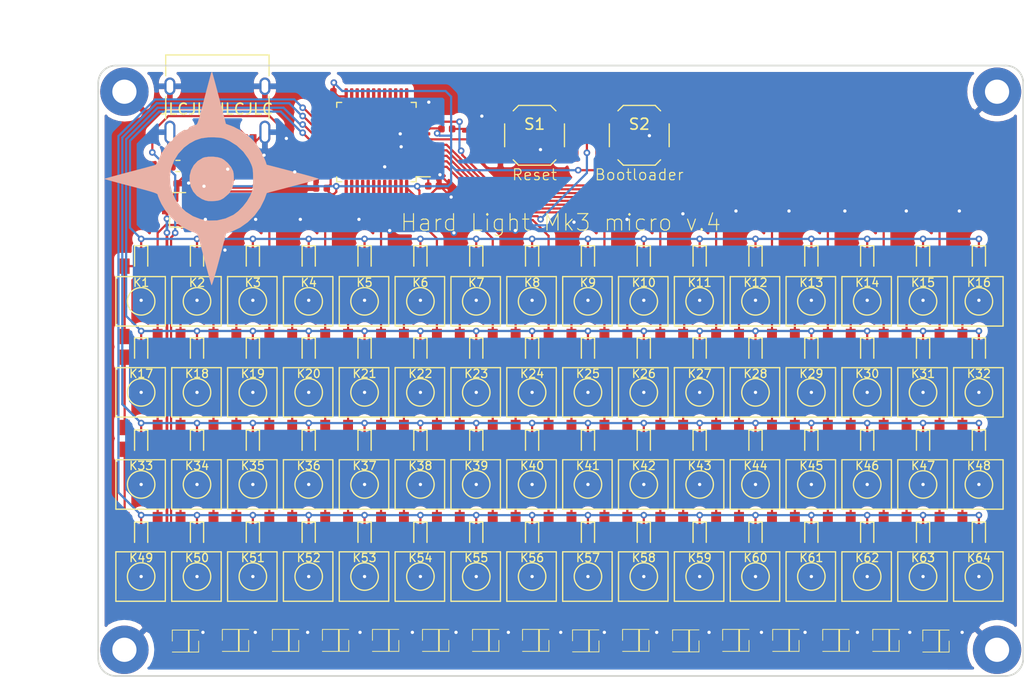
<source format=kicad_pcb>
(kicad_pcb (version 20171130) (host pcbnew "(5.1.6)-1")
  (layers (0 F.Cu signal) (31 B.Cu signal) (34 B.Paste user) (35 F.Paste user) (36 B.SilkS user) (37 F.SilkS user) (38 B.Mask user) (39 F.Mask user) (44 Edge.Cuts user))
  (net 0 "")
  (net 1 GND)
  (net 2 +3V3)
  (net 3 VBUS)
  (net 4 NRST)
  (net 5 row0)
  (net 6 "Net-(D1-Pad2)")
  (net 7 "Net-(D2-Pad2)")
  (net 8 "Net-(D3-Pad2)")
  (net 9 "Net-(D4-Pad2)")
  (net 10 "Net-(D5-Pad2)")
  (net 11 "Net-(D6-Pad2)")
  (net 12 "Net-(D7-Pad2)")
  (net 13 "Net-(D8-Pad2)")
  (net 14 "Net-(D9-Pad2)")
  (net 15 "Net-(D10-Pad2)")
  (net 16 "Net-(D11-Pad2)")
  (net 17 "Net-(D12-Pad2)")
  (net 18 "Net-(D13-Pad2)")
  (net 19 "Net-(D14-Pad2)")
  (net 20 "Net-(D15-Pad2)")
  (net 21 "Net-(D16-Pad2)")
  (net 22 row1)
  (net 23 "Net-(D17-Pad2)")
  (net 24 "Net-(D18-Pad2)")
  (net 25 "Net-(D19-Pad2)")
  (net 26 "Net-(D20-Pad2)")
  (net 27 "Net-(D21-Pad2)")
  (net 28 "Net-(D22-Pad2)")
  (net 29 "Net-(D23-Pad2)")
  (net 30 "Net-(D24-Pad2)")
  (net 31 "Net-(D25-Pad2)")
  (net 32 "Net-(D26-Pad2)")
  (net 33 "Net-(D27-Pad2)")
  (net 34 "Net-(D28-Pad2)")
  (net 35 "Net-(D29-Pad2)")
  (net 36 "Net-(D30-Pad2)")
  (net 37 "Net-(D31-Pad2)")
  (net 38 "Net-(D32-Pad2)")
  (net 39 row2)
  (net 40 "Net-(D33-Pad2)")
  (net 41 "Net-(D34-Pad2)")
  (net 42 "Net-(D35-Pad2)")
  (net 43 "Net-(D36-Pad2)")
  (net 44 "Net-(D37-Pad2)")
  (net 45 "Net-(D38-Pad2)")
  (net 46 "Net-(D39-Pad2)")
  (net 47 "Net-(D40-Pad2)")
  (net 48 "Net-(D41-Pad2)")
  (net 49 "Net-(D42-Pad2)")
  (net 50 "Net-(D43-Pad2)")
  (net 51 "Net-(D44-Pad2)")
  (net 52 "Net-(D45-Pad2)")
  (net 53 "Net-(D46-Pad2)")
  (net 54 "Net-(D47-Pad2)")
  (net 55 "Net-(D48-Pad2)")
  (net 56 row3)
  (net 57 "Net-(D49-Pad2)")
  (net 58 "Net-(D50-Pad2)")
  (net 59 "Net-(D51-Pad2)")
  (net 60 "Net-(D52-Pad2)")
  (net 61 "Net-(D53-Pad2)")
  (net 62 "Net-(D54-Pad2)")
  (net 63 "Net-(D55-Pad2)")
  (net 64 "Net-(D56-Pad2)")
  (net 65 "Net-(D57-Pad2)")
  (net 66 "Net-(D58-Pad2)")
  (net 67 "Net-(D59-Pad2)")
  (net 68 "Net-(D60-Pad2)")
  (net 69 "Net-(D61-Pad2)")
  (net 70 "Net-(D62-Pad2)")
  (net 71 "Net-(D63-Pad2)")
  (net 72 "Net-(D64-Pad2)")
  (net 73 "Net-(F0-Pad1)")
  (net 74 "Net-(J0-PadB8)")
  (net 75 "Net-(J0-PadA5)")
  (net 76 D-)
  (net 77 D+)
  (net 78 "Net-(J0-PadA8)")
  (net 79 "Net-(J0-PadB5)")
  (net 80 col0)
  (net 81 col1)
  (net 82 col2)
  (net 83 col3)
  (net 84 col4)
  (net 85 col5)
  (net 86 col6)
  (net 87 col7)
  (net 88 col8)
  (net 89 col9)
  (net 90 colA)
  (net 91 colB)
  (net 92 colC)
  (net 93 colD)
  (net 94 colE)
  (net 95 colF)
  (net 96 "Net-(LD1-Pad1)")
  (net 97 LED)
  (net 98 "Net-(LD2-Pad1)")
  (net 99 "Net-(LD3-Pad1)")
  (net 100 "Net-(LD4-Pad1)")
  (net 101 "Net-(LD5-Pad1)")
  (net 102 "Net-(LD6-Pad1)")
  (net 103 "Net-(LD7-Pad1)")
  (net 104 "Net-(LD8-Pad1)")
  (net 105 "Net-(LD10-Pad3)")
  (net 106 "Net-(LD10-Pad1)")
  (net 107 "Net-(LD11-Pad1)")
  (net 108 "Net-(LD12-Pad1)")
  (net 109 "Net-(LD13-Pad1)")
  (net 110 "Net-(LD14-Pad1)")
  (net 111 "Net-(LD15-Pad1)")
  (net 112 "Net-(LD16-Pad1)")
  (net 113 BOOT0)
  (net 114 "Net-(U0-Pad26)")
  (net 115 "Net-(U0-Pad25)")
  (net 116 "Net-(U0-Pad22)")
  (net 117 "Net-(U0-Pad21)")
  (net 118 "Net-(U0-Pad20)")
  (net 119 "Net-(U0-Pad19)")
  (net 120 "Net-(U0-Pad18)")
  (net 121 "Net-(U0-Pad17)")
  (net 122 "Net-(U0-Pad16)")
  (net 123 "Net-(U0-Pad15)")
  (net 124 "Net-(U0-Pad14)")
  (net 125 "Net-(U0-Pad13)")
  (net 126 "Net-(U0-Pad12)")
  (net 127 "Net-(U0-Pad11)")
  (module EDI:TS-1091S-A8B3-C1D2 (layer F.Cu) (at 133.604 90.51925 270)
    (fp_text reference K2 (at -1.700001 0) (layer F.SilkS) (effects (font (size 0.75 0.75) (thickness 0.12))))
    (fp_text value keyswitch)
    (pad 1 smd rect (at -3.2 -1.5 270) (size 1.4 0.9) (layers F.Cu F.Paste F.Mask) (net 81 col1))
    (pad 1 smd rect (at 3.2 -1.5 270) (size 1.4 0.9) (layers F.Cu F.Paste F.Mask) (net 81 col1))
    (pad 2 smd rect (at 3.2 1.5 270) (size 1.4 0.9) (layers F.Cu F.Paste F.Mask) (net 7 "Net-(D2-Pad2)"))
    (pad 2 smd rect (at -3.2 1.5 270) (size 1.4 0.9) (layers F.Cu F.Paste F.Mask) (net 7 "Net-(D2-Pad2)"))
  )
  (module EDI:TS-1091S-A8B3-C1D2 (layer F.Cu) (at 138.684 90.51925 270)
    (fp_text reference K3 (at -1.7 0) (layer F.SilkS) (effects (font (size 0.75 0.75) (thickness 0.12))))
    (fp_text value keyswitch)
    (pad 1 smd rect (at -3.2 -1.5 270) (size 1.4 0.9) (layers F.Cu F.Paste F.Mask) (net 82 col2))
    (pad 1 smd rect (at 3.2 -1.5 270) (size 1.4 0.9) (layers F.Cu F.Paste F.Mask) (net 82 col2))
    (pad 2 smd rect (at 3.2 1.5 270) (size 1.4 0.9) (layers F.Cu F.Paste F.Mask) (net 8 "Net-(D3-Pad2)"))
    (pad 2 smd rect (at -3.2 1.5 270) (size 1.4 0.9) (layers F.Cu F.Paste F.Mask) (net 8 "Net-(D3-Pad2)"))
  )
  (module EDI:TS-1091S-A8B3-C1D2 (layer F.Cu) (at 204.724 115.57 270)
    (fp_text reference K64 (at -1.7 0) (layer F.SilkS) (effects (font (size 0.75 0.75) (thickness 0.12))))
    (fp_text value keyswitch)
    (pad 1 smd rect (at -3.2 -1.5 270) (size 1.4 0.9) (layers F.Cu F.Paste F.Mask) (net 95 colF))
    (pad 1 smd rect (at 3.2 -1.5 270) (size 1.4 0.9) (layers F.Cu F.Paste F.Mask) (net 95 colF))
    (pad 2 smd rect (at 3.2 1.5 270) (size 1.4 0.9) (layers F.Cu F.Paste F.Mask) (net 72 "Net-(D64-Pad2)"))
    (pad 2 smd rect (at -3.2 1.5 270) (size 1.4 0.9) (layers F.Cu F.Paste F.Mask) (net 72 "Net-(D64-Pad2)"))
  )
  (module EDI:TS-1091S-A8B3-C1D2 (layer F.Cu) (at 199.644 115.57 270)
    (fp_text reference K63 (at -1.7 0) (layer F.SilkS) (effects (font (size 0.75 0.75) (thickness 0.12))))
    (fp_text value keyswitch)
    (pad 1 smd rect (at -3.2 -1.5 270) (size 1.4 0.9) (layers F.Cu F.Paste F.Mask) (net 94 colE))
    (pad 1 smd rect (at 3.2 -1.5 270) (size 1.4 0.9) (layers F.Cu F.Paste F.Mask) (net 94 colE))
    (pad 2 smd rect (at 3.2 1.5 270) (size 1.4 0.9) (layers F.Cu F.Paste F.Mask) (net 71 "Net-(D63-Pad2)"))
    (pad 2 smd rect (at -3.2 1.5 270) (size 1.4 0.9) (layers F.Cu F.Paste F.Mask) (net 71 "Net-(D63-Pad2)"))
  )
  (module EDI:TS-1091S-A8B3-C1D2 (layer F.Cu) (at 194.564 115.57 270)
    (fp_text reference K62 (at -1.7 0) (layer F.SilkS) (effects (font (size 0.75 0.75) (thickness 0.12))))
    (fp_text value keyswitch)
    (pad 1 smd rect (at -3.2 -1.5 270) (size 1.4 0.9) (layers F.Cu F.Paste F.Mask) (net 93 colD))
    (pad 1 smd rect (at 3.2 -1.5 270) (size 1.4 0.9) (layers F.Cu F.Paste F.Mask) (net 93 colD))
    (pad 2 smd rect (at 3.2 1.5 270) (size 1.4 0.9) (layers F.Cu F.Paste F.Mask) (net 70 "Net-(D62-Pad2)"))
    (pad 2 smd rect (at -3.2 1.5 270) (size 1.4 0.9) (layers F.Cu F.Paste F.Mask) (net 70 "Net-(D62-Pad2)"))
  )
  (module EDI:TS-1091S-A8B3-C1D2 (layer F.Cu) (at 189.484 115.57 270)
    (fp_text reference K61 (at -1.7 0) (layer F.SilkS) (effects (font (size 0.75 0.75) (thickness 0.12))))
    (fp_text value keyswitch)
    (pad 1 smd rect (at -3.2 -1.5 270) (size 1.4 0.9) (layers F.Cu F.Paste F.Mask) (net 92 colC))
    (pad 1 smd rect (at 3.2 -1.5 270) (size 1.4 0.9) (layers F.Cu F.Paste F.Mask) (net 92 colC))
    (pad 2 smd rect (at 3.2 1.5 270) (size 1.4 0.9) (layers F.Cu F.Paste F.Mask) (net 69 "Net-(D61-Pad2)"))
    (pad 2 smd rect (at -3.2 1.5 270) (size 1.4 0.9) (layers F.Cu F.Paste F.Mask) (net 69 "Net-(D61-Pad2)"))
  )
  (module EDI:TS-1091S-A8B3-C1D2 (layer F.Cu) (at 184.404 115.57 270)
    (fp_text reference K60 (at -1.7 0) (layer F.SilkS) (effects (font (size 0.75 0.75) (thickness 0.12))))
    (fp_text value keyswitch)
    (pad 1 smd rect (at -3.2 -1.5 270) (size 1.4 0.9) (layers F.Cu F.Paste F.Mask) (net 91 colB))
    (pad 1 smd rect (at 3.2 -1.5 270) (size 1.4 0.9) (layers F.Cu F.Paste F.Mask) (net 91 colB))
    (pad 2 smd rect (at 3.2 1.5 270) (size 1.4 0.9) (layers F.Cu F.Paste F.Mask) (net 68 "Net-(D60-Pad2)"))
    (pad 2 smd rect (at -3.2 1.5 270) (size 1.4 0.9) (layers F.Cu F.Paste F.Mask) (net 68 "Net-(D60-Pad2)"))
  )
  (module EDI:TS-1091S-A8B3-C1D2 (layer F.Cu) (at 179.324 115.57 270)
    (fp_text reference K59 (at -1.7 0) (layer F.SilkS) (effects (font (size 0.75 0.75) (thickness 0.12))))
    (fp_text value keyswitch)
    (pad 1 smd rect (at -3.2 -1.5 270) (size 1.4 0.9) (layers F.Cu F.Paste F.Mask) (net 90 colA))
    (pad 1 smd rect (at 3.2 -1.5 270) (size 1.4 0.9) (layers F.Cu F.Paste F.Mask) (net 90 colA))
    (pad 2 smd rect (at 3.2 1.5 270) (size 1.4 0.9) (layers F.Cu F.Paste F.Mask) (net 67 "Net-(D59-Pad2)"))
    (pad 2 smd rect (at -3.2 1.5 270) (size 1.4 0.9) (layers F.Cu F.Paste F.Mask) (net 67 "Net-(D59-Pad2)"))
  )
  (module EDI:TS-1091S-A8B3-C1D2 (layer F.Cu) (at 174.244 115.57 270)
    (fp_text reference K58 (at -1.7 0) (layer F.SilkS) (effects (font (size 0.75 0.75) (thickness 0.12))))
    (fp_text value keyswitch)
    (pad 1 smd rect (at -3.2 -1.5 270) (size 1.4 0.9) (layers F.Cu F.Paste F.Mask) (net 89 col9))
    (pad 1 smd rect (at 3.2 -1.5 270) (size 1.4 0.9) (layers F.Cu F.Paste F.Mask) (net 89 col9))
    (pad 2 smd rect (at 3.2 1.5 270) (size 1.4 0.9) (layers F.Cu F.Paste F.Mask) (net 66 "Net-(D58-Pad2)"))
    (pad 2 smd rect (at -3.2 1.5 270) (size 1.4 0.9) (layers F.Cu F.Paste F.Mask) (net 66 "Net-(D58-Pad2)"))
  )
  (module EDI:TS-1091S-A8B3-C1D2 (layer F.Cu) (at 169.164 115.57 270)
    (fp_text reference K57 (at -1.7 0) (layer F.SilkS) (effects (font (size 0.75 0.75) (thickness 0.12))))
    (fp_text value keyswitch)
    (pad 1 smd rect (at -3.2 -1.5 270) (size 1.4 0.9) (layers F.Cu F.Paste F.Mask) (net 88 col8))
    (pad 1 smd rect (at 3.2 -1.5 270) (size 1.4 0.9) (layers F.Cu F.Paste F.Mask) (net 88 col8))
    (pad 2 smd rect (at 3.2 1.5 270) (size 1.4 0.9) (layers F.Cu F.Paste F.Mask) (net 65 "Net-(D57-Pad2)"))
    (pad 2 smd rect (at -3.2 1.5 270) (size 1.4 0.9) (layers F.Cu F.Paste F.Mask) (net 65 "Net-(D57-Pad2)"))
  )
  (module EDI:TS-1091S-A8B3-C1D2 (layer F.Cu) (at 164.084 115.57 270)
    (fp_text reference K56 (at -1.7 0) (layer F.SilkS) (effects (font (size 0.75 0.75) (thickness 0.12))))
    (fp_text value keyswitch)
    (pad 1 smd rect (at -3.2 -1.5 270) (size 1.4 0.9) (layers F.Cu F.Paste F.Mask) (net 87 col7))
    (pad 1 smd rect (at 3.2 -1.5 270) (size 1.4 0.9) (layers F.Cu F.Paste F.Mask) (net 87 col7))
    (pad 2 smd rect (at 3.2 1.5 270) (size 1.4 0.9) (layers F.Cu F.Paste F.Mask) (net 64 "Net-(D56-Pad2)"))
    (pad 2 smd rect (at -3.2 1.5 270) (size 1.4 0.9) (layers F.Cu F.Paste F.Mask) (net 64 "Net-(D56-Pad2)"))
  )
  (module EDI:TS-1091S-A8B3-C1D2 (layer F.Cu) (at 159.004 115.57 270)
    (fp_text reference K55 (at -1.7 0) (layer F.SilkS) (effects (font (size 0.75 0.75) (thickness 0.12))))
    (fp_text value keyswitch)
    (pad 1 smd rect (at -3.2 -1.5 270) (size 1.4 0.9) (layers F.Cu F.Paste F.Mask) (net 86 col6))
    (pad 1 smd rect (at 3.2 -1.5 270) (size 1.4 0.9) (layers F.Cu F.Paste F.Mask) (net 86 col6))
    (pad 2 smd rect (at 3.2 1.5 270) (size 1.4 0.9) (layers F.Cu F.Paste F.Mask) (net 63 "Net-(D55-Pad2)"))
    (pad 2 smd rect (at -3.2 1.5 270) (size 1.4 0.9) (layers F.Cu F.Paste F.Mask) (net 63 "Net-(D55-Pad2)"))
  )
  (module EDI:TS-1091S-A8B3-C1D2 (layer F.Cu) (at 153.924 115.57 270)
    (fp_text reference K54 (at -1.7 0) (layer F.SilkS) (effects (font (size 0.75 0.75) (thickness 0.12))))
    (fp_text value keyswitch)
    (pad 1 smd rect (at -3.2 -1.5 270) (size 1.4 0.9) (layers F.Cu F.Paste F.Mask) (net 85 col5))
    (pad 1 smd rect (at 3.2 -1.5 270) (size 1.4 0.9) (layers F.Cu F.Paste F.Mask) (net 85 col5))
    (pad 2 smd rect (at 3.2 1.5 270) (size 1.4 0.9) (layers F.Cu F.Paste F.Mask) (net 62 "Net-(D54-Pad2)"))
    (pad 2 smd rect (at -3.2 1.5 270) (size 1.4 0.9) (layers F.Cu F.Paste F.Mask) (net 62 "Net-(D54-Pad2)"))
  )
  (module EDI:TS-1091S-A8B3-C1D2 (layer F.Cu) (at 148.844 115.57 270)
    (fp_text reference K53 (at -1.7 0) (layer F.SilkS) (effects (font (size 0.75 0.75) (thickness 0.12))))
    (fp_text value keyswitch)
    (pad 1 smd rect (at -3.2 -1.5 270) (size 1.4 0.9) (layers F.Cu F.Paste F.Mask) (net 84 col4))
    (pad 1 smd rect (at 3.2 -1.5 270) (size 1.4 0.9) (layers F.Cu F.Paste F.Mask) (net 84 col4))
    (pad 2 smd rect (at 3.2 1.5 270) (size 1.4 0.9) (layers F.Cu F.Paste F.Mask) (net 61 "Net-(D53-Pad2)"))
    (pad 2 smd rect (at -3.2 1.5 270) (size 1.4 0.9) (layers F.Cu F.Paste F.Mask) (net 61 "Net-(D53-Pad2)"))
  )
  (module EDI:TS-1091S-A8B3-C1D2 (layer F.Cu) (at 143.764 115.57 270)
    (fp_text reference K52 (at -1.7 0) (layer F.SilkS) (effects (font (size 0.75 0.75) (thickness 0.12))))
    (fp_text value keyswitch)
    (pad 1 smd rect (at -3.2 -1.5 270) (size 1.4 0.9) (layers F.Cu F.Paste F.Mask) (net 83 col3))
    (pad 1 smd rect (at 3.2 -1.5 270) (size 1.4 0.9) (layers F.Cu F.Paste F.Mask) (net 83 col3))
    (pad 2 smd rect (at 3.2 1.5 270) (size 1.4 0.9) (layers F.Cu F.Paste F.Mask) (net 60 "Net-(D52-Pad2)"))
    (pad 2 smd rect (at -3.2 1.5 270) (size 1.4 0.9) (layers F.Cu F.Paste F.Mask) (net 60 "Net-(D52-Pad2)"))
  )
  (module EDI:TS-1091S-A8B3-C1D2 (layer F.Cu) (at 138.684 115.57 270)
    (fp_text reference K51 (at -1.7 0) (layer F.SilkS) (effects (font (size 0.75 0.75) (thickness 0.12))))
    (fp_text value keyswitch)
    (pad 1 smd rect (at -3.2 -1.5 270) (size 1.4 0.9) (layers F.Cu F.Paste F.Mask) (net 82 col2))
    (pad 1 smd rect (at 3.2 -1.5 270) (size 1.4 0.9) (layers F.Cu F.Paste F.Mask) (net 82 col2))
    (pad 2 smd rect (at 3.2 1.5 270) (size 1.4 0.9) (layers F.Cu F.Paste F.Mask) (net 59 "Net-(D51-Pad2)"))
    (pad 2 smd rect (at -3.2 1.5 270) (size 1.4 0.9) (layers F.Cu F.Paste F.Mask) (net 59 "Net-(D51-Pad2)"))
  )
  (module EDI:TS-1091S-A8B3-C1D2 (layer F.Cu) (at 133.604 115.57 270)
    (fp_text reference K50 (at -1.7 0) (layer F.SilkS) (effects (font (size 0.75 0.75) (thickness 0.12))))
    (fp_text value keyswitch)
    (pad 1 smd rect (at -3.2 -1.5 270) (size 1.4 0.9) (layers F.Cu F.Paste F.Mask) (net 81 col1))
    (pad 1 smd rect (at 3.2 -1.5 270) (size 1.4 0.9) (layers F.Cu F.Paste F.Mask) (net 81 col1))
    (pad 2 smd rect (at 3.2 1.5 270) (size 1.4 0.9) (layers F.Cu F.Paste F.Mask) (net 58 "Net-(D50-Pad2)"))
    (pad 2 smd rect (at -3.2 1.5 270) (size 1.4 0.9) (layers F.Cu F.Paste F.Mask) (net 58 "Net-(D50-Pad2)"))
  )
  (module EDI:TS-1091S-A8B3-C1D2 (layer F.Cu) (at 128.524 115.57 270)
    (fp_text reference K49 (at -1.7 0) (layer F.SilkS) (effects (font (size 0.75 0.75) (thickness 0.12))))
    (fp_text value keyswitch)
    (pad 1 smd rect (at -3.2 -1.5 270) (size 1.4 0.9) (layers F.Cu F.Paste F.Mask) (net 80 col0))
    (pad 1 smd rect (at 3.2 -1.5 270) (size 1.4 0.9) (layers F.Cu F.Paste F.Mask) (net 80 col0))
    (pad 2 smd rect (at 3.2 1.5 270) (size 1.4 0.9) (layers F.Cu F.Paste F.Mask) (net 57 "Net-(D49-Pad2)"))
    (pad 2 smd rect (at -3.2 1.5 270) (size 1.4 0.9) (layers F.Cu F.Paste F.Mask) (net 57 "Net-(D49-Pad2)"))
  )
  (module EDI:TS-1091S-A8B3-C1D2 (layer F.Cu) (at 204.724 107.188 270)
    (fp_text reference K48 (at -1.7 0) (layer F.SilkS) (effects (font (size 0.75 0.75) (thickness 0.12))))
    (fp_text value keyswitch)
    (pad 1 smd rect (at -3.2 -1.5 270) (size 1.4 0.9) (layers F.Cu F.Paste F.Mask) (net 95 colF))
    (pad 1 smd rect (at 3.2 -1.5 270) (size 1.4 0.9) (layers F.Cu F.Paste F.Mask) (net 95 colF))
    (pad 2 smd rect (at 3.2 1.5 270) (size 1.4 0.9) (layers F.Cu F.Paste F.Mask) (net 55 "Net-(D48-Pad2)"))
    (pad 2 smd rect (at -3.2 1.5 270) (size 1.4 0.9) (layers F.Cu F.Paste F.Mask) (net 55 "Net-(D48-Pad2)"))
  )
  (module EDI:TS-1091S-A8B3-C1D2 (layer F.Cu) (at 199.644 107.188 270)
    (fp_text reference K47 (at -1.7 0) (layer F.SilkS) (effects (font (size 0.75 0.75) (thickness 0.12))))
    (fp_text value keyswitch)
    (pad 1 smd rect (at -3.2 -1.5 270) (size 1.4 0.9) (layers F.Cu F.Paste F.Mask) (net 94 colE))
    (pad 1 smd rect (at 3.2 -1.5 270) (size 1.4 0.9) (layers F.Cu F.Paste F.Mask) (net 94 colE))
    (pad 2 smd rect (at 3.2 1.5 270) (size 1.4 0.9) (layers F.Cu F.Paste F.Mask) (net 54 "Net-(D47-Pad2)"))
    (pad 2 smd rect (at -3.2 1.5 270) (size 1.4 0.9) (layers F.Cu F.Paste F.Mask) (net 54 "Net-(D47-Pad2)"))
  )
  (module EDI:TS-1091S-A8B3-C1D2 (layer F.Cu) (at 194.564 107.188 270)
    (fp_text reference K46 (at -1.7 0) (layer F.SilkS) (effects (font (size 0.75 0.75) (thickness 0.12))))
    (fp_text value keyswitch)
    (pad 1 smd rect (at -3.2 -1.5 270) (size 1.4 0.9) (layers F.Cu F.Paste F.Mask) (net 93 colD))
    (pad 1 smd rect (at 3.2 -1.5 270) (size 1.4 0.9) (layers F.Cu F.Paste F.Mask) (net 93 colD))
    (pad 2 smd rect (at 3.2 1.5 270) (size 1.4 0.9) (layers F.Cu F.Paste F.Mask) (net 53 "Net-(D46-Pad2)"))
    (pad 2 smd rect (at -3.2 1.5 270) (size 1.4 0.9) (layers F.Cu F.Paste F.Mask) (net 53 "Net-(D46-Pad2)"))
  )
  (module EDI:TS-1091S-A8B3-C1D2 (layer F.Cu) (at 189.484 107.188 270)
    (fp_text reference K45 (at -1.7 0) (layer F.SilkS) (effects (font (size 0.75 0.75) (thickness 0.12))))
    (fp_text value keyswitch)
    (pad 1 smd rect (at -3.2 -1.5 270) (size 1.4 0.9) (layers F.Cu F.Paste F.Mask) (net 92 colC))
    (pad 1 smd rect (at 3.2 -1.5 270) (size 1.4 0.9) (layers F.Cu F.Paste F.Mask) (net 92 colC))
    (pad 2 smd rect (at 3.2 1.5 270) (size 1.4 0.9) (layers F.Cu F.Paste F.Mask) (net 52 "Net-(D45-Pad2)"))
    (pad 2 smd rect (at -3.2 1.5 270) (size 1.4 0.9) (layers F.Cu F.Paste F.Mask) (net 52 "Net-(D45-Pad2)"))
  )
  (module EDI:TS-1091S-A8B3-C1D2 (layer F.Cu) (at 184.404 107.188 270)
    (fp_text reference K44 (at -1.7 0) (layer F.SilkS) (effects (font (size 0.75 0.75) (thickness 0.12))))
    (fp_text value keyswitch)
    (pad 1 smd rect (at -3.2 -1.5 270) (size 1.4 0.9) (layers F.Cu F.Paste F.Mask) (net 91 colB))
    (pad 1 smd rect (at 3.2 -1.5 270) (size 1.4 0.9) (layers F.Cu F.Paste F.Mask) (net 91 colB))
    (pad 2 smd rect (at 3.2 1.5 270) (size 1.4 0.9) (layers F.Cu F.Paste F.Mask) (net 51 "Net-(D44-Pad2)"))
    (pad 2 smd rect (at -3.2 1.5 270) (size 1.4 0.9) (layers F.Cu F.Paste F.Mask) (net 51 "Net-(D44-Pad2)"))
  )
  (module EDI:TS-1091S-A8B3-C1D2 (layer F.Cu) (at 179.324 107.188 270)
    (fp_text reference K43 (at -1.7 0) (layer F.SilkS) (effects (font (size 0.75 0.75) (thickness 0.12))))
    (fp_text value keyswitch)
    (pad 1 smd rect (at -3.2 -1.5 270) (size 1.4 0.9) (layers F.Cu F.Paste F.Mask) (net 90 colA))
    (pad 1 smd rect (at 3.2 -1.5 270) (size 1.4 0.9) (layers F.Cu F.Paste F.Mask) (net 90 colA))
    (pad 2 smd rect (at 3.2 1.5 270) (size 1.4 0.9) (layers F.Cu F.Paste F.Mask) (net 50 "Net-(D43-Pad2)"))
    (pad 2 smd rect (at -3.2 1.5 270) (size 1.4 0.9) (layers F.Cu F.Paste F.Mask) (net 50 "Net-(D43-Pad2)"))
  )
  (module EDI:TS-1091S-A8B3-C1D2 (layer F.Cu) (at 174.244 107.188 270)
    (fp_text reference K42 (at -1.7 0) (layer F.SilkS) (effects (font (size 0.75 0.75) (thickness 0.12))))
    (fp_text value keyswitch)
    (pad 1 smd rect (at -3.2 -1.5 270) (size 1.4 0.9) (layers F.Cu F.Paste F.Mask) (net 89 col9))
    (pad 1 smd rect (at 3.2 -1.5 270) (size 1.4 0.9) (layers F.Cu F.Paste F.Mask) (net 89 col9))
    (pad 2 smd rect (at 3.2 1.5 270) (size 1.4 0.9) (layers F.Cu F.Paste F.Mask) (net 49 "Net-(D42-Pad2)"))
    (pad 2 smd rect (at -3.2 1.5 270) (size 1.4 0.9) (layers F.Cu F.Paste F.Mask) (net 49 "Net-(D42-Pad2)"))
  )
  (module EDI:TS-1091S-A8B3-C1D2 (layer F.Cu) (at 169.164 107.188 270)
    (fp_text reference K41 (at -1.7 0) (layer F.SilkS) (effects (font (size 0.75 0.75) (thickness 0.12))))
    (fp_text value keyswitch)
    (pad 1 smd rect (at -3.2 -1.5 270) (size 1.4 0.9) (layers F.Cu F.Paste F.Mask) (net 88 col8))
    (pad 1 smd rect (at 3.2 -1.5 270) (size 1.4 0.9) (layers F.Cu F.Paste F.Mask) (net 88 col8))
    (pad 2 smd rect (at 3.2 1.5 270) (size 1.4 0.9) (layers F.Cu F.Paste F.Mask) (net 48 "Net-(D41-Pad2)"))
    (pad 2 smd rect (at -3.2 1.5 270) (size 1.4 0.9) (layers F.Cu F.Paste F.Mask) (net 48 "Net-(D41-Pad2)"))
  )
  (module EDI:TS-1091S-A8B3-C1D2 (layer F.Cu) (at 164.084 107.188 270)
    (fp_text reference K40 (at -1.7 0) (layer F.SilkS) (effects (font (size 0.75 0.75) (thickness 0.12))))
    (fp_text value keyswitch)
    (pad 1 smd rect (at -3.2 -1.5 270) (size 1.4 0.9) (layers F.Cu F.Paste F.Mask) (net 87 col7))
    (pad 1 smd rect (at 3.2 -1.5 270) (size 1.4 0.9) (layers F.Cu F.Paste F.Mask) (net 87 col7))
    (pad 2 smd rect (at 3.2 1.5 270) (size 1.4 0.9) (layers F.Cu F.Paste F.Mask) (net 47 "Net-(D40-Pad2)"))
    (pad 2 smd rect (at -3.2 1.5 270) (size 1.4 0.9) (layers F.Cu F.Paste F.Mask) (net 47 "Net-(D40-Pad2)"))
  )
  (module EDI:TS-1091S-A8B3-C1D2 (layer F.Cu) (at 159.004 107.188 270)
    (fp_text reference K39 (at -1.7 0) (layer F.SilkS) (effects (font (size 0.75 0.75) (thickness 0.12))))
    (fp_text value keyswitch)
    (pad 1 smd rect (at -3.2 -1.5 270) (size 1.4 0.9) (layers F.Cu F.Paste F.Mask) (net 86 col6))
    (pad 1 smd rect (at 3.2 -1.5 270) (size 1.4 0.9) (layers F.Cu F.Paste F.Mask) (net 86 col6))
    (pad 2 smd rect (at 3.2 1.5 270) (size 1.4 0.9) (layers F.Cu F.Paste F.Mask) (net 46 "Net-(D39-Pad2)"))
    (pad 2 smd rect (at -3.2 1.5 270) (size 1.4 0.9) (layers F.Cu F.Paste F.Mask) (net 46 "Net-(D39-Pad2)"))
  )
  (module EDI:TS-1091S-A8B3-C1D2 (layer F.Cu) (at 153.924 107.188 270)
    (fp_text reference K38 (at -1.7 0) (layer F.SilkS) (effects (font (size 0.75 0.75) (thickness 0.12))))
    (fp_text value keyswitch)
    (pad 1 smd rect (at -3.2 -1.5 270) (size 1.4 0.9) (layers F.Cu F.Paste F.Mask) (net 85 col5))
    (pad 1 smd rect (at 3.2 -1.5 270) (size 1.4 0.9) (layers F.Cu F.Paste F.Mask) (net 85 col5))
    (pad 2 smd rect (at 3.2 1.5 270) (size 1.4 0.9) (layers F.Cu F.Paste F.Mask) (net 45 "Net-(D38-Pad2)"))
    (pad 2 smd rect (at -3.2 1.5 270) (size 1.4 0.9) (layers F.Cu F.Paste F.Mask) (net 45 "Net-(D38-Pad2)"))
  )
  (module EDI:TS-1091S-A8B3-C1D2 (layer F.Cu) (at 148.844 107.188 270)
    (fp_text reference K37 (at -1.7 0) (layer F.SilkS) (effects (font (size 0.75 0.75) (thickness 0.12))))
    (fp_text value keyswitch)
    (pad 1 smd rect (at -3.2 -1.5 270) (size 1.4 0.9) (layers F.Cu F.Paste F.Mask) (net 84 col4))
    (pad 1 smd rect (at 3.2 -1.5 270) (size 1.4 0.9) (layers F.Cu F.Paste F.Mask) (net 84 col4))
    (pad 2 smd rect (at 3.2 1.5 270) (size 1.4 0.9) (layers F.Cu F.Paste F.Mask) (net 44 "Net-(D37-Pad2)"))
    (pad 2 smd rect (at -3.2 1.5 270) (size 1.4 0.9) (layers F.Cu F.Paste F.Mask) (net 44 "Net-(D37-Pad2)"))
  )
  (module EDI:TS-1091S-A8B3-C1D2 (layer F.Cu) (at 143.764 107.188 270)
    (fp_text reference K36 (at -1.7 0) (layer F.SilkS) (effects (font (size 0.75 0.75) (thickness 0.12))))
    (fp_text value keyswitch)
    (pad 1 smd rect (at -3.2 -1.5 270) (size 1.4 0.9) (layers F.Cu F.Paste F.Mask) (net 83 col3))
    (pad 1 smd rect (at 3.2 -1.5 270) (size 1.4 0.9) (layers F.Cu F.Paste F.Mask) (net 83 col3))
    (pad 2 smd rect (at 3.2 1.5 270) (size 1.4 0.9) (layers F.Cu F.Paste F.Mask) (net 43 "Net-(D36-Pad2)"))
    (pad 2 smd rect (at -3.2 1.5 270) (size 1.4 0.9) (layers F.Cu F.Paste F.Mask) (net 43 "Net-(D36-Pad2)"))
  )
  (module EDI:TS-1091S-A8B3-C1D2 (layer F.Cu) (at 138.684 107.188 270)
    (fp_text reference K35 (at -1.7 0) (layer F.SilkS) (effects (font (size 0.75 0.75) (thickness 0.12))))
    (fp_text value keyswitch)
    (pad 1 smd rect (at -3.2 -1.5 270) (size 1.4 0.9) (layers F.Cu F.Paste F.Mask) (net 82 col2))
    (pad 1 smd rect (at 3.2 -1.5 270) (size 1.4 0.9) (layers F.Cu F.Paste F.Mask) (net 82 col2))
    (pad 2 smd rect (at 3.2 1.5 270) (size 1.4 0.9) (layers F.Cu F.Paste F.Mask) (net 42 "Net-(D35-Pad2)"))
    (pad 2 smd rect (at -3.2 1.5 270) (size 1.4 0.9) (layers F.Cu F.Paste F.Mask) (net 42 "Net-(D35-Pad2)"))
  )
  (module EDI:TS-1091S-A8B3-C1D2 (layer F.Cu) (at 133.604 107.188 270)
    (fp_text reference K34 (at -1.7 0) (layer F.SilkS) (effects (font (size 0.75 0.75) (thickness 0.12))))
    (fp_text value keyswitch)
    (pad 1 smd rect (at -3.2 -1.5 270) (size 1.4 0.9) (layers F.Cu F.Paste F.Mask) (net 81 col1))
    (pad 1 smd rect (at 3.2 -1.5 270) (size 1.4 0.9) (layers F.Cu F.Paste F.Mask) (net 81 col1))
    (pad 2 smd rect (at 3.2 1.5 270) (size 1.4 0.9) (layers F.Cu F.Paste F.Mask) (net 41 "Net-(D34-Pad2)"))
    (pad 2 smd rect (at -3.2 1.5 270) (size 1.4 0.9) (layers F.Cu F.Paste F.Mask) (net 41 "Net-(D34-Pad2)"))
  )
  (module EDI:TS-1091S-A8B3-C1D2 (layer F.Cu) (at 128.524 107.188 270)
    (fp_text reference K33 (at -1.7 0) (layer F.SilkS) (effects (font (size 0.75 0.75) (thickness 0.12))))
    (fp_text value keyswitch)
    (pad 1 smd rect (at -3.2 -1.5 270) (size 1.4 0.9) (layers F.Cu F.Paste F.Mask) (net 80 col0))
    (pad 1 smd rect (at 3.2 -1.5 270) (size 1.4 0.9) (layers F.Cu F.Paste F.Mask) (net 80 col0))
    (pad 2 smd rect (at 3.2 1.5 270) (size 1.4 0.9) (layers F.Cu F.Paste F.Mask) (net 40 "Net-(D33-Pad2)"))
    (pad 2 smd rect (at -3.2 1.5 270) (size 1.4 0.9) (layers F.Cu F.Paste F.Mask) (net 40 "Net-(D33-Pad2)"))
  )
  (module EDI:TS-1091S-A8B3-C1D2 (layer F.Cu) (at 204.724 98.806 270)
    (fp_text reference K32 (at -1.7 0) (layer F.SilkS) (effects (font (size 0.75 0.75) (thickness 0.12))))
    (fp_text value keyswitch)
    (pad 1 smd rect (at -3.2 -1.5 270) (size 1.4 0.9) (layers F.Cu F.Paste F.Mask) (net 95 colF))
    (pad 1 smd rect (at 3.2 -1.5 270) (size 1.4 0.9) (layers F.Cu F.Paste F.Mask) (net 95 colF))
    (pad 2 smd rect (at 3.2 1.5 270) (size 1.4 0.9) (layers F.Cu F.Paste F.Mask) (net 38 "Net-(D32-Pad2)"))
    (pad 2 smd rect (at -3.2 1.5 270) (size 1.4 0.9) (layers F.Cu F.Paste F.Mask) (net 38 "Net-(D32-Pad2)"))
  )
  (module EDI:TS-1091S-A8B3-C1D2 (layer F.Cu) (at 199.644 98.806 270)
    (fp_text reference K31 (at -1.7 0) (layer F.SilkS) (effects (font (size 0.75 0.75) (thickness 0.12))))
    (fp_text value keyswitch)
    (pad 1 smd rect (at -3.2 -1.5 270) (size 1.4 0.9) (layers F.Cu F.Paste F.Mask) (net 94 colE))
    (pad 1 smd rect (at 3.2 -1.5 270) (size 1.4 0.9) (layers F.Cu F.Paste F.Mask) (net 94 colE))
    (pad 2 smd rect (at 3.2 1.5 270) (size 1.4 0.9) (layers F.Cu F.Paste F.Mask) (net 37 "Net-(D31-Pad2)"))
    (pad 2 smd rect (at -3.2 1.5 270) (size 1.4 0.9) (layers F.Cu F.Paste F.Mask) (net 37 "Net-(D31-Pad2)"))
  )
  (module EDI:TS-1091S-A8B3-C1D2 (layer F.Cu) (at 194.564 98.806 270)
    (fp_text reference K30 (at -1.7 0) (layer F.SilkS) (effects (font (size 0.75 0.75) (thickness 0.12))))
    (fp_text value keyswitch)
    (pad 1 smd rect (at -3.2 -1.5 270) (size 1.4 0.9) (layers F.Cu F.Paste F.Mask) (net 93 colD))
    (pad 1 smd rect (at 3.2 -1.5 270) (size 1.4 0.9) (layers F.Cu F.Paste F.Mask) (net 93 colD))
    (pad 2 smd rect (at 3.2 1.5 270) (size 1.4 0.9) (layers F.Cu F.Paste F.Mask) (net 36 "Net-(D30-Pad2)"))
    (pad 2 smd rect (at -3.2 1.5 270) (size 1.4 0.9) (layers F.Cu F.Paste F.Mask) (net 36 "Net-(D30-Pad2)"))
  )
  (module EDI:TS-1091S-A8B3-C1D2 (layer F.Cu) (at 189.484 98.806 270)
    (fp_text reference K29 (at -1.7 0) (layer F.SilkS) (effects (font (size 0.75 0.75) (thickness 0.12))))
    (fp_text value keyswitch)
    (pad 1 smd rect (at -3.2 -1.5 270) (size 1.4 0.9) (layers F.Cu F.Paste F.Mask) (net 92 colC))
    (pad 1 smd rect (at 3.2 -1.5 270) (size 1.4 0.9) (layers F.Cu F.Paste F.Mask) (net 92 colC))
    (pad 2 smd rect (at 3.2 1.5 270) (size 1.4 0.9) (layers F.Cu F.Paste F.Mask) (net 35 "Net-(D29-Pad2)"))
    (pad 2 smd rect (at -3.2 1.5 270) (size 1.4 0.9) (layers F.Cu F.Paste F.Mask) (net 35 "Net-(D29-Pad2)"))
  )
  (module EDI:TS-1091S-A8B3-C1D2 (layer F.Cu) (at 184.404 98.806 270)
    (fp_text reference K28 (at -1.7 0) (layer F.SilkS) (effects (font (size 0.75 0.75) (thickness 0.12))))
    (fp_text value keyswitch)
    (pad 1 smd rect (at -3.2 -1.5 270) (size 1.4 0.9) (layers F.Cu F.Paste F.Mask) (net 91 colB))
    (pad 1 smd rect (at 3.2 -1.5 270) (size 1.4 0.9) (layers F.Cu F.Paste F.Mask) (net 91 colB))
    (pad 2 smd rect (at 3.2 1.5 270) (size 1.4 0.9) (layers F.Cu F.Paste F.Mask) (net 34 "Net-(D28-Pad2)"))
    (pad 2 smd rect (at -3.2 1.5 270) (size 1.4 0.9) (layers F.Cu F.Paste F.Mask) (net 34 "Net-(D28-Pad2)"))
  )
  (module EDI:TS-1091S-A8B3-C1D2 (layer F.Cu) (at 179.324 98.806 270)
    (fp_text reference K27 (at -1.7 0) (layer F.SilkS) (effects (font (size 0.75 0.75) (thickness 0.12))))
    (fp_text value keyswitch)
    (pad 1 smd rect (at -3.2 -1.5 270) (size 1.4 0.9) (layers F.Cu F.Paste F.Mask) (net 90 colA))
    (pad 1 smd rect (at 3.2 -1.5 270) (size 1.4 0.9) (layers F.Cu F.Paste F.Mask) (net 90 colA))
    (pad 2 smd rect (at 3.2 1.5 270) (size 1.4 0.9) (layers F.Cu F.Paste F.Mask) (net 33 "Net-(D27-Pad2)"))
    (pad 2 smd rect (at -3.2 1.5 270) (size 1.4 0.9) (layers F.Cu F.Paste F.Mask) (net 33 "Net-(D27-Pad2)"))
  )
  (module EDI:TS-1091S-A8B3-C1D2 (layer F.Cu) (at 174.244 98.806 270)
    (fp_text reference K26 (at -1.7 0) (layer F.SilkS) (effects (font (size 0.75 0.75) (thickness 0.12))))
    (fp_text value keyswitch)
    (pad 1 smd rect (at -3.2 -1.5 270) (size 1.4 0.9) (layers F.Cu F.Paste F.Mask) (net 89 col9))
    (pad 1 smd rect (at 3.2 -1.5 270) (size 1.4 0.9) (layers F.Cu F.Paste F.Mask) (net 89 col9))
    (pad 2 smd rect (at 3.2 1.5 270) (size 1.4 0.9) (layers F.Cu F.Paste F.Mask) (net 32 "Net-(D26-Pad2)"))
    (pad 2 smd rect (at -3.2 1.5 270) (size 1.4 0.9) (layers F.Cu F.Paste F.Mask) (net 32 "Net-(D26-Pad2)"))
  )
  (module EDI:TS-1091S-A8B3-C1D2 (layer F.Cu) (at 169.164 98.806 270)
    (fp_text reference K25 (at -1.7 0) (layer F.SilkS) (effects (font (size 0.75 0.75) (thickness 0.12))))
    (fp_text value keyswitch)
    (pad 1 smd rect (at -3.2 -1.5 270) (size 1.4 0.9) (layers F.Cu F.Paste F.Mask) (net 88 col8))
    (pad 1 smd rect (at 3.2 -1.5 270) (size 1.4 0.9) (layers F.Cu F.Paste F.Mask) (net 88 col8))
    (pad 2 smd rect (at 3.2 1.5 270) (size 1.4 0.9) (layers F.Cu F.Paste F.Mask) (net 31 "Net-(D25-Pad2)"))
    (pad 2 smd rect (at -3.2 1.5 270) (size 1.4 0.9) (layers F.Cu F.Paste F.Mask) (net 31 "Net-(D25-Pad2)"))
  )
  (module EDI:TS-1091S-A8B3-C1D2 (layer F.Cu) (at 164.084 98.806 270)
    (fp_text reference K24 (at -1.7 0) (layer F.SilkS) (effects (font (size 0.75 0.75) (thickness 0.12))))
    (fp_text value keyswitch)
    (pad 1 smd rect (at -3.2 -1.5 270) (size 1.4 0.9) (layers F.Cu F.Paste F.Mask) (net 87 col7))
    (pad 1 smd rect (at 3.2 -1.5 270) (size 1.4 0.9) (layers F.Cu F.Paste F.Mask) (net 87 col7))
    (pad 2 smd rect (at 3.2 1.5 270) (size 1.4 0.9) (layers F.Cu F.Paste F.Mask) (net 30 "Net-(D24-Pad2)"))
    (pad 2 smd rect (at -3.2 1.5 270) (size 1.4 0.9) (layers F.Cu F.Paste F.Mask) (net 30 "Net-(D24-Pad2)"))
  )
  (module EDI:TS-1091S-A8B3-C1D2 (layer F.Cu) (at 159.004 98.806 270)
    (fp_text reference K23 (at -1.7 0) (layer F.SilkS) (effects (font (size 0.75 0.75) (thickness 0.12))))
    (fp_text value keyswitch)
    (pad 1 smd rect (at -3.2 -1.5 270) (size 1.4 0.9) (layers F.Cu F.Paste F.Mask) (net 86 col6))
    (pad 1 smd rect (at 3.2 -1.5 270) (size 1.4 0.9) (layers F.Cu F.Paste F.Mask) (net 86 col6))
    (pad 2 smd rect (at 3.2 1.5 270) (size 1.4 0.9) (layers F.Cu F.Paste F.Mask) (net 29 "Net-(D23-Pad2)"))
    (pad 2 smd rect (at -3.2 1.5 270) (size 1.4 0.9) (layers F.Cu F.Paste F.Mask) (net 29 "Net-(D23-Pad2)"))
  )
  (module EDI:TS-1091S-A8B3-C1D2 (layer F.Cu) (at 153.924 98.806 270)
    (fp_text reference K22 (at -1.7 0) (layer F.SilkS) (effects (font (size 0.75 0.75) (thickness 0.12))))
    (fp_text value keyswitch)
    (pad 1 smd rect (at -3.2 -1.5 270) (size 1.4 0.9) (layers F.Cu F.Paste F.Mask) (net 85 col5))
    (pad 1 smd rect (at 3.2 -1.5 270) (size 1.4 0.9) (layers F.Cu F.Paste F.Mask) (net 85 col5))
    (pad 2 smd rect (at 3.2 1.5 270) (size 1.4 0.9) (layers F.Cu F.Paste F.Mask) (net 28 "Net-(D22-Pad2)"))
    (pad 2 smd rect (at -3.2 1.5 270) (size 1.4 0.9) (layers F.Cu F.Paste F.Mask) (net 28 "Net-(D22-Pad2)"))
  )
  (module EDI:TS-1091S-A8B3-C1D2 (layer F.Cu) (at 148.844 98.806 270)
    (fp_text reference K21 (at -1.7 0) (layer F.SilkS) (effects (font (size 0.75 0.75) (thickness 0.12))))
    (fp_text value keyswitch)
    (pad 1 smd rect (at -3.2 -1.5 270) (size 1.4 0.9) (layers F.Cu F.Paste F.Mask) (net 84 col4))
    (pad 1 smd rect (at 3.2 -1.5 270) (size 1.4 0.9) (layers F.Cu F.Paste F.Mask) (net 84 col4))
    (pad 2 smd rect (at 3.2 1.5 270) (size 1.4 0.9) (layers F.Cu F.Paste F.Mask) (net 27 "Net-(D21-Pad2)"))
    (pad 2 smd rect (at -3.2 1.5 270) (size 1.4 0.9) (layers F.Cu F.Paste F.Mask) (net 27 "Net-(D21-Pad2)"))
  )
  (module EDI:TS-1091S-A8B3-C1D2 (layer F.Cu) (at 143.764 98.806 270)
    (fp_text reference K20 (at -1.7 0) (layer F.SilkS) (effects (font (size 0.75 0.75) (thickness 0.12))))
    (fp_text value keyswitch)
    (pad 1 smd rect (at -3.2 -1.5 270) (size 1.4 0.9) (layers F.Cu F.Paste F.Mask) (net 83 col3))
    (pad 1 smd rect (at 3.2 -1.5 270) (size 1.4 0.9) (layers F.Cu F.Paste F.Mask) (net 83 col3))
    (pad 2 smd rect (at 3.2 1.5 270) (size 1.4 0.9) (layers F.Cu F.Paste F.Mask) (net 26 "Net-(D20-Pad2)"))
    (pad 2 smd rect (at -3.2 1.5 270) (size 1.4 0.9) (layers F.Cu F.Paste F.Mask) (net 26 "Net-(D20-Pad2)"))
  )
  (module EDI:TS-1091S-A8B3-C1D2 (layer F.Cu) (at 138.684 98.806 270)
    (fp_text reference K19 (at -1.7 0) (layer F.SilkS) (effects (font (size 0.75 0.75) (thickness 0.12))))
    (fp_text value keyswitch)
    (pad 1 smd rect (at -3.2 -1.5 270) (size 1.4 0.9) (layers F.Cu F.Paste F.Mask) (net 82 col2))
    (pad 1 smd rect (at 3.2 -1.5 270) (size 1.4 0.9) (layers F.Cu F.Paste F.Mask) (net 82 col2))
    (pad 2 smd rect (at 3.2 1.5 270) (size 1.4 0.9) (layers F.Cu F.Paste F.Mask) (net 25 "Net-(D19-Pad2)"))
    (pad 2 smd rect (at -3.2 1.5 270) (size 1.4 0.9) (layers F.Cu F.Paste F.Mask) (net 25 "Net-(D19-Pad2)"))
  )
  (module EDI:TS-1091S-A8B3-C1D2 (layer F.Cu) (at 133.604 98.806 270)
    (fp_text reference K18 (at -1.7 0) (layer F.SilkS) (effects (font (size 0.75 0.75) (thickness 0.12))))
    (fp_text value keyswitch)
    (pad 1 smd rect (at -3.2 -1.5 270) (size 1.4 0.9) (layers F.Cu F.Paste F.Mask) (net 81 col1))
    (pad 1 smd rect (at 3.2 -1.5 270) (size 1.4 0.9) (layers F.Cu F.Paste F.Mask) (net 81 col1))
    (pad 2 smd rect (at 3.2 1.5 270) (size 1.4 0.9) (layers F.Cu F.Paste F.Mask) (net 24 "Net-(D18-Pad2)"))
    (pad 2 smd rect (at -3.2 1.5 270) (size 1.4 0.9) (layers F.Cu F.Paste F.Mask) (net 24 "Net-(D18-Pad2)"))
  )
  (module EDI:TS-1091S-A8B3-C1D2 (layer F.Cu) (at 128.524 98.806 270)
    (fp_text reference K17 (at -1.7 0) (layer F.SilkS) (effects (font (size 0.75 0.75) (thickness 0.12))))
    (fp_text value keyswitch)
    (pad 1 smd rect (at -3.2 -1.5 270) (size 1.4 0.9) (layers F.Cu F.Paste F.Mask) (net 80 col0))
    (pad 1 smd rect (at 3.2 -1.5 270) (size 1.4 0.9) (layers F.Cu F.Paste F.Mask) (net 80 col0))
    (pad 2 smd rect (at 3.2 1.5 270) (size 1.4 0.9) (layers F.Cu F.Paste F.Mask) (net 23 "Net-(D17-Pad2)"))
    (pad 2 smd rect (at -3.2 1.5 270) (size 1.4 0.9) (layers F.Cu F.Paste F.Mask) (net 23 "Net-(D17-Pad2)"))
  )
  (module EDI:TS-1091S-A8B3-C1D2 (layer F.Cu) (at 204.724 90.51925 270)
    (fp_text reference K16 (at -1.7 0) (layer F.SilkS) (effects (font (size 0.75 0.75) (thickness 0.12))))
    (fp_text value keyswitch)
    (pad 1 smd rect (at -3.2 -1.5 270) (size 1.4 0.9) (layers F.Cu F.Paste F.Mask) (net 95 colF))
    (pad 1 smd rect (at 3.2 -1.5 270) (size 1.4 0.9) (layers F.Cu F.Paste F.Mask) (net 95 colF))
    (pad 2 smd rect (at 3.2 1.5 270) (size 1.4 0.9) (layers F.Cu F.Paste F.Mask) (net 21 "Net-(D16-Pad2)"))
    (pad 2 smd rect (at -3.2 1.5 270) (size 1.4 0.9) (layers F.Cu F.Paste F.Mask) (net 21 "Net-(D16-Pad2)"))
  )
  (module EDI:TS-1091S-A8B3-C1D2 (layer F.Cu) (at 199.644 90.51925 270)
    (fp_text reference K15 (at -1.7 0) (layer F.SilkS) (effects (font (size 0.75 0.75) (thickness 0.12))))
    (fp_text value keyswitch)
    (pad 1 smd rect (at -3.2 -1.5 270) (size 1.4 0.9) (layers F.Cu F.Paste F.Mask) (net 94 colE))
    (pad 1 smd rect (at 3.2 -1.5 270) (size 1.4 0.9) (layers F.Cu F.Paste F.Mask) (net 94 colE))
    (pad 2 smd rect (at 3.2 1.5 270) (size 1.4 0.9) (layers F.Cu F.Paste F.Mask) (net 20 "Net-(D15-Pad2)"))
    (pad 2 smd rect (at -3.2 1.5 270) (size 1.4 0.9) (layers F.Cu F.Paste F.Mask) (net 20 "Net-(D15-Pad2)"))
  )
  (module EDI:TS-1091S-A8B3-C1D2 (layer F.Cu) (at 194.564 90.51925 270)
    (fp_text reference K14 (at -1.7 0) (layer F.SilkS) (effects (font (size 0.75 0.75) (thickness 0.12))))
    (fp_text value keyswitch)
    (pad 1 smd rect (at -3.2 -1.5 270) (size 1.4 0.9) (layers F.Cu F.Paste F.Mask) (net 93 colD))
    (pad 1 smd rect (at 3.2 -1.5 270) (size 1.4 0.9) (layers F.Cu F.Paste F.Mask) (net 93 colD))
    (pad 2 smd rect (at 3.2 1.5 270) (size 1.4 0.9) (layers F.Cu F.Paste F.Mask) (net 19 "Net-(D14-Pad2)"))
    (pad 2 smd rect (at -3.2 1.5 270) (size 1.4 0.9) (layers F.Cu F.Paste F.Mask) (net 19 "Net-(D14-Pad2)"))
  )
  (module EDI:TS-1091S-A8B3-C1D2 (layer F.Cu) (at 189.484 90.51925 270)
    (fp_text reference K13 (at -1.7 0) (layer F.SilkS) (effects (font (size 0.75 0.75) (thickness 0.12))))
    (fp_text value keyswitch)
    (pad 1 smd rect (at -3.2 -1.5 270) (size 1.4 0.9) (layers F.Cu F.Paste F.Mask) (net 92 colC))
    (pad 1 smd rect (at 3.2 -1.5 270) (size 1.4 0.9) (layers F.Cu F.Paste F.Mask) (net 92 colC))
    (pad 2 smd rect (at 3.2 1.5 270) (size 1.4 0.9) (layers F.Cu F.Paste F.Mask) (net 18 "Net-(D13-Pad2)"))
    (pad 2 smd rect (at -3.2 1.5 270) (size 1.4 0.9) (layers F.Cu F.Paste F.Mask) (net 18 "Net-(D13-Pad2)"))
  )
  (module EDI:TS-1091S-A8B3-C1D2 (layer F.Cu) (at 184.404 90.51925 270)
    (fp_text reference K12 (at -1.7 0) (layer F.SilkS) (effects (font (size 0.75 0.75) (thickness 0.12))))
    (fp_text value keyswitch)
    (pad 1 smd rect (at -3.2 -1.5 270) (size 1.4 0.9) (layers F.Cu F.Paste F.Mask) (net 91 colB))
    (pad 1 smd rect (at 3.2 -1.5 270) (size 1.4 0.9) (layers F.Cu F.Paste F.Mask) (net 91 colB))
    (pad 2 smd rect (at 3.2 1.5 270) (size 1.4 0.9) (layers F.Cu F.Paste F.Mask) (net 17 "Net-(D12-Pad2)"))
    (pad 2 smd rect (at -3.2 1.5 270) (size 1.4 0.9) (layers F.Cu F.Paste F.Mask) (net 17 "Net-(D12-Pad2)"))
  )
  (module EDI:TS-1091S-A8B3-C1D2 (layer F.Cu) (at 179.324 90.51925 270)
    (fp_text reference K11 (at -1.7 0) (layer F.SilkS) (effects (font (size 0.75 0.75) (thickness 0.12))))
    (fp_text value keyswitch)
    (pad 1 smd rect (at -3.2 -1.5 270) (size 1.4 0.9) (layers F.Cu F.Paste F.Mask) (net 90 colA))
    (pad 1 smd rect (at 3.2 -1.5 270) (size 1.4 0.9) (layers F.Cu F.Paste F.Mask) (net 90 colA))
    (pad 2 smd rect (at 3.2 1.5 270) (size 1.4 0.9) (layers F.Cu F.Paste F.Mask) (net 16 "Net-(D11-Pad2)"))
    (pad 2 smd rect (at -3.2 1.5 270) (size 1.4 0.9) (layers F.Cu F.Paste F.Mask) (net 16 "Net-(D11-Pad2)"))
  )
  (module EDI:TS-1091S-A8B3-C1D2 (layer F.Cu) (at 174.244 90.51925 270)
    (fp_text reference K10 (at -1.7 0) (layer F.SilkS) (effects (font (size 0.75 0.75) (thickness 0.12))))
    (fp_text value keyswitch)
    (pad 1 smd rect (at -3.2 -1.5 270) (size 1.4 0.9) (layers F.Cu F.Paste F.Mask) (net 89 col9))
    (pad 1 smd rect (at 3.2 -1.5 270) (size 1.4 0.9) (layers F.Cu F.Paste F.Mask) (net 89 col9))
    (pad 2 smd rect (at 3.2 1.5 270) (size 1.4 0.9) (layers F.Cu F.Paste F.Mask) (net 15 "Net-(D10-Pad2)"))
    (pad 2 smd rect (at -3.2 1.5 270) (size 1.4 0.9) (layers F.Cu F.Paste F.Mask) (net 15 "Net-(D10-Pad2)"))
  )
  (module EDI:TS-1091S-A8B3-C1D2 (layer F.Cu) (at 169.164 90.51925 270)
    (fp_text reference K9 (at -1.7 0) (layer F.SilkS) (effects (font (size 0.75 0.75) (thickness 0.12))))
    (fp_text value keyswitch)
    (pad 1 smd rect (at -3.2 -1.5 270) (size 1.4 0.9) (layers F.Cu F.Paste F.Mask) (net 88 col8))
    (pad 1 smd rect (at 3.2 -1.5 270) (size 1.4 0.9) (layers F.Cu F.Paste F.Mask) (net 88 col8))
    (pad 2 smd rect (at 3.2 1.5 270) (size 1.4 0.9) (layers F.Cu F.Paste F.Mask) (net 14 "Net-(D9-Pad2)"))
    (pad 2 smd rect (at -3.2 1.5 270) (size 1.4 0.9) (layers F.Cu F.Paste F.Mask) (net 14 "Net-(D9-Pad2)"))
  )
  (module EDI:TS-1091S-A8B3-C1D2 (layer F.Cu) (at 164.084 90.51925 270)
    (fp_text reference K8 (at -1.7 0) (layer F.SilkS) (effects (font (size 0.75 0.75) (thickness 0.12))))
    (fp_text value keyswitch)
    (pad 1 smd rect (at -3.2 -1.5 270) (size 1.4 0.9) (layers F.Cu F.Paste F.Mask) (net 87 col7))
    (pad 1 smd rect (at 3.2 -1.5 270) (size 1.4 0.9) (layers F.Cu F.Paste F.Mask) (net 87 col7))
    (pad 2 smd rect (at 3.2 1.5 270) (size 1.4 0.9) (layers F.Cu F.Paste F.Mask) (net 13 "Net-(D8-Pad2)"))
    (pad 2 smd rect (at -3.2 1.5 270) (size 1.4 0.9) (layers F.Cu F.Paste F.Mask) (net 13 "Net-(D8-Pad2)"))
  )
  (module EDI:TS-1091S-A8B3-C1D2 (layer F.Cu) (at 159.004 90.51925 270)
    (fp_text reference K7 (at -1.7 0) (layer F.SilkS) (effects (font (size 0.75 0.75) (thickness 0.12))))
    (fp_text value keyswitch)
    (pad 1 smd rect (at -3.2 -1.5 270) (size 1.4 0.9) (layers F.Cu F.Paste F.Mask) (net 86 col6))
    (pad 1 smd rect (at 3.2 -1.5 270) (size 1.4 0.9) (layers F.Cu F.Paste F.Mask) (net 86 col6))
    (pad 2 smd rect (at 3.2 1.5 270) (size 1.4 0.9) (layers F.Cu F.Paste F.Mask) (net 12 "Net-(D7-Pad2)"))
    (pad 2 smd rect (at -3.2 1.5 270) (size 1.4 0.9) (layers F.Cu F.Paste F.Mask) (net 12 "Net-(D7-Pad2)"))
  )
  (module EDI:TS-1091S-A8B3-C1D2 (layer F.Cu) (at 153.924 90.51925 270)
    (fp_text reference K6 (at -1.7 0) (layer F.SilkS) (effects (font (size 0.75 0.75) (thickness 0.12))))
    (fp_text value keyswitch)
    (pad 1 smd rect (at -3.2 -1.5 270) (size 1.4 0.9) (layers F.Cu F.Paste F.Mask) (net 85 col5))
    (pad 1 smd rect (at 3.2 -1.5 270) (size 1.4 0.9) (layers F.Cu F.Paste F.Mask) (net 85 col5))
    (pad 2 smd rect (at 3.2 1.5 270) (size 1.4 0.9) (layers F.Cu F.Paste F.Mask) (net 11 "Net-(D6-Pad2)"))
    (pad 2 smd rect (at -3.2 1.5 270) (size 1.4 0.9) (layers F.Cu F.Paste F.Mask) (net 11 "Net-(D6-Pad2)"))
  )
  (module EDI:TS-1091S-A8B3-C1D2 (layer F.Cu) (at 148.844 90.51925 270)
    (fp_text reference K5 (at -1.7 0) (layer F.SilkS) (effects (font (size 0.75 0.75) (thickness 0.12))))
    (fp_text value keyswitch)
    (pad 1 smd rect (at -3.2 -1.5 270) (size 1.4 0.9) (layers F.Cu F.Paste F.Mask) (net 84 col4))
    (pad 1 smd rect (at 3.2 -1.5 270) (size 1.4 0.9) (layers F.Cu F.Paste F.Mask) (net 84 col4))
    (pad 2 smd rect (at 3.2 1.5 270) (size 1.4 0.9) (layers F.Cu F.Paste F.Mask) (net 10 "Net-(D5-Pad2)"))
    (pad 2 smd rect (at -3.2 1.5 270) (size 1.4 0.9) (layers F.Cu F.Paste F.Mask) (net 10 "Net-(D5-Pad2)"))
  )
  (module EDI:TS-1091S-A8B3-C1D2 (layer F.Cu) (at 143.764 90.51925 270)
    (fp_text reference K4 (at -1.7 0) (layer F.SilkS) (effects (font (size 0.75 0.75) (thickness 0.12))))
    (fp_text value keyswitch)
    (pad 1 smd rect (at -3.2 -1.5 270) (size 1.4 0.9) (layers F.Cu F.Paste F.Mask) (net 83 col3))
    (pad 1 smd rect (at 3.2 -1.5 270) (size 1.4 0.9) (layers F.Cu F.Paste F.Mask) (net 83 col3))
    (pad 2 smd rect (at 3.2 1.5 270) (size 1.4 0.9) (layers F.Cu F.Paste F.Mask) (net 9 "Net-(D4-Pad2)"))
    (pad 2 smd rect (at -3.2 1.5 270) (size 1.4 0.9) (layers F.Cu F.Paste F.Mask) (net 9 "Net-(D4-Pad2)"))
  )
  (module EDI:TS-1091S-A8B3-C1D2 (layer F.Cu) (at 128.524 90.51925 270)
    (fp_text reference K1 (at -1.7 0) (layer F.SilkS) (effects (font (size 0.75 0.75) (thickness 0.12))))
    (fp_text value keyswitch)
    (pad 1 smd rect (at -3.2 -1.5 270) (size 1.4 0.9) (layers F.Cu F.Paste F.Mask) (net 80 col0))
    (pad 1 smd rect (at 3.2 -1.5 270) (size 1.4 0.9) (layers F.Cu F.Paste F.Mask) (net 80 col0))
    (pad 2 smd rect (at 3.2 1.5 270) (size 1.4 0.9) (layers F.Cu F.Paste F.Mask) (net 6 "Net-(D1-Pad2)"))
    (pad 2 smd rect (at -3.2 1.5 270) (size 1.4 0.9) (layers F.Cu F.Paste F.Mask) (net 6 "Net-(D1-Pad2)"))
  )
  (module EDI:SW_SPST_SKQG (layer F.Cu) (at 173.83125 75.40625)
    (fp_text reference S2 (at 0 -1.016) (layer F.SilkS))
    (fp_text value LDR)
    (pad 2 smd rect (at 3.1 1.85) (size 1.8 1.1) (layers F.Cu F.Paste F.Mask) (net 2 +3V3))
    (pad 2 smd rect (at -3.1 1.85) (size 1.8 1.1) (layers F.Cu F.Paste F.Mask) (net 2 +3V3))
    (pad 1 smd rect (at 3.1 -1.85) (size 1.8 1.1) (layers F.Cu F.Paste F.Mask) (net 113 BOOT0))
    (pad 1 smd rect (at -3.1 -1.85) (size 1.8 1.1) (layers F.Cu F.Paste F.Mask) (net 113 BOOT0))
  )
  (module EDI:SW_SPST_SKQG (layer F.Cu) (at 164.30625 75.40625)
    (fp_text reference S1 (at 0 -1.016) (layer F.SilkS))
    (fp_text value RESET)
    (pad 2 smd rect (at 3.1 1.85) (size 1.8 1.1) (layers F.Cu F.Paste F.Mask) (net 1 GND))
    (pad 2 smd rect (at -3.1 1.85) (size 1.8 1.1) (layers F.Cu F.Paste F.Mask) (net 1 GND))
    (pad 1 smd rect (at 3.1 -1.85) (size 1.8 1.1) (layers F.Cu F.Paste F.Mask) (net 4 NRST))
    (pad 1 smd rect (at -3.1 -1.85) (size 1.8 1.1) (layers F.Cu F.Paste F.Mask) (net 4 NRST))
  )
  (module MountingHole:MountingHole_2.2mm_M2_Pad (layer F.Cu) (at 127 122.2375 270)
    (fp_text reference H2 hide)
    (fp_text value "Mount Point")
    (pad 1 thru_hole circle (at 0 0 270) (size 4.4 4.4) (drill 2.2) (layers *.Cu *.Mask) (net 1 GND))
  )
  (module MountingHole:MountingHole_2.2mm_M2_Pad (layer F.Cu) (at 206.375 71.4375 270)
    (fp_text reference H1 hide)
    (fp_text value "Mount Point")
    (pad 1 thru_hole circle (at 0 0 270) (size 4.4 4.4) (drill 2.2) (layers *.Cu *.Mask) (net 1 GND))
  )
  (module MountingHole:MountingHole_2.2mm_M2_Pad (layer F.Cu) (at 127 71.4375 270)
    (fp_text reference H0 hide)
    (fp_text value "Mount Point")
    (pad 1 thru_hole circle (at 0 0 270) (size 4.4 4.4) (drill 2.2) (layers *.Cu *.Mask) (net 1 GND))
  )
  (module MountingHole:MountingHole_2.2mm_M2_Pad (layer F.Cu) (at 206.375 122.2375 270)
    (fp_text reference H3 hide)
    (fp_text value "Mount Point")
    (pad 1 thru_hole circle (at 0 0 270) (size 4.4 4.4) (drill 2.2) (layers *.Cu *.Mask) (net 1 GND))
  )
  (module EDI:D_SOD-523 (layer F.Cu) (at 128.524 103.378 270)
    (fp_text reference D33)
    (fp_text value SOD-523)
    (pad 1 smd rect (at -0.7 0 90) (size 0.6 0.7) (layers F.Cu F.Paste F.Mask) (net 39 row2))
    (pad 2 smd rect (at 0.7 0 90) (size 0.6 0.7) (layers F.Cu F.Paste F.Mask) (net 40 "Net-(D33-Pad2)"))
  )
  (module EDI:D_SOD-523 (layer F.Cu) (at 153.924 103.378 270)
    (fp_text reference D38)
    (fp_text value SOD-523)
    (pad 1 smd rect (at -0.7 0 90) (size 0.6 0.7) (layers F.Cu F.Paste F.Mask) (net 39 row2))
    (pad 2 smd rect (at 0.7 0 90) (size 0.6 0.7) (layers F.Cu F.Paste F.Mask) (net 45 "Net-(D38-Pad2)"))
  )
  (module EDI:D_SOD-523 (layer F.Cu) (at 159.004 111.76 270)
    (fp_text reference D55)
    (fp_text value SOD-523)
    (pad 1 smd rect (at -0.7 0 90) (size 0.6 0.7) (layers F.Cu F.Paste F.Mask) (net 56 row3))
    (pad 2 smd rect (at 0.7 0 90) (size 0.6 0.7) (layers F.Cu F.Paste F.Mask) (net 63 "Net-(D55-Pad2)"))
  )
  (module EDI:WS2812B_2020 (layer F.Cu) (at 187.166246 121.38025)
    (fp_text reference LD13 hide)
    (fp_text value WS2812C-2020)
    (pad 4 smd rect (at -0.75 0.55) (size 0.7 0.7) (layers F.Cu F.Paste F.Mask) (net 3 VBUS))
    (pad 1 smd rect (at 0.75 0.55) (size 0.7 0.7) (layers F.Cu F.Paste F.Mask) (net 109 "Net-(LD13-Pad1)"))
    (pad 2 smd rect (at 0.75 -0.55) (size 0.7 0.7) (layers F.Cu F.Paste F.Mask) (net 1 GND))
    (pad 3 smd rect (at -0.75 -0.55) (size 0.7 0.7) (layers F.Cu F.Paste F.Mask) (net 108 "Net-(LD12-Pad1)"))
  )
  (module EDI:WS2812B_2020 (layer F.Cu) (at 200.81875 121.44375)
    (fp_text reference LD16 hide)
    (fp_text value WS2812C-2020)
    (pad 4 smd rect (at -0.75 0.55) (size 0.7 0.7) (layers F.Cu F.Paste F.Mask) (net 3 VBUS))
    (pad 1 smd rect (at 0.75 0.55) (size 0.7 0.7) (layers F.Cu F.Paste F.Mask) (net 112 "Net-(LD16-Pad1)"))
    (pad 2 smd rect (at 0.75 -0.55) (size 0.7 0.7) (layers F.Cu F.Paste F.Mask) (net 1 GND))
    (pad 3 smd rect (at -0.75 -0.55) (size 0.7 0.7) (layers F.Cu F.Paste F.Mask) (net 111 "Net-(LD15-Pad1)"))
  )
  (module EDI:WS2812B_2020 (layer F.Cu) (at 196.267912 121.38025)
    (fp_text reference LD15 hide)
    (fp_text value WS2812C-2020)
    (pad 4 smd rect (at -0.75 0.55) (size 0.7 0.7) (layers F.Cu F.Paste F.Mask) (net 3 VBUS))
    (pad 1 smd rect (at 0.75 0.55) (size 0.7 0.7) (layers F.Cu F.Paste F.Mask) (net 111 "Net-(LD15-Pad1)"))
    (pad 2 smd rect (at 0.75 -0.55) (size 0.7 0.7) (layers F.Cu F.Paste F.Mask) (net 1 GND))
    (pad 3 smd rect (at -0.75 -0.55) (size 0.7 0.7) (layers F.Cu F.Paste F.Mask) (net 110 "Net-(LD14-Pad1)"))
  )
  (module EDI:WS2812B_2020 (layer F.Cu) (at 191.717079 121.38025)
    (fp_text reference LD14 hide)
    (fp_text value WS2812C-2020)
    (pad 4 smd rect (at -0.75 0.55) (size 0.7 0.7) (layers F.Cu F.Paste F.Mask) (net 3 VBUS))
    (pad 1 smd rect (at 0.75 0.55) (size 0.7 0.7) (layers F.Cu F.Paste F.Mask) (net 110 "Net-(LD14-Pad1)"))
    (pad 2 smd rect (at 0.75 -0.55) (size 0.7 0.7) (layers F.Cu F.Paste F.Mask) (net 1 GND))
    (pad 3 smd rect (at -0.75 -0.55) (size 0.7 0.7) (layers F.Cu F.Paste F.Mask) (net 109 "Net-(LD13-Pad1)"))
  )
  (module EDI:WS2812B_2020 (layer F.Cu) (at 182.615413 121.38025)
    (fp_text reference LD12 hide)
    (fp_text value WS2812C-2020)
    (pad 4 smd rect (at -0.75 0.55) (size 0.7 0.7) (layers F.Cu F.Paste F.Mask) (net 3 VBUS))
    (pad 1 smd rect (at 0.75 0.55) (size 0.7 0.7) (layers F.Cu F.Paste F.Mask) (net 108 "Net-(LD12-Pad1)"))
    (pad 2 smd rect (at 0.75 -0.55) (size 0.7 0.7) (layers F.Cu F.Paste F.Mask) (net 1 GND))
    (pad 3 smd rect (at -0.75 -0.55) (size 0.7 0.7) (layers F.Cu F.Paste F.Mask) (net 107 "Net-(LD11-Pad1)"))
  )
  (module EDI:WS2812B_2020 (layer F.Cu) (at 178.06458 121.42225)
    (fp_text reference LD11 hide)
    (fp_text value WS2812C-2020)
    (pad 4 smd rect (at -0.75 0.55) (size 0.7 0.7) (layers F.Cu F.Paste F.Mask) (net 3 VBUS))
    (pad 1 smd rect (at 0.75 0.55) (size 0.7 0.7) (layers F.Cu F.Paste F.Mask) (net 107 "Net-(LD11-Pad1)"))
    (pad 2 smd rect (at 0.75 -0.55) (size 0.7 0.7) (layers F.Cu F.Paste F.Mask) (net 1 GND))
    (pad 3 smd rect (at -0.75 -0.55) (size 0.7 0.7) (layers F.Cu F.Paste F.Mask) (net 106 "Net-(LD10-Pad1)"))
  )
  (module EDI:WS2812B_2020 (layer F.Cu) (at 173.513747 121.38025)
    (fp_text reference LD10 hide)
    (fp_text value WS2812C-2020)
    (pad 4 smd rect (at -0.75 0.55) (size 0.7 0.7) (layers F.Cu F.Paste F.Mask) (net 3 VBUS))
    (pad 1 smd rect (at 0.75 0.55) (size 0.7 0.7) (layers F.Cu F.Paste F.Mask) (net 106 "Net-(LD10-Pad1)"))
    (pad 2 smd rect (at 0.75 -0.55) (size 0.7 0.7) (layers F.Cu F.Paste F.Mask) (net 1 GND))
    (pad 3 smd rect (at -0.75 -0.55) (size 0.7 0.7) (layers F.Cu F.Paste F.Mask) (net 105 "Net-(LD10-Pad3)"))
  )
  (module EDI:WS2812B_2020 (layer F.Cu) (at 168.962914 121.42225)
    (fp_text reference LD9 hide)
    (fp_text value WS2812C-2020)
    (pad 4 smd rect (at -0.75 0.55) (size 0.7 0.7) (layers F.Cu F.Paste F.Mask) (net 3 VBUS))
    (pad 1 smd rect (at 0.75 0.55) (size 0.7 0.7) (layers F.Cu F.Paste F.Mask) (net 105 "Net-(LD10-Pad3)"))
    (pad 2 smd rect (at 0.75 -0.55) (size 0.7 0.7) (layers F.Cu F.Paste F.Mask) (net 1 GND))
    (pad 3 smd rect (at -0.75 -0.55) (size 0.7 0.7) (layers F.Cu F.Paste F.Mask) (net 104 "Net-(LD8-Pad1)"))
  )
  (module EDI:WS2812B_2020 (layer F.Cu) (at 164.412081 121.38025)
    (fp_text reference LD8 hide)
    (fp_text value WS2812C-2020)
    (pad 4 smd rect (at -0.75 0.55) (size 0.7 0.7) (layers F.Cu F.Paste F.Mask) (net 3 VBUS))
    (pad 1 smd rect (at 0.75 0.55) (size 0.7 0.7) (layers F.Cu F.Paste F.Mask) (net 104 "Net-(LD8-Pad1)"))
    (pad 2 smd rect (at 0.75 -0.55) (size 0.7 0.7) (layers F.Cu F.Paste F.Mask) (net 1 GND))
    (pad 3 smd rect (at -0.75 -0.55) (size 0.7 0.7) (layers F.Cu F.Paste F.Mask) (net 103 "Net-(LD7-Pad1)"))
  )
  (module EDI:WS2812B_2020 (layer F.Cu) (at 159.861248 121.38025)
    (fp_text reference LD7 hide)
    (fp_text value WS2812C-2020)
    (pad 4 smd rect (at -0.75 0.55) (size 0.7 0.7) (layers F.Cu F.Paste F.Mask) (net 3 VBUS))
    (pad 1 smd rect (at 0.75 0.55) (size 0.7 0.7) (layers F.Cu F.Paste F.Mask) (net 103 "Net-(LD7-Pad1)"))
    (pad 2 smd rect (at 0.75 -0.55) (size 0.7 0.7) (layers F.Cu F.Paste F.Mask) (net 1 GND))
    (pad 3 smd rect (at -0.75 -0.55) (size 0.7 0.7) (layers F.Cu F.Paste F.Mask) (net 102 "Net-(LD6-Pad1)"))
  )
  (module EDI:WS2812B_2020 (layer F.Cu) (at 155.310415 121.38025)
    (fp_text reference LD6 hide)
    (fp_text value WS2812C-2020)
    (pad 4 smd rect (at -0.75 0.55) (size 0.7 0.7) (layers F.Cu F.Paste F.Mask) (net 3 VBUS))
    (pad 1 smd rect (at 0.75 0.55) (size 0.7 0.7) (layers F.Cu F.Paste F.Mask) (net 102 "Net-(LD6-Pad1)"))
    (pad 2 smd rect (at 0.75 -0.55) (size 0.7 0.7) (layers F.Cu F.Paste F.Mask) (net 1 GND))
    (pad 3 smd rect (at -0.75 -0.55) (size 0.7 0.7) (layers F.Cu F.Paste F.Mask) (net 101 "Net-(LD5-Pad1)"))
  )
  (module EDI:WS2812B_2020 (layer F.Cu) (at 150.759582 121.38025)
    (fp_text reference LD5 hide)
    (fp_text value WS2812C-2020)
    (pad 4 smd rect (at -0.75 0.55) (size 0.7 0.7) (layers F.Cu F.Paste F.Mask) (net 3 VBUS))
    (pad 1 smd rect (at 0.75 0.55) (size 0.7 0.7) (layers F.Cu F.Paste F.Mask) (net 101 "Net-(LD5-Pad1)"))
    (pad 2 smd rect (at 0.75 -0.55) (size 0.7 0.7) (layers F.Cu F.Paste F.Mask) (net 1 GND))
    (pad 3 smd rect (at -0.75 -0.55) (size 0.7 0.7) (layers F.Cu F.Paste F.Mask) (net 100 "Net-(LD4-Pad1)"))
  )
  (module EDI:WS2812B_2020 (layer F.Cu) (at 146.208749 121.38025)
    (fp_text reference LD4 hide)
    (fp_text value WS2812C-2020)
    (pad 4 smd rect (at -0.75 0.55) (size 0.7 0.7) (layers F.Cu F.Paste F.Mask) (net 3 VBUS))
    (pad 1 smd rect (at 0.75 0.55) (size 0.7 0.7) (layers F.Cu F.Paste F.Mask) (net 100 "Net-(LD4-Pad1)"))
    (pad 2 smd rect (at 0.75 -0.55) (size 0.7 0.7) (layers F.Cu F.Paste F.Mask) (net 1 GND))
    (pad 3 smd rect (at -0.75 -0.55) (size 0.7 0.7) (layers F.Cu F.Paste F.Mask) (net 99 "Net-(LD3-Pad1)"))
  )
  (module EDI:WS2812B_2020 (layer F.Cu) (at 141.657916 121.38025)
    (fp_text reference LD3 hide)
    (fp_text value WS2812C-2020)
    (pad 4 smd rect (at -0.75 0.55) (size 0.7 0.7) (layers F.Cu F.Paste F.Mask) (net 3 VBUS))
    (pad 1 smd rect (at 0.75 0.55) (size 0.7 0.7) (layers F.Cu F.Paste F.Mask) (net 99 "Net-(LD3-Pad1)"))
    (pad 2 smd rect (at 0.75 -0.55) (size 0.7 0.7) (layers F.Cu F.Paste F.Mask) (net 1 GND))
    (pad 3 smd rect (at -0.75 -0.55) (size 0.7 0.7) (layers F.Cu F.Paste F.Mask) (net 98 "Net-(LD2-Pad1)"))
  )
  (module EDI:WS2812B_2020 (layer F.Cu) (at 137.107083 121.38025)
    (fp_text reference LD2 hide)
    (fp_text value WS2812C-2020)
    (pad 4 smd rect (at -0.75 0.55) (size 0.7 0.7) (layers F.Cu F.Paste F.Mask) (net 3 VBUS))
    (pad 1 smd rect (at 0.75 0.55) (size 0.7 0.7) (layers F.Cu F.Paste F.Mask) (net 98 "Net-(LD2-Pad1)"))
    (pad 2 smd rect (at 0.75 -0.55) (size 0.7 0.7) (layers F.Cu F.Paste F.Mask) (net 1 GND))
    (pad 3 smd rect (at -0.75 -0.55) (size 0.7 0.7) (layers F.Cu F.Paste F.Mask) (net 96 "Net-(LD1-Pad1)"))
  )
  (module EDI:WS2812B_2020 (layer F.Cu) (at 132.55625 121.44375)
    (fp_text reference LD1 hide)
    (fp_text value WS2812C-2020)
    (pad 4 smd rect (at -0.75 0.55) (size 0.7 0.7) (layers F.Cu F.Paste F.Mask) (net 3 VBUS))
    (pad 1 smd rect (at 0.75 0.55) (size 0.7 0.7) (layers F.Cu F.Paste F.Mask) (net 96 "Net-(LD1-Pad1)"))
    (pad 2 smd rect (at 0.75 -0.55) (size 0.7 0.7) (layers F.Cu F.Paste F.Mask) (net 1 GND))
    (pad 3 smd rect (at -0.75 -0.55) (size 0.7 0.7) (layers F.Cu F.Paste F.Mask) (net 97 LED))
  )
  (module EDI:C_0402_1005Metric (layer F.Cu) (at 200.81875 123.03125 180)
    (fp_text reference LC16 hide)
    (fp_text value 100nF)
    (pad 2 smd roundrect (at 0.485 0 180) (size 0.59 0.64) (layers F.Cu F.Paste F.Mask) (net 3 VBUS))
    (pad 1 smd roundrect (at -0.485 0 180) (size 0.59 0.64) (layers F.Cu F.Paste F.Mask) (net 1 GND))
  )
  (module EDI:C_0402_1005Metric (layer F.Cu) (at 196.270024 123.03125 180)
    (fp_text reference LC15 hide)
    (fp_text value 100nF)
    (pad 2 smd roundrect (at 0.485 0 180) (size 0.59 0.64) (layers F.Cu F.Paste F.Mask) (net 3 VBUS))
    (pad 1 smd roundrect (at -0.485 0 180) (size 0.59 0.64) (layers F.Cu F.Paste F.Mask) (net 1 GND))
  )
  (module EDI:C_0402_1005Metric (layer F.Cu) (at 191.721308 123.03125 180)
    (fp_text reference LC14 hide)
    (fp_text value 100nF)
    (pad 2 smd roundrect (at 0.485 0 180) (size 0.59 0.64) (layers F.Cu F.Paste F.Mask) (net 3 VBUS))
    (pad 1 smd roundrect (at -0.485 0 180) (size 0.59 0.64) (layers F.Cu F.Paste F.Mask) (net 1 GND))
  )
  (module EDI:C_0402_1005Metric (layer F.Cu) (at 187.172592 123.03125 180)
    (fp_text reference LC13 hide)
    (fp_text value 100nF)
    (pad 2 smd roundrect (at 0.485 0 180) (size 0.59 0.64) (layers F.Cu F.Paste F.Mask) (net 3 VBUS))
    (pad 1 smd roundrect (at -0.485 0 180) (size 0.59 0.64) (layers F.Cu F.Paste F.Mask) (net 1 GND))
  )
  (module EDI:C_0402_1005Metric (layer F.Cu) (at 182.623876 123.03125 180)
    (fp_text reference LC12 hide)
    (fp_text value 100nF)
    (pad 2 smd roundrect (at 0.485 0 180) (size 0.59 0.64) (layers F.Cu F.Paste F.Mask) (net 3 VBUS))
    (pad 1 smd roundrect (at -0.485 0 180) (size 0.59 0.64) (layers F.Cu F.Paste F.Mask) (net 1 GND))
  )
  (module EDI:C_0402_1005Metric (layer F.Cu) (at 178.07516 123.03125 180)
    (fp_text reference LC11 hide)
    (fp_text value 100nF)
    (pad 2 smd roundrect (at 0.485 0 180) (size 0.59 0.64) (layers F.Cu F.Paste F.Mask) (net 3 VBUS))
    (pad 1 smd roundrect (at -0.485 0 180) (size 0.59 0.64) (layers F.Cu F.Paste F.Mask) (net 1 GND))
  )
  (module EDI:C_0402_1005Metric (layer F.Cu) (at 173.526444 123.03125 180)
    (fp_text reference LC10 hide)
    (fp_text value 100nF)
    (pad 2 smd roundrect (at 0.485 0 180) (size 0.59 0.64) (layers F.Cu F.Paste F.Mask) (net 3 VBUS))
    (pad 1 smd roundrect (at -0.485 0 180) (size 0.59 0.64) (layers F.Cu F.Paste F.Mask) (net 1 GND))
  )
  (module EDI:C_0402_1005Metric (layer F.Cu) (at 168.977728 123.03125 180)
    (fp_text reference LC9 hide)
    (fp_text value 100nF)
    (pad 2 smd roundrect (at 0.485 0 180) (size 0.59 0.64) (layers F.Cu F.Paste F.Mask) (net 3 VBUS))
    (pad 1 smd roundrect (at -0.485 0 180) (size 0.59 0.64) (layers F.Cu F.Paste F.Mask) (net 1 GND))
  )
  (module EDI:C_0402_1005Metric (layer F.Cu) (at 164.429012 123.03125 180)
    (fp_text reference LC8 hide)
    (fp_text value 100nF)
    (pad 2 smd roundrect (at 0.485 0 180) (size 0.59 0.64) (layers F.Cu F.Paste F.Mask) (net 3 VBUS))
    (pad 1 smd roundrect (at -0.485 0 180) (size 0.59 0.64) (layers F.Cu F.Paste F.Mask) (net 1 GND))
  )
  (module EDI:C_0402_1005Metric (layer F.Cu) (at 159.880296 123.03125 180)
    (fp_text reference LC7 hide)
    (fp_text value 100nF)
    (pad 2 smd roundrect (at 0.485 0 180) (size 0.59 0.64) (layers F.Cu F.Paste F.Mask) (net 3 VBUS))
    (pad 1 smd roundrect (at -0.485 0 180) (size 0.59 0.64) (layers F.Cu F.Paste F.Mask) (net 1 GND))
  )
  (module EDI:C_0402_1005Metric (layer F.Cu) (at 155.33158 123.03125 180)
    (fp_text reference LC6 hide)
    (fp_text value 100nF)
    (pad 2 smd roundrect (at 0.485 0 180) (size 0.59 0.64) (layers F.Cu F.Paste F.Mask) (net 3 VBUS))
    (pad 1 smd roundrect (at -0.485 0 180) (size 0.59 0.64) (layers F.Cu F.Paste F.Mask) (net 1 GND))
  )
  (module EDI:C_0402_1005Metric (layer F.Cu) (at 150.782864 123.03125 180)
    (fp_text reference LC5 hide)
    (fp_text value 100nF)
    (pad 2 smd roundrect (at 0.485 0 180) (size 0.59 0.64) (layers F.Cu F.Paste F.Mask) (net 3 VBUS))
    (pad 1 smd roundrect (at -0.485 0 180) (size 0.59 0.64) (layers F.Cu F.Paste F.Mask) (net 1 GND))
  )
  (module EDI:C_0402_1005Metric (layer F.Cu) (at 146.234148 123.03125 180)
    (fp_text reference LC4 hide)
    (fp_text value 100nF)
    (pad 2 smd roundrect (at 0.485 0 180) (size 0.59 0.64) (layers F.Cu F.Paste F.Mask) (net 3 VBUS))
    (pad 1 smd roundrect (at -0.485 0 180) (size 0.59 0.64) (layers F.Cu F.Paste F.Mask) (net 1 GND))
  )
  (module EDI:C_0402_1005Metric (layer F.Cu) (at 141.685432 123.03125 180)
    (fp_text reference LC3 hide)
    (fp_text value 100nF)
    (pad 2 smd roundrect (at 0.485 0 180) (size 0.59 0.64) (layers F.Cu F.Paste F.Mask) (net 3 VBUS))
    (pad 1 smd roundrect (at -0.485 0 180) (size 0.59 0.64) (layers F.Cu F.Paste F.Mask) (net 1 GND))
  )
  (module EDI:C_0402_1005Metric (layer F.Cu) (at 137.136716 123.03125 180)
    (fp_text reference LC2 hide)
    (fp_text value 100nF)
    (pad 2 smd roundrect (at 0.485 0 180) (size 0.59 0.64) (layers F.Cu F.Paste F.Mask) (net 3 VBUS))
    (pad 1 smd roundrect (at -0.485 0 180) (size 0.59 0.64) (layers F.Cu F.Paste F.Mask) (net 1 GND))
  )
  (module EDI:C_0402_1005Metric (layer F.Cu) (at 132.588 123.03125 180)
    (fp_text reference LC1 hide)
    (fp_text value 100nF)
    (pad 2 smd roundrect (at 0.485 0 180) (size 0.59 0.64) (layers F.Cu F.Paste F.Mask) (net 3 VBUS))
    (pad 1 smd roundrect (at -0.485 0 180) (size 0.59 0.64) (layers F.Cu F.Paste F.Mask) (net 1 GND))
  )
  (module EDI:EDILogo (layer B.Cu) (at 134.9375 79.375)
    (fp_text reference Z0 hide)
    (fp_text value "EDI Logo" hide)
  )
  (module Package_TO_SOT_SMD:SOT-23 (layer F.Cu) (at 131.87025 82.198 180)
    (fp_text reference U1 hide)
    (fp_text value LDO-3.3)
    (pad 3 smd rect (at 1 0 180) (size 0.9 0.8) (layers F.Cu F.Paste F.Mask) (net 3 VBUS))
    (pad 2 smd rect (at -1 0.95 180) (size 0.9 0.8) (layers F.Cu F.Paste F.Mask) (net 2 +3V3))
    (pad 1 smd rect (at -1 -0.95 180) (size 0.9 0.8) (layers F.Cu F.Paste F.Mask) (net 1 GND))
  )
  (module Package_QFP:LQFP-48_7x7mm_P0.5mm (layer F.Cu) (at 149.923999 76.02325 180)
    (fp_text reference U0 hide)
    (fp_text value STM32F072CxT6)
    (pad 48 smd roundrect (at -2.75 -4.1625 180) (size 0.3 1.475) (layers F.Cu F.Paste F.Mask) (net 2 +3V3))
    (pad 47 smd roundrect (at -2.25 -4.1625 180) (size 0.3 1.475) (layers F.Cu F.Paste F.Mask) (net 1 GND))
    (pad 46 smd roundrect (at -1.75 -4.1625 180) (size 0.3 1.475) (layers F.Cu F.Paste F.Mask) (net 89 col9))
    (pad 45 smd roundrect (at -1.25 -4.1625 180) (size 0.3 1.475) (layers F.Cu F.Paste F.Mask) (net 88 col8))
    (pad 44 smd roundrect (at -0.75 -4.1625 180) (size 0.3 1.475) (layers F.Cu F.Paste F.Mask) (net 113 BOOT0))
    (pad 43 smd roundrect (at -0.25 -4.1625 180) (size 0.3 1.475) (layers F.Cu F.Paste F.Mask) (net 87 col7))
    (pad 42 smd roundrect (at 0.25 -4.1625 180) (size 0.3 1.475) (layers F.Cu F.Paste F.Mask) (net 86 col6))
    (pad 41 smd roundrect (at 0.75 -4.1625 180) (size 0.3 1.475) (layers F.Cu F.Paste F.Mask) (net 85 col5))
    (pad 40 smd roundrect (at 1.25 -4.1625 180) (size 0.3 1.475) (layers F.Cu F.Paste F.Mask) (net 84 col4))
    (pad 39 smd roundrect (at 1.75 -4.1625 180) (size 0.3 1.475) (layers F.Cu F.Paste F.Mask) (net 83 col3))
    (pad 38 smd roundrect (at 2.25 -4.1625 180) (size 0.3 1.475) (layers F.Cu F.Paste F.Mask) (net 82 col2))
    (pad 37 smd roundrect (at 2.75 -4.1625 180) (size 0.3 1.475) (layers F.Cu F.Paste F.Mask) (net 81 col1))
    (pad 36 smd roundrect (at 4.1625 -2.75 180) (size 1.475 0.3) (layers F.Cu F.Paste F.Mask) (net 2 +3V3))
    (pad 35 smd roundrect (at 4.1625 -2.25 180) (size 1.475 0.3) (layers F.Cu F.Paste F.Mask) (net 1 GND))
    (pad 34 smd roundrect (at 4.1625 -1.75 180) (size 1.475 0.3) (layers F.Cu F.Paste F.Mask) (net 80 col0))
    (pad 33 smd roundrect (at 4.1625 -1.25 180) (size 1.475 0.3) (layers F.Cu F.Paste F.Mask) (net 77 D+))
    (pad 32 smd roundrect (at 4.1625 -0.75 180) (size 1.475 0.3) (layers F.Cu F.Paste F.Mask) (net 76 D-))
    (pad 31 smd roundrect (at 4.1625 -0.25 180) (size 1.475 0.3) (layers F.Cu F.Paste F.Mask) (net 97 LED))
    (pad 30 smd roundrect (at 4.1625 0.25 180) (size 1.475 0.3) (layers F.Cu F.Paste F.Mask) (net 5 row0))
    (pad 29 smd roundrect (at 4.1625 0.75 180) (size 1.475 0.3) (layers F.Cu F.Paste F.Mask) (net 22 row1))
    (pad 28 smd roundrect (at 4.1625 1.25 180) (size 1.475 0.3) (layers F.Cu F.Paste F.Mask) (net 39 row2))
    (pad 27 smd roundrect (at 4.1625 1.75 180) (size 1.475 0.3) (layers F.Cu F.Paste F.Mask) (net 56 row3))
    (pad 26 smd roundrect (at 4.1625 2.25 180) (size 1.475 0.3) (layers F.Cu F.Paste F.Mask) (net 114 "Net-(U0-Pad26)"))
    (pad 25 smd roundrect (at 4.1625 2.75 180) (size 1.475 0.3) (layers F.Cu F.Paste F.Mask) (net 115 "Net-(U0-Pad25)"))
    (pad 24 smd roundrect (at 2.75 4.1625 180) (size 0.3 1.475) (layers F.Cu F.Paste F.Mask) (net 2 +3V3))
    (pad 23 smd roundrect (at 2.25 4.1625 180) (size 0.3 1.475) (layers F.Cu F.Paste F.Mask) (net 1 GND))
    (pad 22 smd roundrect (at 1.75 4.1625 180) (size 0.3 1.475) (layers F.Cu F.Paste F.Mask) (net 116 "Net-(U0-Pad22)"))
    (pad 21 smd roundrect (at 1.25 4.1625 180) (size 0.3 1.475) (layers F.Cu F.Paste F.Mask) (net 117 "Net-(U0-Pad21)"))
    (pad 20 smd roundrect (at 0.75 4.1625 180) (size 0.3 1.475) (layers F.Cu F.Paste F.Mask) (net 118 "Net-(U0-Pad20)"))
    (pad 19 smd roundrect (at 0.25 4.1625 180) (size 0.3 1.475) (layers F.Cu F.Paste F.Mask) (net 119 "Net-(U0-Pad19)"))
    (pad 18 smd roundrect (at -0.25 4.1625 180) (size 0.3 1.475) (layers F.Cu F.Paste F.Mask) (net 120 "Net-(U0-Pad18)"))
    (pad 17 smd roundrect (at -0.75 4.1625 180) (size 0.3 1.475) (layers F.Cu F.Paste F.Mask) (net 121 "Net-(U0-Pad17)"))
    (pad 16 smd roundrect (at -1.25 4.1625 180) (size 0.3 1.475) (layers F.Cu F.Paste F.Mask) (net 122 "Net-(U0-Pad16)"))
    (pad 15 smd roundrect (at -1.75 4.1625 180) (size 0.3 1.475) (layers F.Cu F.Paste F.Mask) (net 123 "Net-(U0-Pad15)"))
    (pad 14 smd roundrect (at -2.25 4.1625 180) (size 0.3 1.475) (layers F.Cu F.Paste F.Mask) (net 124 "Net-(U0-Pad14)"))
    (pad 13 smd roundrect (at -2.75 4.1625 180) (size 0.3 1.475) (layers F.Cu F.Paste F.Mask) (net 125 "Net-(U0-Pad13)"))
    (pad 12 smd roundrect (at -4.1625 2.75 180) (size 1.475 0.3) (layers F.Cu F.Paste F.Mask) (net 126 "Net-(U0-Pad12)"))
    (pad 11 smd roundrect (at -4.1625 2.25 180) (size 1.475 0.3) (layers F.Cu F.Paste F.Mask) (net 127 "Net-(U0-Pad11)"))
    (pad 10 smd roundrect (at -4.1625 1.75 180) (size 1.475 0.3) (layers F.Cu F.Paste F.Mask) (net 95 colF))
    (pad 9 smd roundrect (at -4.1625 1.25 180) (size 1.475 0.3) (layers F.Cu F.Paste F.Mask) (net 2 +3V3))
    (pad 8 smd roundrect (at -4.1625 0.75 180) (size 1.475 0.3) (layers F.Cu F.Paste F.Mask) (net 1 GND))
    (pad 7 smd roundrect (at -4.1625 0.25 180) (size 1.475 0.3) (layers F.Cu F.Paste F.Mask) (net 4 NRST))
    (pad 6 smd roundrect (at -4.1625 -0.25 180) (size 1.475 0.3) (layers F.Cu F.Paste F.Mask) (net 94 colE))
    (pad 5 smd roundrect (at -4.1625 -0.75 180) (size 1.475 0.3) (layers F.Cu F.Paste F.Mask) (net 93 colD))
    (pad 4 smd roundrect (at -4.1625 -1.25 180) (size 1.475 0.3) (layers F.Cu F.Paste F.Mask) (net 92 colC))
    (pad 3 smd roundrect (at -4.1625 -1.75 180) (size 1.475 0.3) (layers F.Cu F.Paste F.Mask) (net 91 colB))
    (pad 2 smd roundrect (at -4.1625 -2.25 180) (size 1.475 0.3) (layers F.Cu F.Paste F.Mask) (net 90 colA))
    (pad 1 smd roundrect (at -4.1625 -2.75 180) (size 1.475 0.3) (layers F.Cu F.Paste F.Mask) (net 2 +3V3))
  )
  (module EDI:R_0402_1005Metric (layer F.Cu) (at 130.556 121.44375 270)
    (fp_text reference R4 hide)
    (fp_text value 5k1)
    (pad 2 smd roundrect (at 0.485 0 270) (size 0.59 0.64) (layers F.Cu F.Paste F.Mask) (net 3 VBUS))
    (pad 1 smd roundrect (at -0.485 0 270) (size 0.59 0.64) (layers F.Cu F.Paste F.Mask) (net 97 LED))
  )
  (module EDI:R_0402_1005Metric (layer F.Cu) (at 134.27025 78.598 90)
    (fp_text reference R3 hide)
    (fp_text value 5k1)
    (pad 2 smd roundrect (at 0.485 0 90) (size 0.59 0.64) (layers F.Cu F.Paste F.Mask) (net 79 "Net-(J0-PadB5)"))
    (pad 1 smd roundrect (at -0.485 0 90) (size 0.59 0.64) (layers F.Cu F.Paste F.Mask) (net 1 GND))
  )
  (module EDI:R_0402_1005Metric (layer F.Cu) (at 137.87025 78.598 270)
    (fp_text reference R2 hide)
    (fp_text value 5k1)
    (pad 2 smd roundrect (at 0.485 0 270) (size 0.59 0.64) (layers F.Cu F.Paste F.Mask) (net 1 GND))
    (pad 1 smd roundrect (at -0.485 0 270) (size 0.59 0.64) (layers F.Cu F.Paste F.Mask) (net 75 "Net-(J0-PadA5)"))
  )
  (module EDI:R_0402_1005Metric (layer F.Cu) (at 169.06875 75.40625 90)
    (fp_text reference R1 hide)
    (fp_text value 10k)
    (pad 2 smd roundrect (at 0.485 0 90) (size 0.59 0.64) (layers F.Cu F.Paste F.Mask) (net 1 GND))
    (pad 1 smd roundrect (at -0.485 0 90) (size 0.59 0.64) (layers F.Cu F.Paste F.Mask) (net 113 BOOT0))
  )
  (module Connector_USB:USB_C_Receptacle_HRO_TYPE-C-31-M-12 (layer F.Cu) (at 135.45775 71.99175 180)
    (fp_text reference J0 hide)
    (fp_text value USB)
    (pad B1 smd rect (at 3.25 -4.045 180) (size 0.6 1.45) (layers F.Cu F.Paste F.Mask) (net 1 GND))
    (pad A9 smd rect (at 2.45 -4.045 180) (size 0.6 1.45) (layers F.Cu F.Paste F.Mask) (net 73 "Net-(F0-Pad1)"))
    (pad B9 smd rect (at -2.45 -4.045 180) (size 0.6 1.45) (layers F.Cu F.Paste F.Mask) (net 73 "Net-(F0-Pad1)"))
    (pad B12 smd rect (at -3.25 -4.045 180) (size 0.6 1.45) (layers F.Cu F.Paste F.Mask) (net 1 GND))
    (pad A1 smd rect (at -3.25 -4.045 180) (size 0.6 1.45) (layers F.Cu F.Paste F.Mask) (net 1 GND))
    (pad A4 smd rect (at -2.45 -4.045 180) (size 0.6 1.45) (layers F.Cu F.Paste F.Mask) (net 73 "Net-(F0-Pad1)"))
    (pad B4 smd rect (at 2.45 -4.045 180) (size 0.6 1.45) (layers F.Cu F.Paste F.Mask) (net 73 "Net-(F0-Pad1)"))
    (pad A12 smd rect (at 3.25 -4.045 180) (size 0.6 1.45) (layers F.Cu F.Paste F.Mask) (net 1 GND))
    (pad B8 smd rect (at -1.75 -4.045 180) (size 0.3 1.45) (layers F.Cu F.Paste F.Mask) (net 74 "Net-(J0-PadB8)"))
    (pad A5 smd rect (at -1.25 -4.045 180) (size 0.3 1.45) (layers F.Cu F.Paste F.Mask) (net 75 "Net-(J0-PadA5)"))
    (pad B7 smd rect (at -0.75 -4.045 180) (size 0.3 1.45) (layers F.Cu F.Paste F.Mask) (net 76 D-))
    (pad A7 smd rect (at 0.25 -4.045 180) (size 0.3 1.45) (layers F.Cu F.Paste F.Mask) (net 76 D-))
    (pad B6 smd rect (at 0.75 -4.045 180) (size 0.3 1.45) (layers F.Cu F.Paste F.Mask) (net 77 D+))
    (pad A8 smd rect (at 1.25 -4.045 180) (size 0.3 1.45) (layers F.Cu F.Paste F.Mask) (net 78 "Net-(J0-PadA8)"))
    (pad B5 smd rect (at 1.75 -4.045 180) (size 0.3 1.45) (layers F.Cu F.Paste F.Mask) (net 79 "Net-(J0-PadB5)"))
    (pad A6 smd rect (at -0.25 -4.045 180) (size 0.3 1.45) (layers F.Cu F.Paste F.Mask) (net 77 D+))
    (pad S1 thru_hole oval (at 4.32 -3.13 180) (size 1 2.1) (drill oval 0.6 1.7) (layers *.Cu *.Mask) (net 1 GND))
    (pad S1 thru_hole oval (at -4.32 -3.13 180) (size 1 2.1) (drill oval 0.6 1.7) (layers *.Cu *.Mask) (net 1 GND))
    (pad "" np_thru_hole circle (at -2.89 -2.6 180) (size 0.65 0.65) (drill 0.65) (layers *.Cu *.Mask))
    (pad S1 thru_hole oval (at -4.32 1.05 180) (size 1 1.6) (drill oval 0.6 1.2) (layers *.Cu *.Mask) (net 1 GND))
    (pad "" np_thru_hole circle (at 2.89 -2.6 180) (size 0.65 0.65) (drill 0.65) (layers *.Cu *.Mask))
    (pad S1 thru_hole oval (at 4.32 1.05 180) (size 1 1.6) (drill oval 0.6 1.2) (layers *.Cu *.Mask) (net 1 GND))
  )
  (module Fuse:Fuse_0603_1608Metric_Castellated (layer F.Cu) (at 131.87025 78.198 180)
    (fp_text reference F0 hide)
    (fp_text value "6v 500ma")
    (pad 2 smd roundrect (at 0.8125 0 180) (size 1.225 0.85) (layers F.Cu F.Paste F.Mask) (net 3 VBUS))
    (pad 1 smd roundrect (at -0.8125 0 180) (size 1.225 0.85) (layers F.Cu F.Paste F.Mask) (net 73 "Net-(F0-Pad1)"))
  )
  (module EDI:D_SOD-523 (layer F.Cu) (at 204.724 111.76 270)
    (fp_text reference D64)
    (fp_text value SOD-523)
    (pad 1 smd rect (at -0.7 0 90) (size 0.6 0.7) (layers F.Cu F.Paste F.Mask) (net 56 row3))
    (pad 2 smd rect (at 0.7 0 90) (size 0.6 0.7) (layers F.Cu F.Paste F.Mask) (net 72 "Net-(D64-Pad2)"))
  )
  (module EDI:D_SOD-523 (layer F.Cu) (at 199.644 111.76 270)
    (fp_text reference D63)
    (fp_text value SOD-523)
    (pad 1 smd rect (at -0.7 0 90) (size 0.6 0.7) (layers F.Cu F.Paste F.Mask) (net 56 row3))
    (pad 2 smd rect (at 0.7 0 90) (size 0.6 0.7) (layers F.Cu F.Paste F.Mask) (net 71 "Net-(D63-Pad2)"))
  )
  (module EDI:D_SOD-523 (layer F.Cu) (at 194.564 111.76 270)
    (fp_text reference D62)
    (fp_text value SOD-523)
    (pad 1 smd rect (at -0.7 0 90) (size 0.6 0.7) (layers F.Cu F.Paste F.Mask) (net 56 row3))
    (pad 2 smd rect (at 0.7 0 90) (size 0.6 0.7) (layers F.Cu F.Paste F.Mask) (net 70 "Net-(D62-Pad2)"))
  )
  (module EDI:D_SOD-523 (layer F.Cu) (at 189.484 111.76 270)
    (fp_text reference D61)
    (fp_text value SOD-523)
    (pad 1 smd rect (at -0.7 0 90) (size 0.6 0.7) (layers F.Cu F.Paste F.Mask) (net 56 row3))
    (pad 2 smd rect (at 0.7 0 90) (size 0.6 0.7) (layers F.Cu F.Paste F.Mask) (net 69 "Net-(D61-Pad2)"))
  )
  (module EDI:D_SOD-523 (layer F.Cu) (at 184.404 111.76 270)
    (fp_text reference D60)
    (fp_text value SOD-523)
    (pad 1 smd rect (at -0.7 0 90) (size 0.6 0.7) (layers F.Cu F.Paste F.Mask) (net 56 row3))
    (pad 2 smd rect (at 0.7 0 90) (size 0.6 0.7) (layers F.Cu F.Paste F.Mask) (net 68 "Net-(D60-Pad2)"))
  )
  (module EDI:D_SOD-523 (layer F.Cu) (at 179.324 111.76 270)
    (fp_text reference D59)
    (fp_text value SOD-523)
    (pad 1 smd rect (at -0.7 0 90) (size 0.6 0.7) (layers F.Cu F.Paste F.Mask) (net 56 row3))
    (pad 2 smd rect (at 0.7 0 90) (size 0.6 0.7) (layers F.Cu F.Paste F.Mask) (net 67 "Net-(D59-Pad2)"))
  )
  (module EDI:D_SOD-523 (layer F.Cu) (at 174.244 111.76 270)
    (fp_text reference D58)
    (fp_text value SOD-523)
    (pad 1 smd rect (at -0.7 0 90) (size 0.6 0.7) (layers F.Cu F.Paste F.Mask) (net 56 row3))
    (pad 2 smd rect (at 0.7 0 90) (size 0.6 0.7) (layers F.Cu F.Paste F.Mask) (net 66 "Net-(D58-Pad2)"))
  )
  (module EDI:D_SOD-523 (layer F.Cu) (at 169.164 111.76 270)
    (fp_text reference D57)
    (fp_text value SOD-523)
    (pad 1 smd rect (at -0.7 0 90) (size 0.6 0.7) (layers F.Cu F.Paste F.Mask) (net 56 row3))
    (pad 2 smd rect (at 0.7 0 90) (size 0.6 0.7) (layers F.Cu F.Paste F.Mask) (net 65 "Net-(D57-Pad2)"))
  )
  (module EDI:D_SOD-523 (layer F.Cu) (at 164.084 111.76 270)
    (fp_text reference D56)
    (fp_text value SOD-523)
    (pad 1 smd rect (at -0.7 0 90) (size 0.6 0.7) (layers F.Cu F.Paste F.Mask) (net 56 row3))
    (pad 2 smd rect (at 0.7 0 90) (size 0.6 0.7) (layers F.Cu F.Paste F.Mask) (net 64 "Net-(D56-Pad2)"))
  )
  (module EDI:D_SOD-523 (layer F.Cu) (at 153.924 111.76 270)
    (fp_text reference D54)
    (fp_text value SOD-523)
    (pad 1 smd rect (at -0.7 0 90) (size 0.6 0.7) (layers F.Cu F.Paste F.Mask) (net 56 row3))
    (pad 2 smd rect (at 0.7 0 90) (size 0.6 0.7) (layers F.Cu F.Paste F.Mask) (net 62 "Net-(D54-Pad2)"))
  )
  (module EDI:D_SOD-523 (layer F.Cu) (at 148.844 111.76 270)
    (fp_text reference D53)
    (fp_text value SOD-523)
    (pad 1 smd rect (at -0.7 0 90) (size 0.6 0.7) (layers F.Cu F.Paste F.Mask) (net 56 row3))
    (pad 2 smd rect (at 0.7 0 90) (size 0.6 0.7) (layers F.Cu F.Paste F.Mask) (net 61 "Net-(D53-Pad2)"))
  )
  (module EDI:D_SOD-523 (layer F.Cu) (at 143.764 111.76 270)
    (fp_text reference D52)
    (fp_text value SOD-523)
    (pad 1 smd rect (at -0.7 0 90) (size 0.6 0.7) (layers F.Cu F.Paste F.Mask) (net 56 row3))
    (pad 2 smd rect (at 0.7 0 90) (size 0.6 0.7) (layers F.Cu F.Paste F.Mask) (net 60 "Net-(D52-Pad2)"))
  )
  (module EDI:D_SOD-523 (layer F.Cu) (at 138.684 111.76 270)
    (fp_text reference D51)
    (fp_text value SOD-523)
    (pad 1 smd rect (at -0.7 0 90) (size 0.6 0.7) (layers F.Cu F.Paste F.Mask) (net 56 row3))
    (pad 2 smd rect (at 0.7 0 90) (size 0.6 0.7) (layers F.Cu F.Paste F.Mask) (net 59 "Net-(D51-Pad2)"))
  )
  (module EDI:D_SOD-523 (layer F.Cu) (at 133.604 111.76 270)
    (fp_text reference D50)
    (fp_text value SOD-523)
    (pad 1 smd rect (at -0.7 0 90) (size 0.6 0.7) (layers F.Cu F.Paste F.Mask) (net 56 row3))
    (pad 2 smd rect (at 0.7 0 90) (size 0.6 0.7) (layers F.Cu F.Paste F.Mask) (net 58 "Net-(D50-Pad2)"))
  )
  (module EDI:D_SOD-523 (layer F.Cu) (at 128.524 111.76 270)
    (fp_text reference D49)
    (fp_text value SOD-523)
    (pad 1 smd rect (at -0.7 0 90) (size 0.6 0.7) (layers F.Cu F.Paste F.Mask) (net 56 row3))
    (pad 2 smd rect (at 0.7 0 90) (size 0.6 0.7) (layers F.Cu F.Paste F.Mask) (net 57 "Net-(D49-Pad2)"))
  )
  (module EDI:D_SOD-523 (layer F.Cu) (at 204.724 103.378 270)
    (fp_text reference D48)
    (fp_text value SOD-523)
    (pad 1 smd rect (at -0.7 0 90) (size 0.6 0.7) (layers F.Cu F.Paste F.Mask) (net 39 row2))
    (pad 2 smd rect (at 0.7 0 90) (size 0.6 0.7) (layers F.Cu F.Paste F.Mask) (net 55 "Net-(D48-Pad2)"))
  )
  (module EDI:D_SOD-523 (layer F.Cu) (at 199.644 103.378 270)
    (fp_text reference D47)
    (fp_text value SOD-523)
    (pad 1 smd rect (at -0.7 0 90) (size 0.6 0.7) (layers F.Cu F.Paste F.Mask) (net 39 row2))
    (pad 2 smd rect (at 0.7 0 90) (size 0.6 0.7) (layers F.Cu F.Paste F.Mask) (net 54 "Net-(D47-Pad2)"))
  )
  (module EDI:D_SOD-523 (layer F.Cu) (at 194.564 103.378 270)
    (fp_text reference D46)
    (fp_text value SOD-523)
    (pad 1 smd rect (at -0.7 0 90) (size 0.6 0.7) (layers F.Cu F.Paste F.Mask) (net 39 row2))
    (pad 2 smd rect (at 0.7 0 90) (size 0.6 0.7) (layers F.Cu F.Paste F.Mask) (net 53 "Net-(D46-Pad2)"))
  )
  (module EDI:D_SOD-523 (layer F.Cu) (at 189.484 103.378 270)
    (fp_text reference D45)
    (fp_text value SOD-523)
    (pad 1 smd rect (at -0.7 0 90) (size 0.6 0.7) (layers F.Cu F.Paste F.Mask) (net 39 row2))
    (pad 2 smd rect (at 0.7 0 90) (size 0.6 0.7) (layers F.Cu F.Paste F.Mask) (net 52 "Net-(D45-Pad2)"))
  )
  (module EDI:D_SOD-523 (layer F.Cu) (at 184.404 103.378 270)
    (fp_text reference D44)
    (fp_text value SOD-523)
    (pad 1 smd rect (at -0.7 0 90) (size 0.6 0.7) (layers F.Cu F.Paste F.Mask) (net 39 row2))
    (pad 2 smd rect (at 0.7 0 90) (size 0.6 0.7) (layers F.Cu F.Paste F.Mask) (net 51 "Net-(D44-Pad2)"))
  )
  (module EDI:D_SOD-523 (layer F.Cu) (at 179.324 103.378 270)
    (fp_text reference D43)
    (fp_text value SOD-523)
    (pad 1 smd rect (at -0.7 0 90) (size 0.6 0.7) (layers F.Cu F.Paste F.Mask) (net 39 row2))
    (pad 2 smd rect (at 0.7 0 90) (size 0.6 0.7) (layers F.Cu F.Paste F.Mask) (net 50 "Net-(D43-Pad2)"))
  )
  (module EDI:D_SOD-523 (layer F.Cu) (at 174.244 103.378 270)
    (fp_text reference D42)
    (fp_text value SOD-523)
    (pad 1 smd rect (at -0.7 0 90) (size 0.6 0.7) (layers F.Cu F.Paste F.Mask) (net 39 row2))
    (pad 2 smd rect (at 0.7 0 90) (size 0.6 0.7) (layers F.Cu F.Paste F.Mask) (net 49 "Net-(D42-Pad2)"))
  )
  (module EDI:D_SOD-523 (layer F.Cu) (at 169.164 103.378 270)
    (fp_text reference D41)
    (fp_text value SOD-523)
    (pad 1 smd rect (at -0.7 0 90) (size 0.6 0.7) (layers F.Cu F.Paste F.Mask) (net 39 row2))
    (pad 2 smd rect (at 0.7 0 90) (size 0.6 0.7) (layers F.Cu F.Paste F.Mask) (net 48 "Net-(D41-Pad2)"))
  )
  (module EDI:D_SOD-523 (layer F.Cu) (at 164.084 103.378 270)
    (fp_text reference D40)
    (fp_text value SOD-523)
    (pad 1 smd rect (at -0.7 0 90) (size 0.6 0.7) (layers F.Cu F.Paste F.Mask) (net 39 row2))
    (pad 2 smd rect (at 0.7 0 90) (size 0.6 0.7) (layers F.Cu F.Paste F.Mask) (net 47 "Net-(D40-Pad2)"))
  )
  (module EDI:D_SOD-523 (layer F.Cu) (at 159.004 103.378 270)
    (fp_text reference D39)
    (fp_text value SOD-523)
    (pad 1 smd rect (at -0.7 0 90) (size 0.6 0.7) (layers F.Cu F.Paste F.Mask) (net 39 row2))
    (pad 2 smd rect (at 0.7 0 90) (size 0.6 0.7) (layers F.Cu F.Paste F.Mask) (net 46 "Net-(D39-Pad2)"))
  )
  (module EDI:D_SOD-523 (layer F.Cu) (at 148.844 103.378 270)
    (fp_text reference D37)
    (fp_text value SOD-523)
    (pad 1 smd rect (at -0.7 0 90) (size 0.6 0.7) (layers F.Cu F.Paste F.Mask) (net 39 row2))
    (pad 2 smd rect (at 0.7 0 90) (size 0.6 0.7) (layers F.Cu F.Paste F.Mask) (net 44 "Net-(D37-Pad2)"))
  )
  (module EDI:D_SOD-523 (layer F.Cu) (at 143.764 103.378 270)
    (fp_text reference D36)
    (fp_text value SOD-523)
    (pad 1 smd rect (at -0.7 0 90) (size 0.6 0.7) (layers F.Cu F.Paste F.Mask) (net 39 row2))
    (pad 2 smd rect (at 0.7 0 90) (size 0.6 0.7) (layers F.Cu F.Paste F.Mask) (net 43 "Net-(D36-Pad2)"))
  )
  (module EDI:D_SOD-523 (layer F.Cu) (at 138.684 103.378 270)
    (fp_text reference D35)
    (fp_text value SOD-523)
    (pad 1 smd rect (at -0.7 0 90) (size 0.6 0.7) (layers F.Cu F.Paste F.Mask) (net 39 row2))
    (pad 2 smd rect (at 0.7 0 90) (size 0.6 0.7) (layers F.Cu F.Paste F.Mask) (net 42 "Net-(D35-Pad2)"))
  )
  (module EDI:D_SOD-523 (layer F.Cu) (at 133.604 103.378 270)
    (fp_text reference D34)
    (fp_text value SOD-523)
    (pad 1 smd rect (at -0.7 0 90) (size 0.6 0.7) (layers F.Cu F.Paste F.Mask) (net 39 row2))
    (pad 2 smd rect (at 0.7 0 90) (size 0.6 0.7) (layers F.Cu F.Paste F.Mask) (net 41 "Net-(D34-Pad2)"))
  )
  (module EDI:D_SOD-523 (layer F.Cu) (at 204.724 94.996 270)
    (fp_text reference D32)
    (fp_text value SOD-523)
    (pad 1 smd rect (at -0.7 0 90) (size 0.6 0.7) (layers F.Cu F.Paste F.Mask) (net 22 row1))
    (pad 2 smd rect (at 0.7 0 90) (size 0.6 0.7) (layers F.Cu F.Paste F.Mask) (net 38 "Net-(D32-Pad2)"))
  )
  (module EDI:D_SOD-523 (layer F.Cu) (at 199.644 94.996 270)
    (fp_text reference D31)
    (fp_text value SOD-523)
    (pad 1 smd rect (at -0.7 0 90) (size 0.6 0.7) (layers F.Cu F.Paste F.Mask) (net 22 row1))
    (pad 2 smd rect (at 0.7 0 90) (size 0.6 0.7) (layers F.Cu F.Paste F.Mask) (net 37 "Net-(D31-Pad2)"))
  )
  (module EDI:D_SOD-523 (layer F.Cu) (at 194.564 94.996 270)
    (fp_text reference D30)
    (fp_text value SOD-523)
    (pad 1 smd rect (at -0.7 0 90) (size 0.6 0.7) (layers F.Cu F.Paste F.Mask) (net 22 row1))
    (pad 2 smd rect (at 0.7 0 90) (size 0.6 0.7) (layers F.Cu F.Paste F.Mask) (net 36 "Net-(D30-Pad2)"))
  )
  (module EDI:D_SOD-523 (layer F.Cu) (at 189.484 94.996 270)
    (fp_text reference D29)
    (fp_text value SOD-523)
    (pad 1 smd rect (at -0.7 0 90) (size 0.6 0.7) (layers F.Cu F.Paste F.Mask) (net 22 row1))
    (pad 2 smd rect (at 0.7 0 90) (size 0.6 0.7) (layers F.Cu F.Paste F.Mask) (net 35 "Net-(D29-Pad2)"))
  )
  (module EDI:D_SOD-523 (layer F.Cu) (at 184.404 94.996 270)
    (fp_text reference D28)
    (fp_text value SOD-523)
    (pad 1 smd rect (at -0.7 0 90) (size 0.6 0.7) (layers F.Cu F.Paste F.Mask) (net 22 row1))
    (pad 2 smd rect (at 0.7 0 90) (size 0.6 0.7) (layers F.Cu F.Paste F.Mask) (net 34 "Net-(D28-Pad2)"))
  )
  (module EDI:D_SOD-523 (layer F.Cu) (at 179.324 94.996 270)
    (fp_text reference D27)
    (fp_text value SOD-523)
    (pad 1 smd rect (at -0.7 0 90) (size 0.6 0.7) (layers F.Cu F.Paste F.Mask) (net 22 row1))
    (pad 2 smd rect (at 0.7 0 90) (size 0.6 0.7) (layers F.Cu F.Paste F.Mask) (net 33 "Net-(D27-Pad2)"))
  )
  (module EDI:D_SOD-523 (layer F.Cu) (at 174.244 94.996 270)
    (fp_text reference D26)
    (fp_text value SOD-523)
    (pad 1 smd rect (at -0.7 0 90) (size 0.6 0.7) (layers F.Cu F.Paste F.Mask) (net 22 row1))
    (pad 2 smd rect (at 0.7 0 90) (size 0.6 0.7) (layers F.Cu F.Paste F.Mask) (net 32 "Net-(D26-Pad2)"))
  )
  (module EDI:D_SOD-523 (layer F.Cu) (at 169.164 94.996 270)
    (fp_text reference D25)
    (fp_text value SOD-523)
    (pad 1 smd rect (at -0.7 0 90) (size 0.6 0.7) (layers F.Cu F.Paste F.Mask) (net 22 row1))
    (pad 2 smd rect (at 0.7 0 90) (size 0.6 0.7) (layers F.Cu F.Paste F.Mask) (net 31 "Net-(D25-Pad2)"))
  )
  (module EDI:D_SOD-523 (layer F.Cu) (at 164.084 94.996 270)
    (fp_text reference D24)
    (fp_text value SOD-523)
    (pad 1 smd rect (at -0.7 0 90) (size 0.6 0.7) (layers F.Cu F.Paste F.Mask) (net 22 row1))
    (pad 2 smd rect (at 0.7 0 90) (size 0.6 0.7) (layers F.Cu F.Paste F.Mask) (net 30 "Net-(D24-Pad2)"))
  )
  (module EDI:D_SOD-523 (layer F.Cu) (at 159.004 94.996 270)
    (fp_text reference D23)
    (fp_text value SOD-523)
    (pad 1 smd rect (at -0.7 0 90) (size 0.6 0.7) (layers F.Cu F.Paste F.Mask) (net 22 row1))
    (pad 2 smd rect (at 0.7 0 90) (size 0.6 0.7) (layers F.Cu F.Paste F.Mask) (net 29 "Net-(D23-Pad2)"))
  )
  (module EDI:D_SOD-523 (layer F.Cu) (at 153.924 94.996 270)
    (fp_text reference D22)
    (fp_text value SOD-523)
    (pad 1 smd rect (at -0.7 0 90) (size 0.6 0.7) (layers F.Cu F.Paste F.Mask) (net 22 row1))
    (pad 2 smd rect (at 0.7 0 90) (size 0.6 0.7) (layers F.Cu F.Paste F.Mask) (net 28 "Net-(D22-Pad2)"))
  )
  (module EDI:D_SOD-523 (layer F.Cu) (at 148.844 94.996 270)
    (fp_text reference D21)
    (fp_text value SOD-523)
    (pad 1 smd rect (at -0.7 0 90) (size 0.6 0.7) (layers F.Cu F.Paste F.Mask) (net 22 row1))
    (pad 2 smd rect (at 0.7 0 90) (size 0.6 0.7) (layers F.Cu F.Paste F.Mask) (net 27 "Net-(D21-Pad2)"))
  )
  (module EDI:D_SOD-523 (layer F.Cu) (at 143.764 94.996 270)
    (fp_text reference D20)
    (fp_text value SOD-523)
    (pad 1 smd rect (at -0.7 0 90) (size 0.6 0.7) (layers F.Cu F.Paste F.Mask) (net 22 row1))
    (pad 2 smd rect (at 0.7 0 90) (size 0.6 0.7) (layers F.Cu F.Paste F.Mask) (net 26 "Net-(D20-Pad2)"))
  )
  (module EDI:D_SOD-523 (layer F.Cu) (at 138.684 94.996 270)
    (fp_text reference D19)
    (fp_text value SOD-523)
    (pad 1 smd rect (at -0.7 0 90) (size 0.6 0.7) (layers F.Cu F.Paste F.Mask) (net 22 row1))
    (pad 2 smd rect (at 0.7 0 90) (size 0.6 0.7) (layers F.Cu F.Paste F.Mask) (net 25 "Net-(D19-Pad2)"))
  )
  (module EDI:D_SOD-523 (layer F.Cu) (at 133.604 94.996 270)
    (fp_text reference D18)
    (fp_text value SOD-523)
    (pad 1 smd rect (at -0.7 0 90) (size 0.6 0.7) (layers F.Cu F.Paste F.Mask) (net 22 row1))
    (pad 2 smd rect (at 0.7 0 90) (size 0.6 0.7) (layers F.Cu F.Paste F.Mask) (net 24 "Net-(D18-Pad2)"))
  )
  (module EDI:D_SOD-523 (layer F.Cu) (at 128.524 94.996 270)
    (fp_text reference D17)
    (fp_text value SOD-523)
    (pad 1 smd rect (at -0.7 0 90) (size 0.6 0.7) (layers F.Cu F.Paste F.Mask) (net 22 row1))
    (pad 2 smd rect (at 0.7 0 90) (size 0.6 0.7) (layers F.Cu F.Paste F.Mask) (net 23 "Net-(D17-Pad2)"))
  )
  (module EDI:D_SOD-523 (layer F.Cu) (at 204.724 86.614 270)
    (fp_text reference D16)
    (fp_text value SOD-523)
    (pad 1 smd rect (at -0.7 0 90) (size 0.6 0.7) (layers F.Cu F.Paste F.Mask) (net 5 row0))
    (pad 2 smd rect (at 0.7 0 90) (size 0.6 0.7) (layers F.Cu F.Paste F.Mask) (net 21 "Net-(D16-Pad2)"))
  )
  (module EDI:D_SOD-523 (layer F.Cu) (at 199.644 86.614 270)
    (fp_text reference D15)
    (fp_text value SOD-523)
    (pad 1 smd rect (at -0.7 0 90) (size 0.6 0.7) (layers F.Cu F.Paste F.Mask) (net 5 row0))
    (pad 2 smd rect (at 0.7 0 90) (size 0.6 0.7) (layers F.Cu F.Paste F.Mask) (net 20 "Net-(D15-Pad2)"))
  )
  (module EDI:D_SOD-523 (layer F.Cu) (at 194.564 86.614 270)
    (fp_text reference D14)
    (fp_text value SOD-523)
    (pad 1 smd rect (at -0.7 0 90) (size 0.6 0.7) (layers F.Cu F.Paste F.Mask) (net 5 row0))
    (pad 2 smd rect (at 0.7 0 90) (size 0.6 0.7) (layers F.Cu F.Paste F.Mask) (net 19 "Net-(D14-Pad2)"))
  )
  (module EDI:D_SOD-523 (layer F.Cu) (at 189.484 86.614 270)
    (fp_text reference D13)
    (fp_text value SOD-523)
    (pad 1 smd rect (at -0.7 0 90) (size 0.6 0.7) (layers F.Cu F.Paste F.Mask) (net 5 row0))
    (pad 2 smd rect (at 0.7 0 90) (size 0.6 0.7) (layers F.Cu F.Paste F.Mask) (net 18 "Net-(D13-Pad2)"))
  )
  (module EDI:D_SOD-523 (layer F.Cu) (at 184.404 86.614 270)
    (fp_text reference D12)
    (fp_text value SOD-523)
    (pad 1 smd rect (at -0.7 0 90) (size 0.6 0.7) (layers F.Cu F.Paste F.Mask) (net 5 row0))
    (pad 2 smd rect (at 0.7 0 90) (size 0.6 0.7) (layers F.Cu F.Paste F.Mask) (net 17 "Net-(D12-Pad2)"))
  )
  (module EDI:D_SOD-523 (layer F.Cu) (at 179.324 86.614 270)
    (fp_text reference D11)
    (fp_text value SOD-523)
    (pad 1 smd rect (at -0.7 0 90) (size 0.6 0.7) (layers F.Cu F.Paste F.Mask) (net 5 row0))
    (pad 2 smd rect (at 0.7 0 90) (size 0.6 0.7) (layers F.Cu F.Paste F.Mask) (net 16 "Net-(D11-Pad2)"))
  )
  (module EDI:D_SOD-523 (layer F.Cu) (at 174.244 86.614 270)
    (fp_text reference D10)
    (fp_text value SOD-523)
    (pad 1 smd rect (at -0.7 0 90) (size 0.6 0.7) (layers F.Cu F.Paste F.Mask) (net 5 row0))
    (pad 2 smd rect (at 0.7 0 90) (size 0.6 0.7) (layers F.Cu F.Paste F.Mask) (net 15 "Net-(D10-Pad2)"))
  )
  (module EDI:D_SOD-523 (layer F.Cu) (at 169.164 86.614 270)
    (fp_text reference D9)
    (fp_text value SOD-523)
    (pad 1 smd rect (at -0.7 0 90) (size 0.6 0.7) (layers F.Cu F.Paste F.Mask) (net 5 row0))
    (pad 2 smd rect (at 0.7 0 90) (size 0.6 0.7) (layers F.Cu F.Paste F.Mask) (net 14 "Net-(D9-Pad2)"))
  )
  (module EDI:D_SOD-523 (layer F.Cu) (at 164.084 86.614 270)
    (fp_text reference D8)
    (fp_text value SOD-523)
    (pad 1 smd rect (at -0.7 0 90) (size 0.6 0.7) (layers F.Cu F.Paste F.Mask) (net 5 row0))
    (pad 2 smd rect (at 0.7 0 90) (size 0.6 0.7) (layers F.Cu F.Paste F.Mask) (net 13 "Net-(D8-Pad2)"))
  )
  (module EDI:D_SOD-523 (layer F.Cu) (at 159.004 86.614 270)
    (fp_text reference D7)
    (fp_text value SOD-523)
    (pad 1 smd rect (at -0.7 0 90) (size 0.6 0.7) (layers F.Cu F.Paste F.Mask) (net 5 row0))
    (pad 2 smd rect (at 0.7 0 90) (size 0.6 0.7) (layers F.Cu F.Paste F.Mask) (net 12 "Net-(D7-Pad2)"))
  )
  (module EDI:D_SOD-523 (layer F.Cu) (at 153.924 86.614 270)
    (fp_text reference D6)
    (fp_text value SOD-523)
    (pad 1 smd rect (at -0.7 0 90) (size 0.6 0.7) (layers F.Cu F.Paste F.Mask) (net 5 row0))
    (pad 2 smd rect (at 0.7 0 90) (size 0.6 0.7) (layers F.Cu F.Paste F.Mask) (net 11 "Net-(D6-Pad2)"))
  )
  (module EDI:D_SOD-523 (layer F.Cu) (at 148.844 86.614 270)
    (fp_text reference D5)
    (fp_text value SOD-523)
    (pad 1 smd rect (at -0.7 0 90) (size 0.6 0.7) (layers F.Cu F.Paste F.Mask) (net 5 row0))
    (pad 2 smd rect (at 0.7 0 90) (size 0.6 0.7) (layers F.Cu F.Paste F.Mask) (net 10 "Net-(D5-Pad2)"))
  )
  (module EDI:D_SOD-523 (layer F.Cu) (at 143.764 86.614 270)
    (fp_text reference D4)
    (fp_text value SOD-523)
    (pad 1 smd rect (at -0.7 0 90) (size 0.6 0.7) (layers F.Cu F.Paste F.Mask) (net 5 row0))
    (pad 2 smd rect (at 0.7 0 90) (size 0.6 0.7) (layers F.Cu F.Paste F.Mask) (net 9 "Net-(D4-Pad2)"))
  )
  (module EDI:D_SOD-523 (layer F.Cu) (at 138.684 86.614 270)
    (fp_text reference D3)
    (fp_text value SOD-523)
    (pad 1 smd rect (at -0.7 0 90) (size 0.6 0.7) (layers F.Cu F.Paste F.Mask) (net 5 row0))
    (pad 2 smd rect (at 0.7 0 90) (size 0.6 0.7) (layers F.Cu F.Paste F.Mask) (net 8 "Net-(D3-Pad2)"))
  )
  (module EDI:D_SOD-523 (layer F.Cu) (at 133.604 86.614 270)
    (fp_text reference D2)
    (fp_text value SOD-523)
    (pad 1 smd rect (at -0.7 0 90) (size 0.6 0.7) (layers F.Cu F.Paste F.Mask) (net 5 row0))
    (pad 2 smd rect (at 0.7 0 90) (size 0.6 0.7) (layers F.Cu F.Paste F.Mask) (net 7 "Net-(D2-Pad2)"))
  )
  (module EDI:D_SOD-523 (layer F.Cu) (at 128.524 86.614 270)
    (fp_text reference D1)
    (fp_text value SOD-523)
    (pad 1 smd rect (at -0.7 0 90) (size 0.6 0.7) (layers F.Cu F.Paste F.Mask) (net 5 row0))
    (pad 2 smd rect (at 0.7 0 90) (size 0.6 0.7) (layers F.Cu F.Paste F.Mask) (net 6 "Net-(D1-Pad2)"))
  )
  (module EDI:C_0402_1005Metric (layer F.Cu) (at 159.54375 75.40625 90)
    (fp_text reference C8 hide)
    (fp_text value 100nF)
    (pad 2 smd roundrect (at 0.485 0 90) (size 0.59 0.64) (layers F.Cu F.Paste F.Mask) (net 1 GND))
    (pad 1 smd roundrect (at -0.485 0 90) (size 0.59 0.64) (layers F.Cu F.Paste F.Mask) (net 4 NRST))
  )
  (module EDI:C_0402_1005Metric (layer F.Cu) (at 131.27025 79.798 180)
    (fp_text reference C7 hide)
    (fp_text value 100nF)
    (pad 2 smd roundrect (at 0.485 0 180) (size 0.59 0.64) (layers F.Cu F.Paste F.Mask) (net 3 VBUS))
    (pad 1 smd roundrect (at -0.485 0 180) (size 0.59 0.64) (layers F.Cu F.Paste F.Mask) (net 1 GND))
  )
  (module EDI:C_0402_1005Metric (layer F.Cu) (at 134.27025 81.398 90)
    (fp_text reference C6 hide)
    (fp_text value 10uF)
    (pad 2 smd roundrect (at 0.485 0 90) (size 0.59 0.64) (layers F.Cu F.Paste F.Mask) (net 2 +3V3))
    (pad 1 smd roundrect (at -0.485 0 90) (size 0.59 0.64) (layers F.Cu F.Paste F.Mask) (net 1 GND))
  )
  (module EDI:C_0402_1005Metric (layer F.Cu) (at 156.324 74.82325)
    (fp_text reference C5 hide)
    (fp_text value 100nF)
    (pad 1 smd roundrect (at -0.485 0) (size 0.59 0.64) (layers F.Cu F.Paste F.Mask) (net 2 +3V3))
    (pad 2 smd roundrect (at 0.485 0) (size 0.59 0.64) (layers F.Cu F.Paste F.Mask) (net 1 GND))
  )
  (module EDI:C_0402_1005Metric (layer F.Cu) (at 145.524 71.42325 180)
    (fp_text reference C4 hide)
    (fp_text value 100nF)
    (pad 1 smd roundrect (at -0.485 0 180) (size 0.59 0.64) (layers F.Cu F.Paste F.Mask) (net 2 +3V3))
    (pad 2 smd roundrect (at 0.485 0 180) (size 0.59 0.64) (layers F.Cu F.Paste F.Mask) (net 1 GND))
  )
  (module EDI:C_0402_1005Metric (layer F.Cu) (at 144.924 80.223251 180)
    (fp_text reference C3 hide)
    (fp_text value 100nF)
    (pad 1 smd roundrect (at -0.485 0 180) (size 0.59 0.64) (layers F.Cu F.Paste F.Mask) (net 2 +3V3))
    (pad 2 smd roundrect (at 0.485 0 180) (size 0.59 0.64) (layers F.Cu F.Paste F.Mask) (net 1 GND))
  )
  (module EDI:C_0402_1005Metric (layer F.Cu) (at 154.324 81.42325)
    (fp_text reference C2 hide)
    (fp_text value 100nF)
    (pad 1 smd roundrect (at -0.485 0) (size 0.59 0.64) (layers F.Cu F.Paste F.Mask) (net 2 +3V3))
    (pad 2 smd roundrect (at 0.485 0) (size 0.59 0.64) (layers F.Cu F.Paste F.Mask) (net 1 GND))
  )
  (module EDI:C_0402_1005Metric (layer F.Cu) (at 155.124 80.023251)
    (fp_text reference C1 hide)
    (fp_text value 4.7uF)
    (pad 1 smd roundrect (at -0.485 0) (size 0.59 0.64) (layers F.Cu F.Paste F.Mask) (net 2 +3V3))
    (pad 2 smd roundrect (at 0.485 0) (size 0.59 0.64) (layers F.Cu F.Paste F.Mask) (net 1 GND))
  )
  (gr_text JLCJLCJLCJLC (at 135.382 73.025) (layer F.SilkS) (effects (font (size 1 1))))
  (gr_text Reset (at 164.30625 78.994) (layer F.SilkS) (effects (font (size 1 1) (thickness 0.1))))
  (gr_text Bootloader (at 173.83125 78.994) (layer F.SilkS) (effects (font (size 1 1) (thickness 0.1))))
  (gr_text "Hard Light Mk3 micro v.4" (at 166.6875 83.34375) (layer F.SilkS) (effects (font (size 1.5 1.5) (thickness 0.1))))
  (gr_arc (start 207.16875 123.03125) (end 207.16875 124.61875) (angle -90) (layer Edge.Cuts) (width 0.15))
  (gr_line (start 126.20625 124.61875) (end 207.16875 124.61875) (layer Edge.Cuts) (width 0.15))
  (gr_arc (start 126.20625 123.03125) (end 124.61875 123.03125) (angle -90) (layer Edge.Cuts) (width 0.15))
  (gr_line (start 208.75625 70.64375) (end 208.75625 123.03125) (layer Edge.Cuts) (width 0.15))
  (gr_arc (start 207.16875 70.64375) (end 208.75625 70.64375) (angle -90) (layer Edge.Cuts) (width 0.15))
  (gr_line (start 126.20625 69.05625) (end 207.16875 69.05625) (layer Edge.Cuts) (width 0.15))
  (gr_arc (start 126.20625 70.64375) (end 126.20625 69.05625) (angle -90) (layer Edge.Cuts) (width 0.15))
  (gr_line (start 124.61875 123.03125) (end 124.61875 70.64375) (layer Edge.Cuts) (width 0.15))
  (via (at 153.19375 120.65) (size 0.6) (drill 0.3) (layers F.Cu B.Cu) (net 1))
  (via (at 134.14375 120.65) (size 0.6) (drill 0.3) (layers F.Cu B.Cu) (net 1))
  (via (at 138.90625 120.65) (size 0.6) (drill 0.3) (layers F.Cu B.Cu) (net 1))
  (via (at 143.66875 120.65) (size 0.6) (drill 0.3) (layers F.Cu B.Cu) (net 1))
  (via (at 148.43125 120.65) (size 0.6) (drill 0.3) (layers F.Cu B.Cu) (net 1))
  (via (at 157.1625 120.65) (size 0.6) (drill 0.3) (layers F.Cu B.Cu) (net 1))
  (via (at 161.925 120.65) (size 0.6) (drill 0.3) (layers F.Cu B.Cu) (net 1))
  (via (at 175.41875 120.65) (size 0.6) (drill 0.3) (layers F.Cu B.Cu) (net 1))
  (segment (start 132.30525 79.248) (end 131.75525 79.798) (width 0.2) (layer F.Cu) (net 1))
  (segment (start 133.44525 79.248) (end 132.30525 79.248) (width 0.2) (layer F.Cu) (net 1))
  (segment (start 134.10525 79.248) (end 134.27025 79.083) (width 0.2) (layer F.Cu) (net 1))
  (segment (start 133.44525 79.248) (end 134.10525 79.248) (width 0.2) (layer F.Cu) (net 1))
  (segment (start 152.173999 79.488614) (end 152.173999 80.18575) (width 0.2) (layer F.Cu) (net 1))
  (segment (start 150.958635 78.27325) (end 152.173999 79.488614) (width 0.2) (layer F.Cu) (net 1))
  (segment (start 145.761499 78.27325) (end 150.676 78.27325) (width 0.2) (layer F.Cu) (net 1))
  (segment (start 153.348999 75.27325) (end 154.086499 75.27325) (width 0.2) (layer F.Cu) (net 1))
  (segment (start 152.173999 76.44825) (end 152.173999 76.44825) (width 0.2) (layer F.Cu) (net 1))
  (segment (start 152.173999 80.18575) (end 152.173999 76.44825) (width 0.2) (layer F.Cu) (net 1))
  (segment (start 150.348999 75.27325) (end 152.0885 75.27325) (width 0.2) (layer F.Cu) (net 1))
  (segment (start 147.673999 72.59825) (end 150.348999 75.27325) (width 0.2) (layer F.Cu) (net 1))
  (segment (start 147.673999 71.86075) (end 147.673999 72.59825) (width 0.2) (layer F.Cu) (net 1))
  (segment (start 152.173999 76.44825) (end 153.348999 75.27325) (width 0.2) (layer F.Cu) (net 1))
  (via (at 152.173999 76.44825) (size 0.6) (drill 0.3) (layers F.Cu B.Cu) (net 1))
  (segment (start 152.0885 75.27325) (end 154.086499 75.27325) (width 0.2) (layer F.Cu) (net 1))
  (via (at 152.0885 75.27325) (size 0.6) (drill 0.3) (layers F.Cu B.Cu) (net 1))
  (segment (start 150.676 78.27325) (end 150.958635 78.27325) (width 0.2) (layer F.Cu) (net 1))
  (via (at 150.676 78.27325) (size 0.6) (drill 0.3) (layers F.Cu B.Cu) (net 1))
  (segment (start 132.706249 122.664499) (end 132.706249 121.493751) (width 0.2) (layer F.Cu) (net 1))
  (segment (start 132.706249 121.493751) (end 133.30625 120.89375) (width 0.2) (layer F.Cu) (net 1))
  (segment (start 133.073 123.03125) (end 132.706249 122.664499) (width 0.2) (layer F.Cu) (net 1))
  (segment (start 137.257082 121.430251) (end 137.857083 120.83025) (width 0.2) (layer F.Cu) (net 1))
  (segment (start 137.257082 122.666616) (end 137.257082 121.430251) (width 0.2) (layer F.Cu) (net 1))
  (segment (start 137.621716 123.03125) (end 137.257082 122.666616) (width 0.2) (layer F.Cu) (net 1))
  (segment (start 141.807915 121.430251) (end 142.407916 120.83025) (width 0.2) (layer F.Cu) (net 1))
  (segment (start 141.807915 122.668733) (end 141.807915 121.430251) (width 0.2) (layer F.Cu) (net 1))
  (segment (start 142.170432 123.03125) (end 141.807915 122.668733) (width 0.2) (layer F.Cu) (net 1))
  (segment (start 146.358748 121.430251) (end 146.958749 120.83025) (width 0.2) (layer F.Cu) (net 1))
  (segment (start 146.358748 122.67085) (end 146.358748 121.430251) (width 0.2) (layer F.Cu) (net 1))
  (segment (start 146.719148 123.03125) (end 146.358748 122.67085) (width 0.2) (layer F.Cu) (net 1))
  (segment (start 150.909581 122.672967) (end 150.909581 121.430251) (width 0.2) (layer F.Cu) (net 1))
  (segment (start 150.909581 121.430251) (end 151.509582 120.83025) (width 0.2) (layer F.Cu) (net 1))
  (segment (start 151.267864 123.03125) (end 150.909581 122.672967) (width 0.2) (layer F.Cu) (net 1))
  (segment (start 155.460414 121.430251) (end 156.060415 120.83025) (width 0.2) (layer F.Cu) (net 1))
  (segment (start 155.460414 122.675084) (end 155.460414 121.430251) (width 0.2) (layer F.Cu) (net 1))
  (segment (start 155.81658 123.03125) (end 155.460414 122.675084) (width 0.2) (layer F.Cu) (net 1))
  (segment (start 160.011247 121.430251) (end 160.611248 120.83025) (width 0.2) (layer F.Cu) (net 1))
  (segment (start 160.011247 122.677201) (end 160.011247 121.430251) (width 0.2) (layer F.Cu) (net 1))
  (segment (start 160.365296 123.03125) (end 160.011247 122.677201) (width 0.2) (layer F.Cu) (net 1))
  (segment (start 164.56208 121.430251) (end 165.162081 120.83025) (width 0.2) (layer F.Cu) (net 1))
  (segment (start 164.56208 122.679318) (end 164.56208 121.430251) (width 0.2) (layer F.Cu) (net 1))
  (segment (start 164.914012 123.03125) (end 164.56208 122.679318) (width 0.2) (layer F.Cu) (net 1))
  (segment (start 169.112913 122.681435) (end 169.112913 121.472251) (width 0.2) (layer F.Cu) (net 1))
  (segment (start 169.112913 121.472251) (end 169.712914 120.87225) (width 0.2) (layer F.Cu) (net 1))
  (segment (start 169.462728 123.03125) (end 169.112913 122.681435) (width 0.2) (layer F.Cu) (net 1))
  (segment (start 173.663746 121.430251) (end 174.263747 120.83025) (width 0.2) (layer F.Cu) (net 1))
  (segment (start 173.663746 122.683552) (end 173.663746 121.430251) (width 0.2) (layer F.Cu) (net 1))
  (segment (start 174.011444 123.03125) (end 173.663746 122.683552) (width 0.2) (layer F.Cu) (net 1))
  (segment (start 178.214579 121.472251) (end 178.81458 120.87225) (width 0.2) (layer F.Cu) (net 1))
  (segment (start 178.214579 122.685669) (end 178.214579 121.472251) (width 0.2) (layer F.Cu) (net 1))
  (segment (start 178.56016 123.03125) (end 178.214579 122.685669) (width 0.2) (layer F.Cu) (net 1))
  (segment (start 182.765412 121.430251) (end 183.365413 120.83025) (width 0.2) (layer F.Cu) (net 1))
  (segment (start 182.765412 122.687786) (end 182.765412 121.430251) (width 0.2) (layer F.Cu) (net 1))
  (segment (start 183.108876 123.03125) (end 182.765412 122.687786) (width 0.2) (layer F.Cu) (net 1))
  (segment (start 187.316245 121.430251) (end 187.916246 120.83025) (width 0.2) (layer F.Cu) (net 1))
  (segment (start 187.316245 122.689903) (end 187.316245 121.430251) (width 0.2) (layer F.Cu) (net 1))
  (segment (start 187.657592 123.03125) (end 187.316245 122.689903) (width 0.2) (layer F.Cu) (net 1))
  (segment (start 191.867078 121.430251) (end 192.467079 120.83025) (width 0.2) (layer F.Cu) (net 1))
  (segment (start 191.867078 122.69202) (end 191.867078 121.430251) (width 0.2) (layer F.Cu) (net 1))
  (segment (start 192.206308 123.03125) (end 191.867078 122.69202) (width 0.2) (layer F.Cu) (net 1))
  (segment (start 196.417911 122.694137) (end 196.417911 121.430251) (width 0.2) (layer F.Cu) (net 1))
  (segment (start 196.417911 121.430251) (end 197.017912 120.83025) (width 0.2) (layer F.Cu) (net 1))
  (segment (start 196.755024 123.03125) (end 196.417911 122.694137) (width 0.2) (layer F.Cu) (net 1))
  (segment (start 200.968749 121.493751) (end 201.56875 120.89375) (width 0.2) (layer F.Cu) (net 1))
  (segment (start 200.968749 122.696249) (end 200.968749 121.493751) (width 0.2) (layer F.Cu) (net 1))
  (segment (start 201.30375 123.03125) (end 200.968749 122.696249) (width 0.2) (layer F.Cu) (net 1))
  (via (at 166.6875 120.65) (size 0.6) (drill 0.3) (layers F.Cu B.Cu) (net 1))
  (via (at 170.65625 120.65) (size 0.6) (drill 0.3) (layers F.Cu B.Cu) (net 1))
  (via (at 180.18125 120.65) (size 0.6) (drill 0.3) (layers F.Cu B.Cu) (net 1))
  (via (at 184.94375 120.65) (size 0.6) (drill 0.3) (layers F.Cu B.Cu) (net 1))
  (via (at 188.9125 120.65) (size 0.6) (drill 0.3) (layers F.Cu B.Cu) (net 1))
  (via (at 193.675 120.65) (size 0.6) (drill 0.3) (layers F.Cu B.Cu) (net 1))
  (via (at 198.4375 120.65) (size 0.6) (drill 0.3) (layers F.Cu B.Cu) (net 1))
  (via (at 203.2 120.65) (size 0.6) (drill 0.3) (layers F.Cu B.Cu) (net 1))
  (segment (start 138.86275 76.03675) (end 139.77775 75.12175) (width 0.2) (layer F.Cu) (net 1))
  (segment (start 138.70775 76.03675) (end 138.86275 76.03675) (width 0.2) (layer F.Cu) (net 1))
  (segment (start 132.05275 76.03675) (end 131.13775 75.12175) (width 0.2) (layer F.Cu) (net 1))
  (segment (start 132.20775 76.03675) (end 132.05275 76.03675) (width 0.2) (layer F.Cu) (net 1))
  (segment (start 127.49575 70.94175) (end 127 71.4375) (width 0.2) (layer F.Cu) (net 1))
  (via (at 134.366 83.058) (size 0.6) (drill 0.3) (layers F.Cu B.Cu) (net 1))
  (via (at 156.718 81.026) (size 0.6) (drill 0.3) (layers F.Cu B.Cu) (net 1))
  (via (at 138.938 83.058) (size 0.6) (drill 0.3) (layers F.Cu B.Cu) (net 1))
  (segment (start 134.366 83.058) (end 138.938 83.058) (width 0.2) (layer B.Cu) (net 1))
  (via (at 164.084 115.57) (size 0.6) (drill 0.3) (layers F.Cu B.Cu) (net 1))
  (via (at 169.164 115.57) (size 0.6) (drill 0.3) (layers F.Cu B.Cu) (net 1))
  (via (at 174.244 115.57) (size 0.6) (drill 0.3) (layers F.Cu B.Cu) (net 1))
  (via (at 179.324 115.57) (size 0.6) (drill 0.3) (layers F.Cu B.Cu) (net 1))
  (via (at 184.404 115.57) (size 0.6) (drill 0.3) (layers F.Cu B.Cu) (net 1))
  (via (at 189.484 115.57) (size 0.6) (drill 0.3) (layers F.Cu B.Cu) (net 1))
  (via (at 159.004 115.57) (size 0.6) (drill 0.3) (layers F.Cu B.Cu) (net 1))
  (via (at 153.924 115.57) (size 0.6) (drill 0.3) (layers F.Cu B.Cu) (net 1))
  (via (at 148.844 115.57) (size 0.6) (drill 0.3) (layers F.Cu B.Cu) (net 1))
  (via (at 143.764 115.57) (size 0.6) (drill 0.3) (layers F.Cu B.Cu) (net 1))
  (via (at 138.684 115.57) (size 0.6) (drill 0.3) (layers F.Cu B.Cu) (net 1))
  (via (at 133.604 115.57) (size 0.6) (drill 0.3) (layers F.Cu B.Cu) (net 1))
  (via (at 128.524 115.57) (size 0.6) (drill 0.3) (layers F.Cu B.Cu) (net 1))
  (via (at 128.524 107.188) (size 0.6) (drill 0.3) (layers F.Cu B.Cu) (net 1))
  (via (at 133.604 107.188) (size 0.6) (drill 0.3) (layers F.Cu B.Cu) (net 1))
  (via (at 138.684 107.188) (size 0.6) (drill 0.3) (layers F.Cu B.Cu) (net 1))
  (via (at 143.764 107.188) (size 0.6) (drill 0.3) (layers F.Cu B.Cu) (net 1))
  (via (at 148.844 107.188) (size 0.6) (drill 0.3) (layers F.Cu B.Cu) (net 1))
  (via (at 153.924 107.188) (size 0.6) (drill 0.3) (layers F.Cu B.Cu) (net 1))
  (via (at 159.004 107.188) (size 0.6) (drill 0.3) (layers F.Cu B.Cu) (net 1))
  (via (at 164.084 107.188) (size 0.6) (drill 0.3) (layers F.Cu B.Cu) (net 1))
  (via (at 169.164 107.188) (size 0.6) (drill 0.3) (layers F.Cu B.Cu) (net 1))
  (via (at 174.244 107.188) (size 0.6) (drill 0.3) (layers F.Cu B.Cu) (net 1))
  (via (at 179.324 107.188) (size 0.6) (drill 0.3) (layers F.Cu B.Cu) (net 1))
  (via (at 184.404 107.188) (size 0.6) (drill 0.3) (layers F.Cu B.Cu) (net 1))
  (via (at 189.484 107.188) (size 0.6) (drill 0.3) (layers F.Cu B.Cu) (net 1))
  (via (at 194.564 115.57) (size 0.6) (drill 0.3) (layers F.Cu B.Cu) (net 1))
  (via (at 199.644 115.57) (size 0.6) (drill 0.3) (layers F.Cu B.Cu) (net 1))
  (via (at 204.724 115.57) (size 0.6) (drill 0.3) (layers F.Cu B.Cu) (net 1))
  (via (at 194.564 107.188) (size 0.6) (drill 0.3) (layers F.Cu B.Cu) (net 1))
  (via (at 199.644 107.188) (size 0.6) (drill 0.3) (layers F.Cu B.Cu) (net 1))
  (via (at 204.724 107.188) (size 0.6) (drill 0.3) (layers F.Cu B.Cu) (net 1))
  (via (at 204.724 98.806) (size 0.6) (drill 0.3) (layers F.Cu B.Cu) (net 1))
  (via (at 204.724 90.424) (size 0.6) (drill 0.3) (layers F.Cu B.Cu) (net 1))
  (via (at 199.644 90.424) (size 0.6) (drill 0.3) (layers F.Cu B.Cu) (net 1))
  (via (at 199.644 98.806) (size 0.6) (drill 0.3) (layers F.Cu B.Cu) (net 1))
  (via (at 194.564 98.806) (size 0.6) (drill 0.3) (layers F.Cu B.Cu) (net 1))
  (via (at 189.484 98.806) (size 0.6) (drill 0.3) (layers F.Cu B.Cu) (net 1))
  (via (at 184.404 98.806) (size 0.6) (drill 0.3) (layers F.Cu B.Cu) (net 1))
  (via (at 179.324 98.806) (size 0.6) (drill 0.3) (layers F.Cu B.Cu) (net 1))
  (via (at 174.244 98.806) (size 0.6) (drill 0.3) (layers F.Cu B.Cu) (net 1))
  (via (at 169.164 98.806) (size 0.6) (drill 0.3) (layers F.Cu B.Cu) (net 1))
  (via (at 164.084 98.806) (size 0.6) (drill 0.3) (layers F.Cu B.Cu) (net 1))
  (via (at 159.004 98.806) (size 0.6) (drill 0.3) (layers F.Cu B.Cu) (net 1))
  (via (at 153.924 98.806) (size 0.6) (drill 0.3) (layers F.Cu B.Cu) (net 1))
  (via (at 148.844 98.806) (size 0.6) (drill 0.3) (layers F.Cu B.Cu) (net 1))
  (via (at 143.764 98.806) (size 0.6) (drill 0.3) (layers F.Cu B.Cu) (net 1))
  (via (at 138.684 98.806) (size 0.6) (drill 0.3) (layers F.Cu B.Cu) (net 1))
  (via (at 133.604 98.806) (size 0.6) (drill 0.3) (layers F.Cu B.Cu) (net 1))
  (via (at 128.524 98.806) (size 0.6) (drill 0.3) (layers F.Cu B.Cu) (net 1))
  (via (at 128.524 90.424) (size 0.6) (drill 0.3) (layers F.Cu B.Cu) (net 1))
  (via (at 133.604 90.424) (size 0.6) (drill 0.3) (layers F.Cu B.Cu) (net 1))
  (via (at 138.684 90.424) (size 0.6) (drill 0.3) (layers F.Cu B.Cu) (net 1))
  (via (at 143.764 90.424) (size 0.6) (drill 0.3) (layers F.Cu B.Cu) (net 1))
  (via (at 148.844 90.424) (size 0.6) (drill 0.3) (layers F.Cu B.Cu) (net 1))
  (via (at 153.924 90.424) (size 0.6) (drill 0.3) (layers F.Cu B.Cu) (net 1))
  (via (at 159.004 90.424) (size 0.6) (drill 0.3) (layers F.Cu B.Cu) (net 1))
  (via (at 164.084 90.424) (size 0.6) (drill 0.3) (layers F.Cu B.Cu) (net 1))
  (via (at 169.164 90.424) (size 0.6) (drill 0.3) (layers F.Cu B.Cu) (net 1))
  (via (at 174.244 90.424) (size 0.6) (drill 0.3) (layers F.Cu B.Cu) (net 1))
  (via (at 179.324 90.424) (size 0.6) (drill 0.3) (layers F.Cu B.Cu) (net 1))
  (via (at 184.404 90.424) (size 0.6) (drill 0.3) (layers F.Cu B.Cu) (net 1))
  (via (at 189.484 90.424) (size 0.6) (drill 0.3) (layers F.Cu B.Cu) (net 1))
  (via (at 194.564 90.424) (size 0.6) (drill 0.3) (layers F.Cu B.Cu) (net 1))
  (via (at 143.002 83.058) (size 0.6) (drill 0.3) (layers F.Cu B.Cu) (net 1))
  (via (at 148.336 83.058) (size 0.6) (drill 0.3) (layers F.Cu B.Cu) (net 1))
  (via (at 142.494 78.74) (size 0.6) (drill 0.3) (layers F.Cu B.Cu) (net 1))
  (via (at 136.398 78.486) (size 0.6) (drill 0.3) (layers F.Cu B.Cu) (net 1))
  (segment (start 132.96025 83.058) (end 132.87025 83.148) (width 0.2) (layer F.Cu) (net 1))
  (segment (start 134.366 83.058) (end 132.96025 83.058) (width 0.2) (layer F.Cu) (net 1))
  (via (at 202.946 82.296) (size 0.6) (drill 0.3) (layers F.Cu B.Cu) (net 1))
  (via (at 192.532 82.296) (size 0.6) (drill 0.3) (layers F.Cu B.Cu) (net 1))
  (via (at 198.12 82.296) (size 0.6) (drill 0.3) (layers F.Cu B.Cu) (net 1))
  (via (at 187.452 82.296) (size 0.6) (drill 0.3) (layers F.Cu B.Cu) (net 1))
  (via (at 182.626 82.296) (size 0.6) (drill 0.3) (layers F.Cu B.Cu) (net 1))
  (via (at 177.8 82.55) (size 0.6) (drill 0.3) (layers F.Cu B.Cu) (net 1))
  (via (at 172.72 83.058) (size 0.6) (drill 0.3) (layers F.Cu B.Cu) (net 1))
  (via (at 167.894 83.312) (size 0.6) (drill 0.3) (layers F.Cu B.Cu) (net 1))
  (via (at 136.144 85.852) (size 0.6) (drill 0.3) (layers F.Cu B.Cu) (net 1))
  (via (at 141.732 75.692) (size 0.6) (drill 0.3) (layers F.Cu B.Cu) (net 1))
  (via (at 139.7 77.216) (size 0.6) (drill 0.3) (layers F.Cu B.Cu) (net 1))
  (via (at 155.702 78.994) (size 0.6) (drill 0.3) (layers F.Cu B.Cu) (net 1))
  (via (at 154.686 72.39) (size 0.6) (drill 0.3) (layers F.Cu B.Cu) (net 1))
  (segment (start 154.686 72.67575) (end 154.686 72.39) (width 0.2) (layer B.Cu) (net 1))
  (segment (start 152.0885 75.27325) (end 154.686 72.67575) (width 0.2) (layer B.Cu) (net 1))
  (via (at 164.846 76.708) (size 0.6) (drill 0.3) (layers F.Cu B.Cu) (net 1))
  (via (at 174.752 75.438) (size 0.6) (drill 0.3) (layers F.Cu B.Cu) (net 1))
  (via (at 132.842 79.756) (size 0.6) (drill 0.3) (layers F.Cu B.Cu) (net 1))
  (via (at 159.512 73.66) (size 0.6) (drill 0.3) (layers F.Cu B.Cu) (net 1))
  (segment (start 167.605908 83.600092) (end 167.894 83.312) (width 0.2) (layer B.Cu) (net 1))
  (segment (start 156.718 81.026) (end 159.292092 83.600092) (width 0.2) (layer B.Cu) (net 1))
  (segment (start 150.368 81.026) (end 148.336 83.058) (width 0.2) (layer B.Cu) (net 1))
  (segment (start 156.718 81.026) (end 150.368 81.026) (width 0.2) (layer B.Cu) (net 1))
  (segment (start 148.336 83.058) (end 138.938 83.058) (width 0.2) (layer B.Cu) (net 1))
  (segment (start 154.809 80.823251) (end 155.609 80.023251) (width 0.2) (layer F.Cu) (net 1))
  (segment (start 154.809 81.42325) (end 154.809 80.823251) (width 0.2) (layer F.Cu) (net 1))
  (segment (start 156.718 80.01) (end 155.702 78.994) (width 0.2) (layer F.Cu) (net 1))
  (segment (start 156.718 81.026) (end 156.718 80.01) (width 0.2) (layer F.Cu) (net 1))
  (segment (start 155.609 79.087) (end 155.702 78.994) (width 0.2) (layer F.Cu) (net 1))
  (segment (start 155.609 80.023251) (end 155.609 79.087) (width 0.2) (layer F.Cu) (net 1))
  (segment (start 155.715251 80.023251) (end 156.718 81.026) (width 0.2) (layer F.Cu) (net 1))
  (segment (start 155.609 80.023251) (end 155.715251 80.023251) (width 0.2) (layer F.Cu) (net 1))
  (segment (start 159.54375 73.69175) (end 159.512 73.66) (width 0.2) (layer F.Cu) (net 1))
  (segment (start 159.54375 74.92125) (end 159.54375 73.69175) (width 0.2) (layer F.Cu) (net 1))
  (segment (start 158.34875 74.82325) (end 156.809 74.82325) (width 0.2) (layer F.Cu) (net 1))
  (segment (start 159.512 73.66) (end 158.34875 74.82325) (width 0.2) (layer F.Cu) (net 1))
  (via (at 162.56 84.074) (size 0.6) (drill 0.3) (layers F.Cu B.Cu) (net 1))
  (via (at 151.13 84.074) (size 0.6) (drill 0.3) (layers F.Cu B.Cu) (net 1))
  (segment (start 148.336 83.058) (end 149.352 84.074) (width 0.2) (layer B.Cu) (net 1))
  (segment (start 149.352 84.074) (end 151.13 84.074) (width 0.2) (layer B.Cu) (net 1))
  (segment (start 162.56 83.888184) (end 162.271908 83.600092) (width 0.2) (layer B.Cu) (net 1))
  (segment (start 162.56 84.074) (end 162.56 83.888184) (width 0.2) (layer B.Cu) (net 1))
  (segment (start 159.292092 83.600092) (end 162.271908 83.600092) (width 0.2) (layer B.Cu) (net 1))
  (segment (start 162.271908 83.600092) (end 167.605908 83.600092) (width 0.2) (layer B.Cu) (net 1))
  (via (at 156.972 84.286) (size 0.6) (drill 0.3) (layers F.Cu B.Cu) (net 1))
  (segment (start 156.76 84.074) (end 156.972 84.286) (width 0.2) (layer B.Cu) (net 1))
  (segment (start 155.702 84.074) (end 156.76 84.074) (width 0.2) (layer B.Cu) (net 1))
  (segment (start 151.13 84.074) (end 155.702 84.074) (width 0.2) (layer B.Cu) (net 1))
  (segment (start 133.20525 80.913) (end 132.87025 81.248) (width 0.25) (layer F.Cu) (net 2))
  (segment (start 134.27025 80.913) (end 133.20525 80.913) (width 0.25) (layer F.Cu) (net 2))
  (segment (start 154.639 79.325751) (end 154.086499 78.77325) (width 0.2) (layer F.Cu) (net 2))
  (segment (start 154.639 80.023251) (end 154.639 79.325751) (width 0.2) (layer F.Cu) (net 2))
  (segment (start 153.839 81.350751) (end 152.673999 80.18575) (width 0.2) (layer F.Cu) (net 2))
  (segment (start 153.839 81.42325) (end 153.839 81.350751) (width 0.2) (layer F.Cu) (net 2))
  (segment (start 155.789 74.77325) (end 155.839 74.82325) (width 0.2) (layer F.Cu) (net 2))
  (segment (start 154.086499 74.77325) (end 155.789 74.77325) (width 0.2) (layer F.Cu) (net 2))
  (segment (start 146.4465 71.86075) (end 146.009 71.42325) (width 0.2) (layer F.Cu) (net 2))
  (segment (start 147.173999 71.86075) (end 146.4465 71.86075) (width 0.2) (layer F.Cu) (net 2))
  (segment (start 145.761499 79.870752) (end 145.409 80.223251) (width 0.2) (layer F.Cu) (net 2))
  (segment (start 145.761499 78.77325) (end 145.761499 79.870752) (width 0.2) (layer F.Cu) (net 2))
  (via (at 134.239 80.04175) (size 0.6) (drill 0.3) (layers F.Cu B.Cu) (net 2))
  (segment (start 134.27025 80.913) (end 134.27025 80.073) (width 0.2) (layer F.Cu) (net 2))
  (segment (start 134.27025 80.073) (end 134.239 80.04175) (width 0.2) (layer F.Cu) (net 2))
  (segment (start 156.43225 80.04175) (end 156.718 79.756) (width 0.2) (layer B.Cu) (net 2))
  (via (at 146.05 70.612) (size 0.6) (drill 0.3) (layers F.Cu B.Cu) (net 2))
  (segment (start 146.05 71.38225) (end 146.009 71.42325) (width 0.2) (layer F.Cu) (net 2))
  (segment (start 146.05 70.612) (end 146.05 71.38225) (width 0.2) (layer F.Cu) (net 2))
  (segment (start 153.63825 80.04175) (end 156.43225 80.04175) (width 0.2) (layer B.Cu) (net 2))
  (via (at 153.63825 80.04175) (size 0.6) (drill 0.3) (layers F.Cu B.Cu) (net 2))
  (segment (start 154.620501 80.04175) (end 154.639 80.023251) (width 0.2) (layer F.Cu) (net 2))
  (segment (start 153.63825 80.04175) (end 154.620501 80.04175) (width 0.2) (layer F.Cu) (net 2))
  (segment (start 153.63825 80.04175) (end 153.63825 80.23225) (width 0.2) (layer F.Cu) (net 2))
  (segment (start 153.839 80.433) (end 153.839 81.42325) (width 0.2) (layer F.Cu) (net 2))
  (segment (start 153.63825 80.23225) (end 153.839 80.433) (width 0.2) (layer F.Cu) (net 2))
  (segment (start 146.27225 80.04175) (end 153.63825 80.04175) (width 0.2) (layer B.Cu) (net 2))
  (via (at 146.27225 80.04175) (size 0.6) (drill 0.3) (layers F.Cu B.Cu) (net 2))
  (segment (start 145.409 80.223251) (end 145.409 80.385) (width 0.2) (layer F.Cu) (net 2))
  (segment (start 145.409 80.385) (end 145.796 80.772) (width 0.2) (layer F.Cu) (net 2))
  (segment (start 145.796 80.772) (end 146.05 80.772) (width 0.2) (layer F.Cu) (net 2))
  (segment (start 146.27225 80.54975) (end 146.27225 80.04175) (width 0.2) (layer F.Cu) (net 2))
  (segment (start 146.05 80.772) (end 146.27225 80.54975) (width 0.2) (layer F.Cu) (net 2))
  (segment (start 177.03125 76.90625) (end 170.63125 76.90625) (width 0.2) (layer F.Cu) (net 2))
  (segment (start 170.63125 76.90625) (end 170.63125 77.8125) (width 0.2) (layer F.Cu) (net 2))
  (via (at 168.275 78.58125) (size 0.6) (drill 0.3) (layers F.Cu B.Cu) (net 2))
  (segment (start 170.63125 77.8125) (end 169.8625 78.58125) (width 0.2) (layer F.Cu) (net 2))
  (segment (start 169.8625 78.58125) (end 168.275 78.58125) (width 0.2) (layer F.Cu) (net 2))
  (segment (start 157.1625 78.58125) (end 156.718 78.13675) (width 0.2) (layer B.Cu) (net 2))
  (segment (start 168.275 78.58125) (end 157.1625 78.58125) (width 0.2) (layer B.Cu) (net 2))
  (segment (start 156.718 79.756) (end 156.718 78.13675) (width 0.2) (layer B.Cu) (net 2))
  (segment (start 134.239 80.04175) (end 142.52575 80.04175) (width 0.2) (layer B.Cu) (net 2))
  (segment (start 142.52575 80.04175) (end 146.27225 80.04175) (width 0.2) (layer B.Cu) (net 2))
  (segment (start 156.21 71.374) (end 146.812 71.374) (width 0.2) (layer B.Cu) (net 2))
  (segment (start 146.812 71.374) (end 146.05 70.612) (width 0.2) (layer B.Cu) (net 2))
  (segment (start 156.718 71.882) (end 156.21 71.374) (width 0.2) (layer B.Cu) (net 2))
  (segment (start 155.66275 75.438) (end 155.448 75.22325) (width 0.2) (layer B.Cu) (net 2))
  (segment (start 156.718 75.438) (end 155.66275 75.438) (width 0.2) (layer B.Cu) (net 2))
  (segment (start 156.718 75.438) (end 156.718 71.882) (width 0.2) (layer B.Cu) (net 2))
  (via (at 155.448 75.22325) (size 0.6) (drill 0.3) (layers F.Cu B.Cu) (net 2))
  (segment (start 156.718 78.13675) (end 156.718 75.438) (width 0.2) (layer B.Cu) (net 2))
  (segment (start 155.448 75.21425) (end 155.839 74.82325) (width 0.2) (layer F.Cu) (net 2))
  (segment (start 155.448 75.22325) (end 155.448 75.21425) (width 0.2) (layer F.Cu) (net 2))
  (segment (start 131.05775 82.0105) (end 130.87025 82.198) (width 0.25) (layer F.Cu) (net 3))
  (segment (start 130.78525 78.4705) (end 131.05775 78.198) (width 0.25) (layer F.Cu) (net 3))
  (segment (start 130.78525 79.798) (end 130.78525 78.4705) (width 0.25) (layer F.Cu) (net 3))
  (segment (start 130.78525 82.113) (end 130.87025 82.198) (width 0.25) (layer F.Cu) (net 3))
  (segment (start 130.78525 79.798) (end 130.78525 82.113) (width 0.25) (layer F.Cu) (net 3))
  (segment (start 132.103 122.2905) (end 131.80625 121.99375) (width 0.2) (layer F.Cu) (net 3))
  (segment (start 132.103 123.03125) (end 132.103 122.2905) (width 0.2) (layer F.Cu) (net 3))
  (segment (start 136.651716 122.224883) (end 136.357083 121.93025) (width 0.2) (layer F.Cu) (net 3))
  (segment (start 136.651716 123.03125) (end 136.651716 122.224883) (width 0.2) (layer F.Cu) (net 3))
  (segment (start 141.200432 122.222766) (end 140.907916 121.93025) (width 0.2) (layer F.Cu) (net 3))
  (segment (start 141.200432 123.03125) (end 141.200432 122.222766) (width 0.2) (layer F.Cu) (net 3))
  (segment (start 145.749148 122.220649) (end 145.458749 121.93025) (width 0.2) (layer F.Cu) (net 3))
  (segment (start 145.749148 123.03125) (end 145.749148 122.220649) (width 0.2) (layer F.Cu) (net 3))
  (segment (start 150.297864 122.218532) (end 150.009582 121.93025) (width 0.2) (layer F.Cu) (net 3))
  (segment (start 150.297864 123.03125) (end 150.297864 122.218532) (width 0.2) (layer F.Cu) (net 3))
  (segment (start 154.84658 122.216415) (end 154.560415 121.93025) (width 0.2) (layer F.Cu) (net 3))
  (segment (start 154.84658 123.03125) (end 154.84658 122.216415) (width 0.2) (layer F.Cu) (net 3))
  (segment (start 159.395296 122.214298) (end 159.111248 121.93025) (width 0.2) (layer F.Cu) (net 3))
  (segment (start 159.395296 123.03125) (end 159.395296 122.214298) (width 0.2) (layer F.Cu) (net 3))
  (segment (start 163.944012 122.212181) (end 163.662081 121.93025) (width 0.2) (layer F.Cu) (net 3))
  (segment (start 163.944012 123.03125) (end 163.944012 122.212181) (width 0.2) (layer F.Cu) (net 3))
  (segment (start 168.492728 122.252064) (end 168.212914 121.97225) (width 0.2) (layer F.Cu) (net 3))
  (segment (start 168.492728 123.03125) (end 168.492728 122.252064) (width 0.2) (layer F.Cu) (net 3))
  (segment (start 173.041444 122.207947) (end 172.763747 121.93025) (width 0.2) (layer F.Cu) (net 3))
  (segment (start 173.041444 123.03125) (end 173.041444 122.207947) (width 0.2) (layer F.Cu) (net 3))
  (segment (start 177.59016 122.24783) (end 177.31458 121.97225) (width 0.2) (layer F.Cu) (net 3))
  (segment (start 177.59016 123.03125) (end 177.59016 122.24783) (width 0.2) (layer F.Cu) (net 3))
  (segment (start 182.138876 122.203713) (end 181.865413 121.93025) (width 0.2) (layer F.Cu) (net 3))
  (segment (start 182.138876 123.03125) (end 182.138876 122.203713) (width 0.2) (layer F.Cu) (net 3))
  (segment (start 186.687592 122.201596) (end 186.416246 121.93025) (width 0.2) (layer F.Cu) (net 3))
  (segment (start 186.687592 123.03125) (end 186.687592 122.201596) (width 0.2) (layer F.Cu) (net 3))
  (segment (start 191.236308 122.199479) (end 190.967079 121.93025) (width 0.2) (layer F.Cu) (net 3))
  (segment (start 191.236308 123.03125) (end 191.236308 122.199479) (width 0.2) (layer F.Cu) (net 3))
  (segment (start 195.785024 122.197362) (end 195.517912 121.93025) (width 0.2) (layer F.Cu) (net 3))
  (segment (start 195.785024 123.03125) (end 195.785024 122.197362) (width 0.2) (layer F.Cu) (net 3))
  (segment (start 200.33375 122.25875) (end 200.06875 121.99375) (width 0.2) (layer F.Cu) (net 3))
  (segment (start 200.33375 123.03125) (end 200.33375 122.25875) (width 0.2) (layer F.Cu) (net 3))
  (segment (start 130.87025 85.41075) (end 130.87025 85.41075) (width 0.25) (layer F.Cu) (net 3))
  (segment (start 129.96099 121.33374) (end 130.556 121.92875) (width 0.25) (layer F.Cu) (net 3))
  (segment (start 129.96099 120.478012) (end 129.96099 121.33374) (width 0.25) (layer F.Cu) (net 3))
  (segment (start 130.87025 119.568752) (end 129.96099 120.478012) (width 0.25) (layer F.Cu) (net 3))
  (segment (start 130.87025 82.198) (end 130.87025 82.99775) (width 0.25) (layer F.Cu) (net 3))
  (segment (start 129.96099 121.33374) (end 129.96099 123.22999) (width 0.25) (layer F.Cu) (net 3))
  (segment (start 129.96099 123.22999) (end 130.556 123.825) (width 0.25) (layer F.Cu) (net 3))
  (segment (start 199.54 123.825) (end 200.33375 123.03125) (width 0.25) (layer F.Cu) (net 3))
  (segment (start 130.87025 84.26775) (end 130.87025 119.568752) (width 0.25) (layer F.Cu) (net 3))
  (via (at 130.87025 84.26775) (size 0.6) (drill 0.3) (layers F.Cu B.Cu) (net 3))
  (via (at 130.87025 82.99775) (size 0.6) (drill 0.3) (layers F.Cu B.Cu) (net 3))
  (segment (start 130.87025 82.99775) (end 130.87025 84.26775) (width 0.25) (layer B.Cu) (net 3))
  (segment (start 131.30925 123.825) (end 132.103 123.03125) (width 0.25) (layer F.Cu) (net 3))
  (segment (start 131.191 123.825) (end 131.30925 123.825) (width 0.25) (layer F.Cu) (net 3))
  (segment (start 130.556 123.825) (end 131.191 123.825) (width 0.25) (layer F.Cu) (net 3))
  (segment (start 135.763 123.825) (end 135.857966 123.825) (width 0.25) (layer F.Cu) (net 3))
  (segment (start 135.857966 123.825) (end 136.651716 123.03125) (width 0.25) (layer F.Cu) (net 3))
  (segment (start 131.191 123.825) (end 135.763 123.825) (width 0.25) (layer F.Cu) (net 3))
  (segment (start 140.406682 123.825) (end 141.200432 123.03125) (width 0.25) (layer F.Cu) (net 3))
  (segment (start 140.335 123.825) (end 140.406682 123.825) (width 0.25) (layer F.Cu) (net 3))
  (segment (start 135.763 123.825) (end 140.335 123.825) (width 0.25) (layer F.Cu) (net 3))
  (segment (start 144.955398 123.825) (end 145.749148 123.03125) (width 0.25) (layer F.Cu) (net 3))
  (segment (start 144.907 123.825) (end 144.955398 123.825) (width 0.25) (layer F.Cu) (net 3))
  (segment (start 140.335 123.825) (end 144.907 123.825) (width 0.25) (layer F.Cu) (net 3))
  (segment (start 149.504114 123.825) (end 150.297864 123.03125) (width 0.25) (layer F.Cu) (net 3))
  (segment (start 149.479 123.825) (end 149.504114 123.825) (width 0.25) (layer F.Cu) (net 3))
  (segment (start 144.907 123.825) (end 149.479 123.825) (width 0.25) (layer F.Cu) (net 3))
  (segment (start 154.05283 123.825) (end 154.84658 123.03125) (width 0.25) (layer F.Cu) (net 3))
  (segment (start 154.051 123.825) (end 154.05283 123.825) (width 0.25) (layer F.Cu) (net 3))
  (segment (start 149.479 123.825) (end 154.051 123.825) (width 0.25) (layer F.Cu) (net 3))
  (segment (start 158.623 123.803546) (end 159.395296 123.03125) (width 0.25) (layer F.Cu) (net 3))
  (segment (start 158.623 123.825) (end 158.623 123.803546) (width 0.25) (layer F.Cu) (net 3))
  (segment (start 154.051 123.825) (end 158.623 123.825) (width 0.25) (layer F.Cu) (net 3))
  (segment (start 163.150262 123.825) (end 163.944012 123.03125) (width 0.25) (layer F.Cu) (net 3))
  (segment (start 162.941 123.825) (end 163.150262 123.825) (width 0.25) (layer F.Cu) (net 3))
  (segment (start 158.623 123.825) (end 162.941 123.825) (width 0.25) (layer F.Cu) (net 3))
  (segment (start 167.698978 123.825) (end 168.492728 123.03125) (width 0.25) (layer F.Cu) (net 3))
  (segment (start 167.513 123.825) (end 167.698978 123.825) (width 0.25) (layer F.Cu) (net 3))
  (segment (start 162.941 123.825) (end 167.513 123.825) (width 0.25) (layer F.Cu) (net 3))
  (segment (start 172.247694 123.825) (end 173.041444 123.03125) (width 0.25) (layer F.Cu) (net 3))
  (segment (start 171.831 123.825) (end 172.247694 123.825) (width 0.25) (layer F.Cu) (net 3))
  (segment (start 167.513 123.825) (end 171.831 123.825) (width 0.25) (layer F.Cu) (net 3))
  (segment (start 176.79641 123.825) (end 177.59016 123.03125) (width 0.25) (layer F.Cu) (net 3))
  (segment (start 176.403 123.825) (end 176.79641 123.825) (width 0.25) (layer F.Cu) (net 3))
  (segment (start 171.831 123.825) (end 176.403 123.825) (width 0.25) (layer F.Cu) (net 3))
  (segment (start 181.345126 123.825) (end 182.138876 123.03125) (width 0.25) (layer F.Cu) (net 3))
  (segment (start 181.229 123.825) (end 181.345126 123.825) (width 0.25) (layer F.Cu) (net 3))
  (segment (start 176.403 123.825) (end 181.229 123.825) (width 0.25) (layer F.Cu) (net 3))
  (segment (start 185.801 123.825) (end 185.893842 123.825) (width 0.25) (layer F.Cu) (net 3))
  (segment (start 185.893842 123.825) (end 186.687592 123.03125) (width 0.25) (layer F.Cu) (net 3))
  (segment (start 181.229 123.825) (end 185.801 123.825) (width 0.25) (layer F.Cu) (net 3))
  (segment (start 190.442558 123.825) (end 191.236308 123.03125) (width 0.25) (layer F.Cu) (net 3))
  (segment (start 190.119 123.825) (end 190.442558 123.825) (width 0.25) (layer F.Cu) (net 3))
  (segment (start 185.801 123.825) (end 190.119 123.825) (width 0.25) (layer F.Cu) (net 3))
  (segment (start 194.991274 123.825) (end 195.785024 123.03125) (width 0.25) (layer F.Cu) (net 3))
  (segment (start 194.945 123.825) (end 199.54 123.825) (width 0.25) (layer F.Cu) (net 3))
  (segment (start 194.945 123.825) (end 194.991274 123.825) (width 0.25) (layer F.Cu) (net 3))
  (segment (start 190.119 123.825) (end 194.945 123.825) (width 0.25) (layer F.Cu) (net 3))
  (segment (start 159.42575 75.77325) (end 159.54375 75.89125) (width 0.2) (layer F.Cu) (net 4))
  (segment (start 154.086499 75.77325) (end 159.42575 75.77325) (width 0.2) (layer F.Cu) (net 4))
  (segment (start 162.40875 75.89125) (end 164.39375 73.90625) (width 0.2) (layer F.Cu) (net 4))
  (segment (start 159.54375 75.89125) (end 162.40875 75.89125) (width 0.2) (layer F.Cu) (net 4))
  (segment (start 167.50625 73.90625) (end 164.39375 73.90625) (width 0.2) (layer F.Cu) (net 4))
  (segment (start 164.39375 73.90625) (end 161.10625 73.90625) (width 0.2) (layer F.Cu) (net 4))
  (via (at 128.524 84.836) (size 0.6) (drill 0.3) (layers F.Cu B.Cu) (net 5))
  (segment (start 128.524 85.914) (end 128.524 84.836) (width 0.2) (layer F.Cu) (net 5))
  (via (at 204.724 84.836) (size 0.6) (drill 0.3) (layers F.Cu B.Cu) (net 5))
  (segment (start 204.724 84.836) (end 204.724 85.914) (width 0.2) (layer F.Cu) (net 5))
  (segment (start 199.644 85.914) (end 199.644 84.836) (width 0.2) (layer F.Cu) (net 5))
  (via (at 199.644 84.836) (size 0.6) (drill 0.3) (layers F.Cu B.Cu) (net 5))
  (segment (start 199.644 84.836) (end 204.724 84.836) (width 0.2) (layer B.Cu) (net 5))
  (via (at 194.564 84.836) (size 0.6) (drill 0.3) (layers F.Cu B.Cu) (net 5))
  (segment (start 194.564 85.914) (end 194.564 84.836) (width 0.2) (layer F.Cu) (net 5))
  (segment (start 194.564 84.836) (end 199.644 84.836) (width 0.2) (layer B.Cu) (net 5))
  (via (at 189.484 84.836) (size 0.6) (drill 0.3) (layers F.Cu B.Cu) (net 5))
  (segment (start 189.484 85.914) (end 189.484 84.836) (width 0.2) (layer F.Cu) (net 5))
  (segment (start 189.484 84.836) (end 194.564 84.836) (width 0.2) (layer B.Cu) (net 5))
  (via (at 184.404 84.836) (size 0.6) (drill 0.3) (layers F.Cu B.Cu) (net 5))
  (segment (start 184.404 85.914) (end 184.404 84.836) (width 0.2) (layer F.Cu) (net 5))
  (segment (start 184.404 84.836) (end 189.484 84.836) (width 0.2) (layer B.Cu) (net 5))
  (via (at 179.324 84.836) (size 0.6) (drill 0.3) (layers F.Cu B.Cu) (net 5))
  (segment (start 179.324 85.914) (end 179.324 84.836) (width 0.2) (layer F.Cu) (net 5))
  (segment (start 179.324 84.836) (end 184.404 84.836) (width 0.2) (layer B.Cu) (net 5))
  (segment (start 174.244 85.914) (end 174.244 84.836) (width 0.2) (layer F.Cu) (net 5))
  (via (at 174.244 84.836) (size 0.6) (drill 0.3) (layers F.Cu B.Cu) (net 5))
  (segment (start 174.244 84.836) (end 179.324 84.836) (width 0.2) (layer B.Cu) (net 5))
  (via (at 169.164 84.836) (size 0.6) (drill 0.3) (layers F.Cu B.Cu) (net 5))
  (segment (start 169.164 85.914) (end 169.164 84.836) (width 0.2) (layer F.Cu) (net 5))
  (segment (start 169.164 84.836) (end 174.244 84.836) (width 0.2) (layer B.Cu) (net 5))
  (via (at 164.084 84.836) (size 0.6) (drill 0.3) (layers F.Cu B.Cu) (net 5))
  (segment (start 164.084 85.914) (end 164.084 84.836) (width 0.2) (layer F.Cu) (net 5))
  (segment (start 164.084 84.836) (end 169.164 84.836) (width 0.2) (layer B.Cu) (net 5))
  (via (at 159.004 84.836) (size 0.6) (drill 0.3) (layers F.Cu B.Cu) (net 5))
  (segment (start 159.004 85.914) (end 159.004 84.836) (width 0.2) (layer F.Cu) (net 5))
  (segment (start 159.004 84.836) (end 164.084 84.836) (width 0.2) (layer B.Cu) (net 5))
  (segment (start 153.924 85.914) (end 153.924 84.836) (width 0.2) (layer F.Cu) (net 5))
  (via (at 153.924 84.836) (size 0.6) (drill 0.3) (layers F.Cu B.Cu) (net 5))
  (segment (start 153.924 84.836) (end 159.004 84.836) (width 0.2) (layer B.Cu) (net 5))
  (via (at 148.844 84.836) (size 0.6) (drill 0.3) (layers F.Cu B.Cu) (net 5))
  (segment (start 148.844 85.914) (end 148.844 84.836) (width 0.2) (layer F.Cu) (net 5))
  (segment (start 148.844 84.836) (end 153.924 84.836) (width 0.2) (layer B.Cu) (net 5))
  (via (at 143.764 84.836) (size 0.6) (drill 0.3) (layers F.Cu B.Cu) (net 5))
  (segment (start 143.764 85.914) (end 143.764 84.836) (width 0.2) (layer F.Cu) (net 5))
  (segment (start 143.764 84.836) (end 148.844 84.836) (width 0.2) (layer B.Cu) (net 5))
  (via (at 138.684 84.836) (size 0.6) (drill 0.3) (layers F.Cu B.Cu) (net 5))
  (segment (start 138.684 85.914) (end 138.684 84.836) (width 0.2) (layer F.Cu) (net 5))
  (segment (start 138.684 84.836) (end 143.764 84.836) (width 0.2) (layer B.Cu) (net 5))
  (via (at 133.604 84.836) (size 0.6) (drill 0.3) (layers F.Cu B.Cu) (net 5))
  (segment (start 133.604 85.914) (end 133.604 84.836) (width 0.2) (layer F.Cu) (net 5))
  (segment (start 128.524 84.836) (end 133.604 84.836) (width 0.2) (layer B.Cu) (net 5))
  (segment (start 133.604 84.836) (end 138.684 84.836) (width 0.2) (layer B.Cu) (net 5))
  (via (at 143.214 75.172003) (size 0.6) (drill 0.3) (layers F.Cu B.Cu) (net 5))
  (segment (start 143.815247 75.77325) (end 143.214 75.172003) (width 0.2) (layer F.Cu) (net 5))
  (segment (start 145.761499 75.77325) (end 143.815247 75.77325) (width 0.2) (layer F.Cu) (net 5))
  (segment (start 143.147993 75.172003) (end 143.214 75.172003) (width 0.2) (layer B.Cu) (net 5))
  (segment (start 141.224 73.24801) (end 143.147993 75.172003) (width 0.2) (layer B.Cu) (net 5))
  (segment (start 130.166954 73.24801) (end 141.224 73.24801) (width 0.2) (layer B.Cu) (net 5))
  (segment (start 127.508 75.906964) (end 130.166954 73.24801) (width 0.2) (layer B.Cu) (net 5))
  (segment (start 127.508 83.82) (end 127.508 75.906964) (width 0.2) (layer B.Cu) (net 5))
  (segment (start 128.524 84.836) (end 127.508 83.82) (width 0.2) (layer B.Cu) (net 5))
  (segment (start 127.024 93.71925) (end 127.024 87.31925) (width 0.2) (layer F.Cu) (net 6))
  (segment (start 127.02925 87.314) (end 127.024 87.31925) (width 0.2) (layer F.Cu) (net 6))
  (segment (start 128.524 87.314) (end 127.02925 87.314) (width 0.2) (layer F.Cu) (net 6))
  (segment (start 132.104 87.31925) (end 132.104 93.71925) (width 0.2) (layer F.Cu) (net 7))
  (segment (start 132.10925 87.314) (end 132.104 87.31925) (width 0.2) (layer F.Cu) (net 7))
  (segment (start 133.604 87.314) (end 132.10925 87.314) (width 0.2) (layer F.Cu) (net 7))
  (segment (start 137.184 87.31925) (end 137.184 93.71925) (width 0.2) (layer F.Cu) (net 8))
  (segment (start 137.18925 87.314) (end 137.184 87.31925) (width 0.2) (layer F.Cu) (net 8))
  (segment (start 138.684 87.314) (end 137.18925 87.314) (width 0.2) (layer F.Cu) (net 8))
  (segment (start 142.264 93.71925) (end 142.264 87.31925) (width 0.2) (layer F.Cu) (net 9))
  (segment (start 142.26925 87.314) (end 142.264 87.31925) (width 0.2) (layer F.Cu) (net 9))
  (segment (start 143.764 87.314) (end 142.26925 87.314) (width 0.2) (layer F.Cu) (net 9))
  (segment (start 147.344 87.31925) (end 147.344 93.71925) (width 0.2) (layer F.Cu) (net 10))
  (segment (start 147.34925 87.314) (end 147.344 87.31925) (width 0.2) (layer F.Cu) (net 10))
  (segment (start 148.844 87.314) (end 147.34925 87.314) (width 0.2) (layer F.Cu) (net 10))
  (segment (start 152.424 93.71925) (end 152.424 87.31925) (width 0.2) (layer F.Cu) (net 11))
  (segment (start 152.42925 87.314) (end 152.424 87.31925) (width 0.2) (layer F.Cu) (net 11))
  (segment (start 153.924 87.314) (end 152.42925 87.314) (width 0.2) (layer F.Cu) (net 11))
  (segment (start 157.504 93.71925) (end 157.504 87.31925) (width 0.2) (layer F.Cu) (net 12))
  (segment (start 157.50925 87.314) (end 157.504 87.31925) (width 0.2) (layer F.Cu) (net 12))
  (segment (start 159.004 87.314) (end 157.50925 87.314) (width 0.2) (layer F.Cu) (net 12))
  (segment (start 162.584 87.31925) (end 162.584 93.71925) (width 0.2) (layer F.Cu) (net 13))
  (segment (start 162.58925 87.314) (end 162.584 87.31925) (width 0.2) (layer F.Cu) (net 13))
  (segment (start 164.084 87.314) (end 162.58925 87.314) (width 0.2) (layer F.Cu) (net 13))
  (segment (start 167.664 93.71925) (end 167.664 87.31925) (width 0.2) (layer F.Cu) (net 14))
  (segment (start 167.66925 87.314) (end 167.664 87.31925) (width 0.2) (layer F.Cu) (net 14))
  (segment (start 169.164 87.314) (end 167.66925 87.314) (width 0.2) (layer F.Cu) (net 14))
  (segment (start 172.744 87.31925) (end 172.744 93.71925) (width 0.2) (layer F.Cu) (net 15))
  (segment (start 172.74925 87.314) (end 172.744 87.31925) (width 0.2) (layer F.Cu) (net 15))
  (segment (start 174.244 87.314) (end 172.74925 87.314) (width 0.2) (layer F.Cu) (net 15))
  (segment (start 177.919404 87.414654) (end 177.824 87.31925) (width 0.2) (layer F.Cu) (net 16))
  (segment (start 177.919404 93.623846) (end 177.919404 87.414654) (width 0.2) (layer F.Cu) (net 16))
  (segment (start 177.824 93.71925) (end 177.919404 93.623846) (width 0.2) (layer F.Cu) (net 16))
  (segment (start 177.82925 87.314) (end 177.824 87.31925) (width 0.2) (layer F.Cu) (net 16))
  (segment (start 179.324 87.314) (end 177.82925 87.314) (width 0.2) (layer F.Cu) (net 16))
  (segment (start 182.904 87.31925) (end 182.904 93.71925) (width 0.2) (layer F.Cu) (net 17))
  (segment (start 182.90925 87.314) (end 182.904 87.31925) (width 0.2) (layer F.Cu) (net 17))
  (segment (start 184.404 87.314) (end 182.90925 87.314) (width 0.2) (layer F.Cu) (net 17))
  (segment (start 187.984 93.71925) (end 187.984 88.622) (width 0.2) (layer F.Cu) (net 18))
  (segment (start 187.984 88.622) (end 187.984 87.31925) (width 0.2) (layer F.Cu) (net 18))
  (segment (start 187.98925 87.314) (end 187.984 87.31925) (width 0.2) (layer F.Cu) (net 18))
  (segment (start 189.484 87.314) (end 187.98925 87.314) (width 0.2) (layer F.Cu) (net 18))
  (segment (start 193.064 87.31925) (end 193.064 88.622) (width 0.2) (layer F.Cu) (net 19))
  (segment (start 193.064 88.622) (end 193.064 93.71925) (width 0.2) (layer F.Cu) (net 19))
  (segment (start 193.06925 87.314) (end 193.064 87.31925) (width 0.2) (layer F.Cu) (net 19))
  (segment (start 194.564 87.314) (end 193.06925 87.314) (width 0.2) (layer F.Cu) (net 19))
  (segment (start 198.144 88.622) (end 198.144 87.31925) (width 0.2) (layer F.Cu) (net 20))
  (segment (start 198.144 93.71925) (end 198.144 88.622) (width 0.2) (layer F.Cu) (net 20))
  (segment (start 198.14925 87.314) (end 198.144 87.31925) (width 0.2) (layer F.Cu) (net 20))
  (segment (start 199.644 87.314) (end 198.14925 87.314) (width 0.2) (layer F.Cu) (net 20))
  (segment (start 203.224 88.622) (end 203.224 87.31925) (width 0.2) (layer F.Cu) (net 21))
  (segment (start 203.224 92.48) (end 203.224 88.622) (width 0.2) (layer F.Cu) (net 21))
  (segment (start 203.224 93.71925) (end 203.224 92.48) (width 0.2) (layer F.Cu) (net 21))
  (segment (start 203.22925 87.314) (end 203.224 87.31925) (width 0.2) (layer F.Cu) (net 21))
  (segment (start 204.724 87.314) (end 203.22925 87.314) (width 0.2) (layer F.Cu) (net 21))
  (via (at 204.724 93.218) (size 0.6) (drill 0.3) (layers F.Cu B.Cu) (net 22))
  (segment (start 204.724 94.296) (end 204.724 93.218) (width 0.2) (layer F.Cu) (net 22))
  (via (at 199.644 93.218) (size 0.6) (drill 0.3) (layers F.Cu B.Cu) (net 22))
  (segment (start 199.644 94.296) (end 199.644 93.218) (width 0.2) (layer F.Cu) (net 22))
  (via (at 128.524 93.218) (size 0.6) (drill 0.3) (layers F.Cu B.Cu) (net 22))
  (segment (start 128.524 93.218) (end 128.524 94.296) (width 0.2) (layer F.Cu) (net 22))
  (via (at 133.604 93.218) (size 0.6) (drill 0.3) (layers F.Cu B.Cu) (net 22))
  (segment (start 133.604 94.296) (end 133.604 93.218) (width 0.2) (layer F.Cu) (net 22))
  (segment (start 133.604 93.218) (end 128.524 93.218) (width 0.2) (layer B.Cu) (net 22))
  (via (at 138.684 93.218) (size 0.6) (drill 0.3) (layers F.Cu B.Cu) (net 22))
  (segment (start 138.684 94.296) (end 138.684 93.218) (width 0.2) (layer F.Cu) (net 22))
  (via (at 143.764 93.218) (size 0.6) (drill 0.3) (layers F.Cu B.Cu) (net 22))
  (segment (start 143.764 94.296) (end 143.764 93.218) (width 0.2) (layer F.Cu) (net 22))
  (segment (start 143.764 93.218) (end 133.604 93.218) (width 0.2) (layer B.Cu) (net 22))
  (via (at 148.844 93.218) (size 0.6) (drill 0.3) (layers F.Cu B.Cu) (net 22))
  (segment (start 148.844 94.296) (end 148.844 93.218) (width 0.2) (layer F.Cu) (net 22))
  (segment (start 148.844 93.218) (end 143.764 93.218) (width 0.2) (layer B.Cu) (net 22))
  (via (at 153.924 93.218) (size 0.6) (drill 0.3) (layers F.Cu B.Cu) (net 22))
  (segment (start 153.924 94.296) (end 153.924 93.218) (width 0.2) (layer F.Cu) (net 22))
  (segment (start 153.924 93.218) (end 148.844 93.218) (width 0.2) (layer B.Cu) (net 22))
  (via (at 159.004 93.218) (size 0.6) (drill 0.3) (layers F.Cu B.Cu) (net 22))
  (segment (start 159.004 94.296) (end 159.004 93.218) (width 0.2) (layer F.Cu) (net 22))
  (via (at 164.084 93.218) (size 0.6) (drill 0.3) (layers F.Cu B.Cu) (net 22))
  (segment (start 164.084 94.296) (end 164.084 93.218) (width 0.2) (layer F.Cu) (net 22))
  (segment (start 164.084 93.218) (end 153.924 93.218) (width 0.2) (layer B.Cu) (net 22))
  (segment (start 169.164 94.296) (end 169.164 93.218) (width 0.2) (layer F.Cu) (net 22))
  (via (at 169.164 93.218) (size 0.6) (drill 0.3) (layers F.Cu B.Cu) (net 22))
  (segment (start 169.164 93.218) (end 164.084 93.218) (width 0.2) (layer B.Cu) (net 22))
  (segment (start 174.244 94.296) (end 174.244 93.218) (width 0.2) (layer F.Cu) (net 22))
  (via (at 174.244 93.218) (size 0.6) (drill 0.3) (layers F.Cu B.Cu) (net 22))
  (segment (start 174.244 93.218) (end 169.164 93.218) (width 0.2) (layer B.Cu) (net 22))
  (via (at 179.324 93.218) (size 0.6) (drill 0.3) (layers F.Cu B.Cu) (net 22))
  (segment (start 179.324 94.296) (end 179.324 93.218) (width 0.2) (layer F.Cu) (net 22))
  (segment (start 179.324 93.218) (end 174.244 93.218) (width 0.2) (layer B.Cu) (net 22))
  (segment (start 184.404 94.296) (end 184.404 93.218) (width 0.2) (layer F.Cu) (net 22))
  (via (at 184.404 93.218) (size 0.6) (drill 0.3) (layers F.Cu B.Cu) (net 22))
  (segment (start 184.404 93.218) (end 179.324 93.218) (width 0.2) (layer B.Cu) (net 22))
  (via (at 189.484 93.218) (size 0.6) (drill 0.3) (layers F.Cu B.Cu) (net 22))
  (segment (start 189.484 94.296) (end 189.484 93.218) (width 0.2) (layer F.Cu) (net 22))
  (segment (start 189.484 93.218) (end 184.404 93.218) (width 0.2) (layer B.Cu) (net 22))
  (segment (start 194.564 94.296) (end 194.564 93.218) (width 0.2) (layer F.Cu) (net 22))
  (segment (start 204.724 93.218) (end 194.564 93.218) (width 0.2) (layer B.Cu) (net 22))
  (via (at 194.564 93.218) (size 0.6) (drill 0.3) (layers F.Cu B.Cu) (net 22))
  (segment (start 194.564 93.218) (end 189.484 93.218) (width 0.2) (layer B.Cu) (net 22))
  (via (at 143.214 74.422) (size 0.6) (drill 0.3) (layers F.Cu B.Cu) (net 22))
  (segment (start 143.277999 74.422) (end 143.214 74.422) (width 0.2) (layer F.Cu) (net 22))
  (segment (start 144.129249 75.27325) (end 143.277999 74.422) (width 0.2) (layer F.Cu) (net 22))
  (segment (start 145.761499 75.27325) (end 144.129249 75.27325) (width 0.2) (layer F.Cu) (net 22))
  (segment (start 143.002 74.422) (end 143.214 74.422) (width 0.2) (layer B.Cu) (net 22))
  (segment (start 141.478 72.898) (end 143.002 74.422) (width 0.2) (layer B.Cu) (net 22))
  (segment (start 130.021976 72.898) (end 141.478 72.898) (width 0.2) (layer B.Cu) (net 22))
  (segment (start 127.15799 75.761986) (end 130.021976 72.898) (width 0.2) (layer B.Cu) (net 22))
  (segment (start 127.15799 91.85199) (end 127.15799 75.761986) (width 0.2) (layer B.Cu) (net 22))
  (segment (start 128.524 93.218) (end 127.15799 91.85199) (width 0.2) (layer B.Cu) (net 22))
  (segment (start 127.024 102.006) (end 127.024 95.606) (width 0.2) (layer F.Cu) (net 23))
  (segment (start 127.114 95.696) (end 127.024 95.606) (width 0.2) (layer F.Cu) (net 23))
  (segment (start 128.524 95.696) (end 127.114 95.696) (width 0.2) (layer F.Cu) (net 23))
  (segment (start 132.104 95.606) (end 132.104 102.006) (width 0.2) (layer F.Cu) (net 24))
  (segment (start 132.194 95.696) (end 132.104 95.606) (width 0.2) (layer F.Cu) (net 24))
  (segment (start 133.604 95.696) (end 132.194 95.696) (width 0.2) (layer F.Cu) (net 24))
  (segment (start 137.184 102.006) (end 137.184 95.606) (width 0.2) (layer F.Cu) (net 25))
  (segment (start 137.274 95.696) (end 137.184 95.606) (width 0.2) (layer F.Cu) (net 25))
  (segment (start 138.684 95.696) (end 137.274 95.696) (width 0.2) (layer F.Cu) (net 25))
  (segment (start 142.264 102.006) (end 142.264 95.606) (width 0.2) (layer F.Cu) (net 26))
  (segment (start 142.354 95.696) (end 142.264 95.606) (width 0.2) (layer F.Cu) (net 26))
  (segment (start 143.764 95.696) (end 142.354 95.696) (width 0.2) (layer F.Cu) (net 26))
  (segment (start 147.344 95.606) (end 147.344 102.006) (width 0.2) (layer F.Cu) (net 27))
  (segment (start 147.434 95.696) (end 147.344 95.606) (width 0.2) (layer F.Cu) (net 27))
  (segment (start 148.844 95.696) (end 147.434 95.696) (width 0.2) (layer F.Cu) (net 27))
  (segment (start 152.424 102.006) (end 152.424 95.606) (width 0.2) (layer F.Cu) (net 28))
  (segment (start 152.514 95.696) (end 152.424 95.606) (width 0.2) (layer F.Cu) (net 28))
  (segment (start 153.924 95.696) (end 152.514 95.696) (width 0.2) (layer F.Cu) (net 28))
  (segment (start 157.504 102.006) (end 157.504 95.606) (width 0.2) (layer F.Cu) (net 29))
  (segment (start 157.594 95.696) (end 157.504 95.606) (width 0.2) (layer F.Cu) (net 29))
  (segment (start 159.004 95.696) (end 157.594 95.696) (width 0.2) (layer F.Cu) (net 29))
  (segment (start 162.584 95.606) (end 162.584 102.006) (width 0.2) (layer F.Cu) (net 30))
  (segment (start 162.674 95.696) (end 162.584 95.606) (width 0.2) (layer F.Cu) (net 30))
  (segment (start 164.084 95.696) (end 162.674 95.696) (width 0.2) (layer F.Cu) (net 30))
  (segment (start 167.664 102.006) (end 167.664 95.606) (width 0.2) (layer F.Cu) (net 31))
  (segment (start 167.754 95.696) (end 167.664 95.606) (width 0.2) (layer F.Cu) (net 31))
  (segment (start 169.164 95.696) (end 167.754 95.696) (width 0.2) (layer F.Cu) (net 31))
  (segment (start 172.744 95.606) (end 172.744 102.006) (width 0.2) (layer F.Cu) (net 32))
  (segment (start 172.834 95.696) (end 172.744 95.606) (width 0.2) (layer F.Cu) (net 32))
  (segment (start 174.244 95.696) (end 172.834 95.696) (width 0.2) (layer F.Cu) (net 32))
  (segment (start 177.824 102.006) (end 177.824 95.606) (width 0.2) (layer F.Cu) (net 33))
  (segment (start 177.914 95.696) (end 177.824 95.606) (width 0.2) (layer F.Cu) (net 33))
  (segment (start 179.324 95.696) (end 177.914 95.696) (width 0.2) (layer F.Cu) (net 33))
  (segment (start 182.904 95.606) (end 182.904 102.006) (width 0.2) (layer F.Cu) (net 34))
  (segment (start 182.994 95.696) (end 182.904 95.606) (width 0.2) (layer F.Cu) (net 34))
  (segment (start 184.404 95.696) (end 182.994 95.696) (width 0.2) (layer F.Cu) (net 34))
  (segment (start 187.984 102.006) (end 187.984 96.75) (width 0.2) (layer F.Cu) (net 35))
  (segment (start 187.984 96.75) (end 187.984 95.606) (width 0.2) (layer F.Cu) (net 35))
  (segment (start 188.074 95.696) (end 187.984 95.606) (width 0.2) (layer F.Cu) (net 35))
  (segment (start 189.484 95.696) (end 188.074 95.696) (width 0.2) (layer F.Cu) (net 35))
  (segment (start 193.064 95.606) (end 193.064 96.75) (width 0.2) (layer F.Cu) (net 36))
  (segment (start 193.064 96.75) (end 193.064 102.006) (width 0.2) (layer F.Cu) (net 36))
  (segment (start 193.154 95.696) (end 193.064 95.606) (width 0.2) (layer F.Cu) (net 36))
  (segment (start 194.564 95.696) (end 193.154 95.696) (width 0.2) (layer F.Cu) (net 36))
  (segment (start 198.144 96.75) (end 198.144 95.606) (width 0.2) (layer F.Cu) (net 37))
  (segment (start 198.144 102.006) (end 198.144 96.75) (width 0.2) (layer F.Cu) (net 37))
  (segment (start 198.234 95.696) (end 198.144 95.606) (width 0.2) (layer F.Cu) (net 37))
  (segment (start 199.644 95.696) (end 198.234 95.696) (width 0.2) (layer F.Cu) (net 37))
  (segment (start 203.224 96.75) (end 203.224 95.606) (width 0.2) (layer F.Cu) (net 38))
  (segment (start 203.224 100.814) (end 203.224 96.75) (width 0.2) (layer F.Cu) (net 38))
  (segment (start 203.224 102.006) (end 203.224 100.862) (width 0.2) (layer F.Cu) (net 38))
  (segment (start 203.224 100.862) (end 203.224 100.814) (width 0.2) (layer F.Cu) (net 38))
  (segment (start 203.314 95.696) (end 203.224 95.606) (width 0.2) (layer F.Cu) (net 38))
  (segment (start 204.724 95.696) (end 203.314 95.696) (width 0.2) (layer F.Cu) (net 38))
  (via (at 204.724 101.6) (size 0.6) (drill 0.3) (layers F.Cu B.Cu) (net 39))
  (segment (start 204.724 102.678) (end 204.724 101.6) (width 0.2) (layer F.Cu) (net 39))
  (via (at 128.524 101.6) (size 0.6) (drill 0.3) (layers F.Cu B.Cu) (net 39))
  (segment (start 128.524 101.6) (end 128.524 102.678) (width 0.2) (layer F.Cu) (net 39))
  (segment (start 133.604 102.678) (end 133.604 101.6) (width 0.2) (layer F.Cu) (net 39))
  (via (at 133.604 101.6) (size 0.6) (drill 0.3) (layers F.Cu B.Cu) (net 39))
  (segment (start 133.604 101.6) (end 128.524 101.6) (width 0.2) (layer B.Cu) (net 39))
  (via (at 138.684 101.6) (size 0.6) (drill 0.3) (layers F.Cu B.Cu) (net 39))
  (segment (start 138.684 102.678) (end 138.684 101.6) (width 0.2) (layer F.Cu) (net 39))
  (segment (start 138.684 101.6) (end 133.604 101.6) (width 0.2) (layer B.Cu) (net 39))
  (via (at 143.764 101.6) (size 0.6) (drill 0.3) (layers F.Cu B.Cu) (net 39))
  (segment (start 143.764 102.678) (end 143.764 101.6) (width 0.2) (layer F.Cu) (net 39))
  (segment (start 143.764 101.6) (end 138.684 101.6) (width 0.2) (layer B.Cu) (net 39))
  (segment (start 148.844 102.678) (end 148.844 101.6) (width 0.2) (layer F.Cu) (net 39))
  (via (at 148.844 101.6) (size 0.6) (drill 0.3) (layers F.Cu B.Cu) (net 39))
  (segment (start 148.844 101.6) (end 143.764 101.6) (width 0.2) (layer B.Cu) (net 39))
  (via (at 153.924 101.6) (size 0.6) (drill 0.3) (layers F.Cu B.Cu) (net 39))
  (segment (start 153.924 102.678) (end 153.924 101.6) (width 0.2) (layer F.Cu) (net 39))
  (segment (start 153.924 101.6) (end 148.844 101.6) (width 0.2) (layer B.Cu) (net 39))
  (segment (start 159.004 102.678) (end 159.004 101.6) (width 0.2) (layer F.Cu) (net 39))
  (via (at 159.004 101.6) (size 0.6) (drill 0.3) (layers F.Cu B.Cu) (net 39))
  (segment (start 159.004 101.6) (end 153.924 101.6) (width 0.2) (layer B.Cu) (net 39))
  (via (at 164.084 101.6) (size 0.6) (drill 0.3) (layers F.Cu B.Cu) (net 39))
  (segment (start 164.084 102.678) (end 164.084 101.6) (width 0.2) (layer F.Cu) (net 39))
  (segment (start 164.084 101.6) (end 159.004 101.6) (width 0.2) (layer B.Cu) (net 39))
  (via (at 169.164 101.6) (size 0.6) (drill 0.3) (layers F.Cu B.Cu) (net 39))
  (segment (start 169.164 102.678) (end 169.164 101.6) (width 0.2) (layer F.Cu) (net 39))
  (segment (start 169.164 101.6) (end 164.084 101.6) (width 0.2) (layer B.Cu) (net 39))
  (via (at 174.244 101.6) (size 0.6) (drill 0.3) (layers F.Cu B.Cu) (net 39))
  (segment (start 174.244 102.678) (end 174.244 101.6) (width 0.2) (layer F.Cu) (net 39))
  (segment (start 174.244 101.6) (end 169.164 101.6) (width 0.2) (layer B.Cu) (net 39))
  (via (at 179.324 101.6) (size 0.6) (drill 0.3) (layers F.Cu B.Cu) (net 39))
  (segment (start 179.324 102.678) (end 179.324 101.6) (width 0.2) (layer F.Cu) (net 39))
  (segment (start 179.324 101.6) (end 174.244 101.6) (width 0.2) (layer B.Cu) (net 39))
  (via (at 184.404 101.6) (size 0.6) (drill 0.3) (layers F.Cu B.Cu) (net 39))
  (segment (start 184.404 102.678) (end 184.404 101.6) (width 0.2) (layer F.Cu) (net 39))
  (segment (start 184.404 101.6) (end 179.324 101.6) (width 0.2) (layer B.Cu) (net 39))
  (segment (start 189.484 102.678) (end 189.484 101.6) (width 0.2) (layer F.Cu) (net 39))
  (via (at 189.484 101.6) (size 0.6) (drill 0.3) (layers F.Cu B.Cu) (net 39))
  (segment (start 189.484 101.6) (end 184.404 101.6) (width 0.2) (layer B.Cu) (net 39))
  (segment (start 194.564 102.678) (end 194.564 101.6) (width 0.2) (layer F.Cu) (net 39))
  (via (at 194.564 101.6) (size 0.6) (drill 0.3) (layers F.Cu B.Cu) (net 39))
  (segment (start 194.564 101.6) (end 189.484 101.6) (width 0.2) (layer B.Cu) (net 39))
  (via (at 199.644 101.6) (size 0.6) (drill 0.3) (layers F.Cu B.Cu) (net 39))
  (segment (start 204.724 101.6) (end 199.644 101.6) (width 0.2) (layer B.Cu) (net 39))
  (segment (start 199.644 102.678) (end 199.644 101.6) (width 0.2) (layer F.Cu) (net 39))
  (segment (start 199.644 101.6) (end 194.564 101.6) (width 0.2) (layer B.Cu) (net 39))
  (via (at 143.214 73.648003) (size 0.6) (drill 0.3) (layers F.Cu B.Cu) (net 39))
  (segment (start 143.254005 73.648003) (end 143.214 73.648003) (width 0.2) (layer F.Cu) (net 39))
  (segment (start 144.379252 74.77325) (end 143.254005 73.648003) (width 0.2) (layer F.Cu) (net 39))
  (segment (start 145.761499 74.77325) (end 144.379252 74.77325) (width 0.2) (layer F.Cu) (net 39))
  (segment (start 128.524 101.6) (end 127.508 100.584) (width 0.2) (layer B.Cu) (net 39))
  (segment (start 127.508 100.584) (end 127 100.076) (width 0.2) (layer B.Cu) (net 39))
  (segment (start 143.150001 73.648003) (end 143.214 73.648003) (width 0.2) (layer B.Cu) (net 39))
  (segment (start 141.988008 72.48601) (end 143.150001 73.648003) (width 0.2) (layer B.Cu) (net 39))
  (segment (start 129.938978 72.48601) (end 141.988008 72.48601) (width 0.2) (layer B.Cu) (net 39))
  (segment (start 126.80798 75.617008) (end 129.938978 72.48601) (width 0.2) (layer B.Cu) (net 39))
  (segment (start 126.80798 99.88398) (end 126.80798 75.617008) (width 0.2) (layer B.Cu) (net 39))
  (segment (start 127.508 100.584) (end 126.80798 99.88398) (width 0.2) (layer B.Cu) (net 39))
  (segment (start 127.024 103.988) (end 127.024 110.388) (width 0.2) (layer F.Cu) (net 40))
  (segment (start 127.114 104.078) (end 127.024 103.988) (width 0.2) (layer F.Cu) (net 40))
  (segment (start 128.524 104.078) (end 127.114 104.078) (width 0.2) (layer F.Cu) (net 40))
  (segment (start 132.104 110.388) (end 132.104 103.988) (width 0.2) (layer F.Cu) (net 41))
  (segment (start 132.194 104.078) (end 132.104 103.988) (width 0.2) (layer F.Cu) (net 41))
  (segment (start 133.604 104.078) (end 132.194 104.078) (width 0.2) (layer F.Cu) (net 41))
  (segment (start 137.184 103.988) (end 137.184 110.388) (width 0.2) (layer F.Cu) (net 42))
  (segment (start 137.274 104.078) (end 137.184 103.988) (width 0.2) (layer F.Cu) (net 42))
  (segment (start 138.684 104.078) (end 137.274 104.078) (width 0.2) (layer F.Cu) (net 42))
  (segment (start 142.264 110.388) (end 142.264 103.988) (width 0.2) (layer F.Cu) (net 43))
  (segment (start 142.354 104.078) (end 142.264 103.988) (width 0.2) (layer F.Cu) (net 43))
  (segment (start 143.764 104.078) (end 142.354 104.078) (width 0.2) (layer F.Cu) (net 43))
  (segment (start 147.344 103.988) (end 147.344 110.388) (width 0.2) (layer F.Cu) (net 44))
  (segment (start 147.434 104.078) (end 147.344 103.988) (width 0.2) (layer F.Cu) (net 44))
  (segment (start 148.844 104.078) (end 147.434 104.078) (width 0.2) (layer F.Cu) (net 44))
  (segment (start 152.424 110.388) (end 152.424 103.988) (width 0.2) (layer F.Cu) (net 45))
  (segment (start 152.514 104.078) (end 152.424 103.988) (width 0.2) (layer F.Cu) (net 45))
  (segment (start 153.924 104.078) (end 152.514 104.078) (width 0.2) (layer F.Cu) (net 45))
  (segment (start 157.504 110.388) (end 157.504 103.988) (width 0.2) (layer F.Cu) (net 46))
  (segment (start 157.594 104.078) (end 157.504 103.988) (width 0.2) (layer F.Cu) (net 46))
  (segment (start 159.004 104.078) (end 157.594 104.078) (width 0.2) (layer F.Cu) (net 46))
  (segment (start 162.584 103.988) (end 162.584 110.388) (width 0.2) (layer F.Cu) (net 47))
  (segment (start 162.674 104.078) (end 162.584 103.988) (width 0.2) (layer F.Cu) (net 47))
  (segment (start 164.084 104.078) (end 162.674 104.078) (width 0.2) (layer F.Cu) (net 47))
  (segment (start 167.664 110.388) (end 167.664 103.988) (width 0.2) (layer F.Cu) (net 48))
  (segment (start 167.754 104.078) (end 167.664 103.988) (width 0.2) (layer F.Cu) (net 48))
  (segment (start 169.164 104.078) (end 167.754 104.078) (width 0.2) (layer F.Cu) (net 48))
  (segment (start 172.744 103.988) (end 172.744 110.388) (width 0.2) (layer F.Cu) (net 49))
  (segment (start 172.834 104.078) (end 172.744 103.988) (width 0.2) (layer F.Cu) (net 49))
  (segment (start 174.244 104.078) (end 172.834 104.078) (width 0.2) (layer F.Cu) (net 49))
  (segment (start 177.824 110.388) (end 177.824 103.988) (width 0.2) (layer F.Cu) (net 50))
  (segment (start 177.914 104.078) (end 177.824 103.988) (width 0.2) (layer F.Cu) (net 50))
  (segment (start 179.324 104.078) (end 177.914 104.078) (width 0.2) (layer F.Cu) (net 50))
  (segment (start 182.904 103.988) (end 182.904 110.388) (width 0.2) (layer F.Cu) (net 51))
  (segment (start 182.994 104.078) (end 182.904 103.988) (width 0.2) (layer F.Cu) (net 51))
  (segment (start 184.404 104.078) (end 182.994 104.078) (width 0.2) (layer F.Cu) (net 51))
  (segment (start 187.984 110.388) (end 187.984 103.988) (width 0.2) (layer F.Cu) (net 52))
  (segment (start 188.074 104.078) (end 187.984 103.988) (width 0.2) (layer F.Cu) (net 52))
  (segment (start 189.484 104.078) (end 188.074 104.078) (width 0.2) (layer F.Cu) (net 52))
  (segment (start 193.064 103.988) (end 193.064 105.386) (width 0.2) (layer F.Cu) (net 53))
  (segment (start 193.064 105.386) (end 193.064 110.388) (width 0.2) (layer F.Cu) (net 53))
  (segment (start 193.154 104.078) (end 193.064 103.988) (width 0.2) (layer F.Cu) (net 53))
  (segment (start 194.564 104.078) (end 193.154 104.078) (width 0.2) (layer F.Cu) (net 53))
  (segment (start 198.144 110.388) (end 198.144 103.988) (width 0.2) (layer F.Cu) (net 54))
  (segment (start 198.234 104.078) (end 198.144 103.988) (width 0.2) (layer F.Cu) (net 54))
  (segment (start 199.644 104.078) (end 198.234 104.078) (width 0.2) (layer F.Cu) (net 54))
  (segment (start 203.224 105.132) (end 203.224 103.988) (width 0.2) (layer F.Cu) (net 55))
  (segment (start 203.224 110.388) (end 203.224 109.244) (width 0.2) (layer F.Cu) (net 55))
  (segment (start 203.224 109.244) (end 203.224 109.196) (width 0.2) (layer F.Cu) (net 55))
  (segment (start 203.224 109.196) (end 203.224 105.132) (width 0.2) (layer F.Cu) (net 55))
  (segment (start 203.314 104.078) (end 203.224 103.988) (width 0.2) (layer F.Cu) (net 55))
  (segment (start 204.724 104.078) (end 203.314 104.078) (width 0.2) (layer F.Cu) (net 55))
  (via (at 128.524 109.982) (size 0.6) (drill 0.3) (layers F.Cu B.Cu) (net 56))
  (segment (start 128.524 111.06) (end 128.524 109.982) (width 0.2) (layer F.Cu) (net 56))
  (via (at 204.724 109.982) (size 0.6) (drill 0.3) (layers F.Cu B.Cu) (net 56))
  (segment (start 204.724 109.982) (end 204.724 111.06) (width 0.2) (layer F.Cu) (net 56))
  (via (at 199.644 109.982) (size 0.6) (drill 0.3) (layers F.Cu B.Cu) (net 56))
  (segment (start 199.644 111.06) (end 199.644 109.982) (width 0.2) (layer F.Cu) (net 56))
  (segment (start 199.644 109.982) (end 204.724 109.982) (width 0.2) (layer B.Cu) (net 56))
  (segment (start 194.564 111.06) (end 194.564 109.982) (width 0.2) (layer F.Cu) (net 56))
  (via (at 194.564 109.982) (size 0.6) (drill 0.3) (layers F.Cu B.Cu) (net 56))
  (segment (start 194.564 109.982) (end 199.644 109.982) (width 0.2) (layer B.Cu) (net 56))
  (via (at 189.484 109.982) (size 0.6) (drill 0.3) (layers F.Cu B.Cu) (net 56))
  (segment (start 189.484 111.06) (end 189.484 109.982) (width 0.2) (layer F.Cu) (net 56))
  (segment (start 189.484 109.982) (end 194.564 109.982) (width 0.2) (layer B.Cu) (net 56))
  (via (at 184.404 109.982) (size 0.6) (drill 0.3) (layers F.Cu B.Cu) (net 56))
  (segment (start 184.404 111.06) (end 184.404 109.982) (width 0.2) (layer F.Cu) (net 56))
  (segment (start 184.404 109.982) (end 189.484 109.982) (width 0.2) (layer B.Cu) (net 56))
  (via (at 179.324 109.982) (size 0.6) (drill 0.3) (layers F.Cu B.Cu) (net 56))
  (segment (start 179.324 111.06) (end 179.324 109.982) (width 0.2) (layer F.Cu) (net 56))
  (segment (start 179.324 109.982) (end 184.404 109.982) (width 0.2) (layer B.Cu) (net 56))
  (via (at 174.244 109.982) (size 0.6) (drill 0.3) (layers F.Cu B.Cu) (net 56))
  (segment (start 174.244 111.06) (end 174.244 109.982) (width 0.2) (layer F.Cu) (net 56))
  (segment (start 174.244 109.982) (end 179.324 109.982) (width 0.2) (layer B.Cu) (net 56))
  (segment (start 169.164 111.06) (end 169.164 109.982) (width 0.2) (layer F.Cu) (net 56))
  (via (at 169.164 109.982) (size 0.6) (drill 0.3) (layers F.Cu B.Cu) (net 56))
  (segment (start 169.164 109.982) (end 174.244 109.982) (width 0.2) (layer B.Cu) (net 56))
  (via (at 164.084 109.982) (size 0.6) (drill 0.3) (layers F.Cu B.Cu) (net 56))
  (segment (start 164.084 111.06) (end 164.084 109.982) (width 0.2) (layer F.Cu) (net 56))
  (segment (start 164.084 109.982) (end 169.164 109.982) (width 0.2) (layer B.Cu) (net 56))
  (via (at 159.004 109.982) (size 0.6) (drill 0.3) (layers F.Cu B.Cu) (net 56))
  (segment (start 159.004 111.06) (end 159.004 109.982) (width 0.2) (layer F.Cu) (net 56))
  (segment (start 153.924 111.06) (end 153.924 109.982) (width 0.2) (layer F.Cu) (net 56))
  (via (at 153.924 109.982) (size 0.6) (drill 0.3) (layers F.Cu B.Cu) (net 56))
  (segment (start 153.924 109.982) (end 164.084 109.982) (width 0.2) (layer B.Cu) (net 56))
  (via (at 148.844 109.982) (size 0.6) (drill 0.3) (layers F.Cu B.Cu) (net 56))
  (segment (start 148.844 111.06) (end 148.844 109.982) (width 0.2) (layer F.Cu) (net 56))
  (segment (start 148.844 109.982) (end 153.924 109.982) (width 0.2) (layer B.Cu) (net 56))
  (segment (start 143.764 111.06) (end 143.764 109.982) (width 0.2) (layer F.Cu) (net 56))
  (via (at 143.764 109.982) (size 0.6) (drill 0.3) (layers F.Cu B.Cu) (net 56))
  (segment (start 143.764 109.982) (end 148.844 109.982) (width 0.2) (layer B.Cu) (net 56))
  (via (at 138.684 109.982) (size 0.6) (drill 0.3) (layers F.Cu B.Cu) (net 56))
  (segment (start 138.684 111.06) (end 138.684 109.982) (width 0.2) (layer F.Cu) (net 56))
  (segment (start 138.684 109.982) (end 143.764 109.982) (width 0.2) (layer B.Cu) (net 56))
  (segment (start 133.604 111.06) (end 133.604 109.982) (width 0.2) (layer F.Cu) (net 56))
  (via (at 133.604 109.982) (size 0.6) (drill 0.3) (layers F.Cu B.Cu) (net 56))
  (segment (start 128.524 109.982) (end 133.604 109.982) (width 0.2) (layer B.Cu) (net 56))
  (segment (start 133.604 109.982) (end 138.684 109.982) (width 0.2) (layer B.Cu) (net 56))
  (via (at 143.214 72.898) (size 0.6) (drill 0.3) (layers F.Cu B.Cu) (net 56))
  (segment (start 143.277999 72.898) (end 143.214 72.898) (width 0.2) (layer F.Cu) (net 56))
  (segment (start 144.653249 74.27325) (end 143.277999 72.898) (width 0.2) (layer F.Cu) (net 56))
  (segment (start 145.761499 74.27325) (end 144.653249 74.27325) (width 0.2) (layer F.Cu) (net 56))
  (segment (start 129.794 72.136) (end 142.452 72.136) (width 0.2) (layer B.Cu) (net 56))
  (segment (start 126.45797 75.47203) (end 129.794 72.136) (width 0.2) (layer B.Cu) (net 56))
  (segment (start 142.452 72.136) (end 143.214 72.898) (width 0.2) (layer B.Cu) (net 56))
  (segment (start 126.45797 107.91597) (end 126.45797 75.47203) (width 0.2) (layer B.Cu) (net 56))
  (segment (start 128.524 109.982) (end 126.45797 107.91597) (width 0.2) (layer B.Cu) (net 56))
  (segment (start 127.024 112.37) (end 127.024 118.77) (width 0.2) (layer F.Cu) (net 57))
  (segment (start 127.114 112.46) (end 127.024 112.37) (width 0.2) (layer F.Cu) (net 57))
  (segment (start 128.524 112.46) (end 127.114 112.46) (width 0.2) (layer F.Cu) (net 57))
  (segment (start 132.104 118.77) (end 132.104 112.37) (width 0.2) (layer F.Cu) (net 58))
  (segment (start 132.194 112.46) (end 132.104 112.37) (width 0.2) (layer F.Cu) (net 58))
  (segment (start 133.604 112.46) (end 132.194 112.46) (width 0.2) (layer F.Cu) (net 58))
  (segment (start 137.184 112.37) (end 137.184 118.77) (width 0.2) (layer F.Cu) (net 59))
  (segment (start 137.274 112.46) (end 137.184 112.37) (width 0.2) (layer F.Cu) (net 59))
  (segment (start 138.684 112.46) (end 137.274 112.46) (width 0.2) (layer F.Cu) (net 59))
  (segment (start 142.264 118.77) (end 142.264 112.37) (width 0.2) (layer F.Cu) (net 60))
  (segment (start 142.354 112.46) (end 142.264 112.37) (width 0.2) (layer F.Cu) (net 60))
  (segment (start 143.764 112.46) (end 142.354 112.46) (width 0.2) (layer F.Cu) (net 60))
  (segment (start 147.344 112.37) (end 147.344 118.77) (width 0.2) (layer F.Cu) (net 61))
  (segment (start 147.434 112.46) (end 147.344 112.37) (width 0.2) (layer F.Cu) (net 61))
  (segment (start 148.844 112.46) (end 147.434 112.46) (width 0.2) (layer F.Cu) (net 61))
  (segment (start 152.424 118.77) (end 152.424 112.37) (width 0.2) (layer F.Cu) (net 62))
  (segment (start 152.514 112.46) (end 152.424 112.37) (width 0.2) (layer F.Cu) (net 62))
  (segment (start 153.924 112.46) (end 152.514 112.46) (width 0.2) (layer F.Cu) (net 62))
  (segment (start 157.504 118.77) (end 157.504 112.37) (width 0.2) (layer F.Cu) (net 63))
  (segment (start 157.594 112.46) (end 157.504 112.37) (width 0.2) (layer F.Cu) (net 63))
  (segment (start 159.004 112.46) (end 157.594 112.46) (width 0.2) (layer F.Cu) (net 63))
  (segment (start 162.584 112.37) (end 162.584 118.77) (width 0.2) (layer F.Cu) (net 64))
  (segment (start 162.674 112.46) (end 162.584 112.37) (width 0.2) (layer F.Cu) (net 64))
  (segment (start 164.084 112.46) (end 162.674 112.46) (width 0.2) (layer F.Cu) (net 64))
  (segment (start 167.664 118.77) (end 167.664 112.37) (width 0.2) (layer F.Cu) (net 65))
  (segment (start 167.754 112.46) (end 167.664 112.37) (width 0.2) (layer F.Cu) (net 65))
  (segment (start 169.164 112.46) (end 167.754 112.46) (width 0.2) (layer F.Cu) (net 65))
  (segment (start 172.744 112.37) (end 172.744 118.77) (width 0.2) (layer F.Cu) (net 66))
  (segment (start 172.834 112.46) (end 172.744 112.37) (width 0.2) (layer F.Cu) (net 66))
  (segment (start 174.244 112.46) (end 172.834 112.46) (width 0.2) (layer F.Cu) (net 66))
  (segment (start 177.824 118.77) (end 177.824 112.37) (width 0.2) (layer F.Cu) (net 67))
  (segment (start 177.914 112.46) (end 177.824 112.37) (width 0.2) (layer F.Cu) (net 67))
  (segment (start 179.324 112.46) (end 177.914 112.46) (width 0.2) (layer F.Cu) (net 67))
  (segment (start 182.904 112.37) (end 182.904 118.77) (width 0.2) (layer F.Cu) (net 68))
  (segment (start 182.994 112.46) (end 182.904 112.37) (width 0.2) (layer F.Cu) (net 68))
  (segment (start 184.404 112.46) (end 182.994 112.46) (width 0.2) (layer F.Cu) (net 68))
  (segment (start 187.984 118.77) (end 187.984 112.37) (width 0.2) (layer F.Cu) (net 69))
  (segment (start 188.074 112.46) (end 187.984 112.37) (width 0.2) (layer F.Cu) (net 69))
  (segment (start 189.484 112.46) (end 188.074 112.46) (width 0.2) (layer F.Cu) (net 69))
  (segment (start 193.064 112.37) (end 193.064 118.77) (width 0.2) (layer F.Cu) (net 70))
  (segment (start 193.154 112.46) (end 193.064 112.37) (width 0.2) (layer F.Cu) (net 70))
  (segment (start 194.564 112.46) (end 193.154 112.46) (width 0.2) (layer F.Cu) (net 70))
  (segment (start 198.144 112.37) (end 198.144 118.77) (width 0.2) (layer F.Cu) (net 71))
  (segment (start 198.234 112.46) (end 198.144 112.37) (width 0.2) (layer F.Cu) (net 71))
  (segment (start 199.644 112.46) (end 198.234 112.46) (width 0.2) (layer F.Cu) (net 71))
  (segment (start 203.224 113.514) (end 203.224 112.37) (width 0.2) (layer F.Cu) (net 72))
  (segment (start 203.224 118.77) (end 203.224 117.626) (width 0.2) (layer F.Cu) (net 72))
  (segment (start 203.224 117.626) (end 203.224 117.451) (width 0.2) (layer F.Cu) (net 72))
  (segment (start 203.224 117.451) (end 203.224 113.514) (width 0.2) (layer F.Cu) (net 72))
  (segment (start 203.314 112.46) (end 203.224 112.37) (width 0.2) (layer F.Cu) (net 72))
  (segment (start 204.724 112.46) (end 203.314 112.46) (width 0.2) (layer F.Cu) (net 72))
  (segment (start 133.00775 77.873) (end 133.00775 76.03675) (width 0.25) (layer F.Cu) (net 73))
  (segment (start 132.68275 78.198) (end 133.00775 77.873) (width 0.25) (layer F.Cu) (net 73))
  (segment (start 133.00775 75.06175) (end 133.6715 74.398) (width 0.25) (layer F.Cu) (net 73))
  (segment (start 133.00775 76.03675) (end 133.00775 75.06175) (width 0.25) (layer F.Cu) (net 73))
  (segment (start 137.907749 75.366748) (end 137.907749 76.03675) (width 0.25) (layer F.Cu) (net 73))
  (segment (start 136.939002 74.398) (end 137.907749 75.366748) (width 0.25) (layer F.Cu) (net 73))
  (segment (start 133.6715 74.398) (end 136.939002 74.398) (width 0.25) (layer F.Cu) (net 73))
  (segment (start 136.70775 76.9505) (end 136.70775 76.03675) (width 0.25) (layer F.Cu) (net 75))
  (segment (start 137.87025 78.113) (end 136.70775 76.9505) (width 0.25) (layer F.Cu) (net 75))
  (segment (start 136.057751 77.011751) (end 136.20775 76.861752) (width 0.2) (layer F.Cu) (net 76))
  (segment (start 136.20775 76.861752) (end 136.20775 76.03675) (width 0.2) (layer F.Cu) (net 76))
  (segment (start 135.20775 76.861752) (end 135.357749 77.011751) (width 0.2) (layer F.Cu) (net 76))
  (segment (start 135.20775 76.03675) (end 135.20775 76.861752) (width 0.2) (layer F.Cu) (net 76))
  (segment (start 135.357749 77.011751) (end 135.681499 77.011751) (width 0.2) (layer F.Cu) (net 76))
  (segment (start 135.681499 77.011751) (end 136.057751 77.011751) (width 0.2) (layer F.Cu) (net 76))
  (segment (start 135.20775 76.861752) (end 135.22401 76.878012) (width 0.2) (layer F.Cu) (net 76))
  (segment (start 135.22401 79.865022) (end 135.526978 80.16799) (width 0.2) (layer F.Cu) (net 76))
  (segment (start 135.22401 76.878012) (end 135.22401 79.865022) (width 0.2) (layer F.Cu) (net 76))
  (segment (start 135.526978 80.16799) (end 138.539022 80.16799) (width 0.2) (layer F.Cu) (net 76))
  (segment (start 138.539022 80.16799) (end 141.783772 76.92324) (width 0.2) (layer F.Cu) (net 76))
  (segment (start 141.783772 76.92324) (end 144.78 76.92324) (width 0.2) (layer F.Cu) (net 76))
  (segment (start 144.92999 76.77325) (end 145.761499 76.77325) (width 0.2) (layer F.Cu) (net 76))
  (segment (start 144.78 76.92324) (end 144.92999 76.77325) (width 0.2) (layer F.Cu) (net 76))
  (segment (start 135.70775 75.211748) (end 135.70775 76.03675) (width 0.2) (layer F.Cu) (net 77))
  (segment (start 135.557751 75.061749) (end 135.70775 75.211748) (width 0.2) (layer F.Cu) (net 77))
  (segment (start 134.857749 75.061749) (end 135.557751 75.061749) (width 0.2) (layer F.Cu) (net 77))
  (segment (start 134.70775 75.211748) (end 134.857749 75.061749) (width 0.2) (layer F.Cu) (net 77))
  (segment (start 134.70775 76.03675) (end 134.70775 75.211748) (width 0.2) (layer F.Cu) (net 77))
  (segment (start 145.761499 77.27325) (end 141.92875 77.27325) (width 0.2) (layer F.Cu) (net 77))
  (segment (start 141.92875 77.27325) (end 138.684 80.518) (width 0.2) (layer F.Cu) (net 77))
  (segment (start 138.684 80.518) (end 135.382 80.518) (width 0.2) (layer F.Cu) (net 77))
  (segment (start 135.382 80.518) (end 134.874 80.01) (width 0.2) (layer F.Cu) (net 77))
  (segment (start 134.70775 76.85674) (end 134.70775 76.03675) (width 0.2) (layer F.Cu) (net 77))
  (segment (start 134.874 77.02299) (end 134.70775 76.85674) (width 0.2) (layer F.Cu) (net 77))
  (segment (start 134.874 80.01) (end 134.874 77.02299) (width 0.2) (layer F.Cu) (net 77))
  (segment (start 133.70775 77.5505) (end 133.70775 76.03675) (width 0.25) (layer F.Cu) (net 79))
  (segment (start 134.27025 78.113) (end 133.70775 77.5505) (width 0.25) (layer F.Cu) (net 79))
  (segment (start 130.024 87.31925) (end 130.024 118.77) (width 0.2) (layer F.Cu) (net 80))
  (segment (start 131.988248 83.566) (end 132.220249 83.798001) (width 0.2) (layer F.Cu) (net 80))
  (segment (start 130.757998 83.566) (end 131.988248 83.566) (width 0.2) (layer F.Cu) (net 80))
  (segment (start 132.220249 83.798001) (end 135.898987 83.798001) (width 0.2) (layer F.Cu) (net 80))
  (segment (start 130.024 87.31925) (end 130.024 84.299998) (width 0.2) (layer F.Cu) (net 80))
  (segment (start 130.024 84.299998) (end 130.757998 83.566) (width 0.2) (layer F.Cu) (net 80))
  (segment (start 141.923738 77.77325) (end 141.598494 78.098494) (width 0.2) (layer F.Cu) (net 80))
  (segment (start 145.761499 77.77325) (end 141.923738 77.77325) (width 0.2) (layer F.Cu) (net 80))
  (segment (start 135.898987 83.798001) (end 141.598494 78.098494) (width 0.2) (layer F.Cu) (net 80))
  (segment (start 135.104 118.77) (end 135.104 87.31925) (width 0.2) (layer F.Cu) (net 81))
  (segment (start 135.104 87.31925) (end 135.104 85.114) (width 0.2) (layer F.Cu) (net 81))
  (segment (start 135.104 85.114) (end 138.684 81.534) (width 0.2) (layer F.Cu) (net 81))
  (segment (start 138.684 81.534) (end 147.066 81.534) (width 0.2) (layer F.Cu) (net 81))
  (segment (start 147.173999 81.426001) (end 147.066 81.534) (width 0.2) (layer F.Cu) (net 81))
  (segment (start 147.173999 80.18575) (end 147.173999 81.426001) (width 0.2) (layer F.Cu) (net 81))
  (segment (start 140.184 87.31925) (end 140.184 118.77) (width 0.2) (layer F.Cu) (net 82))
  (segment (start 147.673999 81.420989) (end 147.210978 81.88401) (width 0.2) (layer F.Cu) (net 82))
  (segment (start 147.673999 80.18575) (end 147.673999 81.420989) (width 0.2) (layer F.Cu) (net 82))
  (segment (start 147.210978 81.88401) (end 141.12799 81.88401) (width 0.2) (layer F.Cu) (net 82))
  (segment (start 140.184 82.828) (end 140.184 87.31925) (width 0.2) (layer F.Cu) (net 82))
  (segment (start 141.12799 81.88401) (end 140.184 82.828) (width 0.2) (layer F.Cu) (net 82))
  (segment (start 145.264 118.77) (end 145.264 87.31925) (width 0.2) (layer F.Cu) (net 83))
  (segment (start 145.264 87.31925) (end 145.264 83.27402) (width 0.2) (layer F.Cu) (net 83))
  (segment (start 148.173999 81.415977) (end 148.173999 80.18575) (width 0.2) (layer F.Cu) (net 83))
  (segment (start 147.355956 82.23402) (end 148.173999 81.415977) (width 0.2) (layer F.Cu) (net 83))
  (segment (start 146.304 82.23402) (end 147.355956 82.23402) (width 0.2) (layer F.Cu) (net 83))
  (segment (start 145.264 83.27402) (end 146.304 82.23402) (width 0.2) (layer F.Cu) (net 83))
  (segment (start 150.344 118.77) (end 150.344 87.31925) (width 0.2) (layer F.Cu) (net 84))
  (segment (start 148.673999 80.882886) (end 148.673999 80.18575) (width 0.2) (layer F.Cu) (net 84))
  (segment (start 150.344 82.552887) (end 148.673999 80.882886) (width 0.2) (layer F.Cu) (net 84))
  (segment (start 150.344 87.31925) (end 150.344 82.552887) (width 0.2) (layer F.Cu) (net 84))
  (segment (start 155.424 118.77) (end 155.424 87.31925) (width 0.2) (layer F.Cu) (net 85))
  (segment (start 155.424 87.31925) (end 155.424 84.812) (width 0.2) (layer F.Cu) (net 85))
  (segment (start 155.424 84.812) (end 154.432 83.82) (width 0.2) (layer F.Cu) (net 85))
  (segment (start 152.111113 83.82) (end 149.173999 80.882886) (width 0.2) (layer F.Cu) (net 85))
  (segment (start 149.173999 80.882886) (end 149.173999 80.18575) (width 0.2) (layer F.Cu) (net 85))
  (segment (start 154.432 83.82) (end 152.111113 83.82) (width 0.2) (layer F.Cu) (net 85))
  (segment (start 160.504 118.77) (end 160.504 87.31925) (width 0.2) (layer F.Cu) (net 86))
  (segment (start 152.261103 83.46999) (end 159.16199 83.46999) (width 0.2) (layer F.Cu) (net 86))
  (segment (start 149.673999 80.18575) (end 149.673999 80.882886) (width 0.2) (layer F.Cu) (net 86))
  (segment (start 149.673999 80.882886) (end 152.261103 83.46999) (width 0.2) (layer F.Cu) (net 86))
  (segment (start 160.504 84.812) (end 160.504 87.31925) (width 0.2) (layer F.Cu) (net 86))
  (segment (start 159.16199 83.46999) (end 160.504 84.812) (width 0.2) (layer F.Cu) (net 86))
  (segment (start 165.584 118.77) (end 165.584 87.31925) (width 0.2) (layer F.Cu) (net 87))
  (segment (start 150.173999 80.18575) (end 150.173999 80.882886) (width 0.2) (layer F.Cu) (net 87))
  (segment (start 150.173999 80.882886) (end 152.411093 83.11998) (width 0.2) (layer F.Cu) (net 87))
  (segment (start 152.411093 83.11998) (end 164.14598 83.11998) (width 0.2) (layer F.Cu) (net 87))
  (segment (start 165.584 86.336) (end 165.584 87.31925) (width 0.2) (layer F.Cu) (net 87))
  (segment (start 164.14598 83.11998) (end 165.584 84.558) (width 0.2) (layer F.Cu) (net 87))
  (segment (start 165.584 84.558) (end 165.584 86.336) (width 0.2) (layer F.Cu) (net 87))
  (segment (start 170.664 118.77) (end 170.664 87.31925) (width 0.2) (layer F.Cu) (net 88))
  (segment (start 152.711073 82.41996) (end 169.79596 82.41996) (width 0.2) (layer F.Cu) (net 88))
  (segment (start 151.173999 80.18575) (end 151.173999 80.882886) (width 0.2) (layer F.Cu) (net 88))
  (segment (start 151.173999 80.882886) (end 152.711073 82.41996) (width 0.2) (layer F.Cu) (net 88))
  (segment (start 170.664 83.288) (end 170.664 87.31925) (width 0.2) (layer F.Cu) (net 88))
  (segment (start 169.79596 82.41996) (end 170.664 83.288) (width 0.2) (layer F.Cu) (net 88))
  (segment (start 175.744 87.31925) (end 175.744 118.77) (width 0.2) (layer F.Cu) (net 89))
  (segment (start 151.673999 80.882886) (end 151.673999 80.18575) (width 0.2) (layer F.Cu) (net 89))
  (segment (start 152.861063 82.06995) (end 151.673999 80.882886) (width 0.2) (layer F.Cu) (net 89))
  (segment (start 174.52595 82.06995) (end 152.861063 82.06995) (width 0.2) (layer F.Cu) (net 89))
  (segment (start 175.744 87.31925) (end 175.744 83.288) (width 0.2) (layer F.Cu) (net 89))
  (segment (start 175.744 83.288) (end 174.52595 82.06995) (width 0.2) (layer F.Cu) (net 89))
  (segment (start 180.824 118.77) (end 180.824 87.31925) (width 0.2) (layer F.Cu) (net 90))
  (segment (start 154.086499 78.27325) (end 156.31931 78.27325) (width 0.2) (layer F.Cu) (net 90))
  (segment (start 156.31931 78.27325) (end 159.766 81.71994) (width 0.2) (layer F.Cu) (net 90))
  (segment (start 159.766 81.71994) (end 179.25594 81.71994) (width 0.2) (layer F.Cu) (net 90))
  (segment (start 180.824 83.288) (end 180.824 87.31925) (width 0.2) (layer F.Cu) (net 90))
  (segment (start 179.25594 81.71994) (end 180.824 83.288) (width 0.2) (layer F.Cu) (net 90))
  (segment (start 185.904 87.31925) (end 185.904 118.77) (width 0.2) (layer F.Cu) (net 91))
  (segment (start 185.904 83.288) (end 185.904 87.31925) (width 0.2) (layer F.Cu) (net 91))
  (segment (start 159.920524 81.36993) (end 183.98593 81.36993) (width 0.2) (layer F.Cu) (net 91))
  (segment (start 154.086499 77.77325) (end 156.323844 77.77325) (width 0.2) (layer F.Cu) (net 91))
  (segment (start 183.98593 81.36993) (end 185.904 83.288) (width 0.2) (layer F.Cu) (net 91))
  (segment (start 156.323844 77.77325) (end 159.920524 81.36993) (width 0.2) (layer F.Cu) (net 91))
  (segment (start 190.984 118.77) (end 190.984 87.31925) (width 0.2) (layer F.Cu) (net 92))
  (segment (start 190.984 83.288) (end 190.984 87.31925) (width 0.2) (layer F.Cu) (net 92))
  (segment (start 188.71592 81.01992) (end 190.984 83.288) (width 0.2) (layer F.Cu) (net 92))
  (segment (start 160.065502 81.01992) (end 188.71592 81.01992) (width 0.2) (layer F.Cu) (net 92))
  (segment (start 154.086499 77.27325) (end 156.318832 77.27325) (width 0.2) (layer F.Cu) (net 92))
  (segment (start 156.318832 77.27325) (end 160.065502 81.01992) (width 0.2) (layer F.Cu) (net 92))
  (segment (start 196.064 87.31925) (end 196.064 118.77) (width 0.2) (layer F.Cu) (net 93))
  (segment (start 154.086499 76.77325) (end 156.31382 76.77325) (width 0.2) (layer F.Cu) (net 93))
  (segment (start 156.31382 76.77325) (end 160.21048 80.66991) (width 0.2) (layer F.Cu) (net 93))
  (segment (start 160.21048 80.66991) (end 193.44591 80.66991) (width 0.2) (layer F.Cu) (net 93))
  (segment (start 196.064 83.288) (end 196.064 87.31925) (width 0.2) (layer F.Cu) (net 93))
  (segment (start 193.44591 80.66991) (end 196.064 83.288) (width 0.2) (layer F.Cu) (net 93))
  (segment (start 201.144 118.77) (end 201.144 87.31925) (width 0.2) (layer F.Cu) (net 94))
  (segment (start 154.086499 76.27325) (end 156.308808 76.27325) (width 0.2) (layer F.Cu) (net 94))
  (segment (start 156.308808 76.27325) (end 160.355458 80.3199) (width 0.2) (layer F.Cu) (net 94))
  (segment (start 160.355458 80.3199) (end 198.4299 80.3199) (width 0.2) (layer F.Cu) (net 94))
  (segment (start 201.144 83.034) (end 201.144 87.31925) (width 0.2) (layer F.Cu) (net 94))
  (segment (start 198.4299 80.3199) (end 201.144 83.034) (width 0.2) (layer F.Cu) (net 94))
  (segment (start 206.224 87.31925) (end 206.224 118.77) (width 0.2) (layer F.Cu) (net 95))
  (via (at 157.48 74.168) (size 0.6) (drill 0.3) (layers F.Cu B.Cu) (net 95))
  (segment (start 154.086499 74.27325) (end 155.506834 74.27325) (width 0.2) (layer F.Cu) (net 95))
  (segment (start 155.612084 74.168) (end 157.48 74.168) (width 0.2) (layer F.Cu) (net 95))
  (segment (start 155.506834 74.27325) (end 155.612084 74.168) (width 0.2) (layer F.Cu) (net 95))
  (via (at 157.627688 76.814312) (size 0.6) (drill 0.3) (layers F.Cu B.Cu) (net 95))
  (segment (start 157.48 74.168) (end 157.48 76.666624) (width 0.2) (layer B.Cu) (net 95))
  (segment (start 157.48 76.666624) (end 157.627688 76.814312) (width 0.2) (layer B.Cu) (net 95))
  (segment (start 157.734 76.920624) (end 157.734 77.203454) (width 0.2) (layer F.Cu) (net 95))
  (segment (start 157.627688 76.814312) (end 157.734 76.920624) (width 0.2) (layer F.Cu) (net 95))
  (segment (start 157.734 77.203454) (end 160.500436 79.96989) (width 0.2) (layer F.Cu) (net 95))
  (segment (start 203.15989 79.96989) (end 206.224 83.034) (width 0.2) (layer F.Cu) (net 95))
  (segment (start 206.224 83.034) (end 206.224 87.31925) (width 0.2) (layer F.Cu) (net 95))
  (segment (start 160.500436 79.96989) (end 203.15989 79.96989) (width 0.2) (layer F.Cu) (net 95))
  (segment (start 135.193583 121.99375) (end 136.357083 120.83025) (width 0.2) (layer F.Cu) (net 96))
  (segment (start 133.30625 121.99375) (end 135.193583 121.99375) (width 0.2) (layer F.Cu) (net 96))
  (segment (start 131.74125 120.95875) (end 131.80625 120.89375) (width 0.2) (layer F.Cu) (net 97))
  (segment (start 130.556 120.95875) (end 131.74125 120.95875) (width 0.2) (layer F.Cu) (net 97))
  (via (at 131.620029 84.286) (size 0.6) (drill 0.3) (layers F.Cu B.Cu) (net 97))
  (segment (start 131.420251 84.531751) (end 131.24526 84.706742) (width 0.2) (layer F.Cu) (net 97))
  (segment (start 131.620029 84.286) (end 131.420251 84.485778) (width 0.2) (layer F.Cu) (net 97))
  (segment (start 131.420251 84.485778) (end 131.420251 84.531751) (width 0.2) (layer F.Cu) (net 97))
  (segment (start 131.24526 120.26949) (end 130.556 120.95875) (width 0.2) (layer F.Cu) (net 97))
  (segment (start 131.24526 84.706742) (end 131.24526 120.26949) (width 0.2) (layer F.Cu) (net 97))
  (segment (start 140.97 74.422) (end 140.208 73.66) (width 0.2) (layer F.Cu) (net 97))
  (segment (start 140.97 75.744002) (end 140.97 74.422) (width 0.2) (layer F.Cu) (net 97))
  (segment (start 145.761499 76.27325) (end 141.499248 76.27325) (width 0.2) (layer F.Cu) (net 97))
  (segment (start 141.499248 76.27325) (end 140.97 75.744002) (width 0.2) (layer F.Cu) (net 97))
  (segment (start 129.54 75.108826) (end 129.54 76.962) (width 0.2) (layer F.Cu) (net 97))
  (via (at 129.54 76.962) (size 0.6) (drill 0.3) (layers F.Cu B.Cu) (net 97))
  (segment (start 140.208 73.66) (end 130.988826 73.66) (width 0.2) (layer F.Cu) (net 97))
  (segment (start 130.988826 73.66) (end 129.54 75.108826) (width 0.2) (layer F.Cu) (net 97))
  (segment (start 131.620029 79.042029) (end 131.620029 84.286) (width 0.2) (layer B.Cu) (net 97))
  (segment (start 129.54 76.962) (end 131.620029 79.042029) (width 0.2) (layer B.Cu) (net 97))
  (segment (start 139.807916 121.93025) (end 140.907916 120.83025) (width 0.2) (layer F.Cu) (net 98))
  (segment (start 137.857083 121.93025) (end 139.807916 121.93025) (width 0.2) (layer F.Cu) (net 98))
  (segment (start 144.358749 121.93025) (end 145.458749 120.83025) (width 0.2) (layer F.Cu) (net 99))
  (segment (start 142.407916 121.93025) (end 144.358749 121.93025) (width 0.2) (layer F.Cu) (net 99))
  (segment (start 148.909582 121.93025) (end 150.009582 120.83025) (width 0.2) (layer F.Cu) (net 100))
  (segment (start 146.958749 121.93025) (end 148.909582 121.93025) (width 0.2) (layer F.Cu) (net 100))
  (segment (start 153.460415 121.93025) (end 154.560415 120.83025) (width 0.2) (layer F.Cu) (net 101))
  (segment (start 151.509582 121.93025) (end 153.460415 121.93025) (width 0.2) (layer F.Cu) (net 101))
  (segment (start 158.011248 121.93025) (end 159.111248 120.83025) (width 0.2) (layer F.Cu) (net 102))
  (segment (start 156.060415 121.93025) (end 158.011248 121.93025) (width 0.2) (layer F.Cu) (net 102))
  (segment (start 162.562081 121.93025) (end 163.662081 120.83025) (width 0.2) (layer F.Cu) (net 103))
  (segment (start 160.611248 121.93025) (end 162.562081 121.93025) (width 0.2) (layer F.Cu) (net 103))
  (segment (start 167.154914 121.93025) (end 168.212914 120.87225) (width 0.2) (layer F.Cu) (net 104))
  (segment (start 165.162081 121.93025) (end 167.154914 121.93025) (width 0.2) (layer F.Cu) (net 104))
  (segment (start 171.621747 121.97225) (end 172.763747 120.83025) (width 0.2) (layer F.Cu) (net 105))
  (segment (start 169.712914 121.97225) (end 171.621747 121.97225) (width 0.2) (layer F.Cu) (net 105))
  (segment (start 176.25658 121.93025) (end 177.31458 120.87225) (width 0.2) (layer F.Cu) (net 106))
  (segment (start 174.263747 121.93025) (end 176.25658 121.93025) (width 0.2) (layer F.Cu) (net 106))
  (segment (start 180.723413 121.97225) (end 181.865413 120.83025) (width 0.2) (layer F.Cu) (net 107))
  (segment (start 178.81458 121.97225) (end 180.723413 121.97225) (width 0.2) (layer F.Cu) (net 107))
  (segment (start 185.316246 121.93025) (end 186.416246 120.83025) (width 0.2) (layer F.Cu) (net 108))
  (segment (start 183.365413 121.93025) (end 185.316246 121.93025) (width 0.2) (layer F.Cu) (net 108))
  (segment (start 189.867079 121.93025) (end 190.967079 120.83025) (width 0.2) (layer F.Cu) (net 109))
  (segment (start 187.916246 121.93025) (end 189.867079 121.93025) (width 0.2) (layer F.Cu) (net 109))
  (segment (start 194.417912 121.93025) (end 195.517912 120.83025) (width 0.2) (layer F.Cu) (net 110))
  (segment (start 192.467079 121.93025) (end 194.417912 121.93025) (width 0.2) (layer F.Cu) (net 110))
  (segment (start 199.03225 121.93025) (end 200.06875 120.89375) (width 0.2) (layer F.Cu) (net 111))
  (segment (start 197.017912 121.93025) (end 199.03225 121.93025) (width 0.2) (layer F.Cu) (net 111))
  (segment (start 152.561083 82.76997) (end 164.573788 82.76997) (width 0.2) (layer F.Cu) (net 113))
  (via (at 164.853909 83.050091) (size 0.6) (drill 0.3) (layers F.Cu B.Cu) (net 113))
  (segment (start 150.673999 80.18575) (end 150.673999 80.882886) (width 0.2) (layer F.Cu) (net 113))
  (segment (start 164.573788 82.76997) (end 164.853909 83.050091) (width 0.2) (layer F.Cu) (net 113))
  (segment (start 150.673999 80.882886) (end 152.561083 82.76997) (width 0.2) (layer F.Cu) (net 113))
  (segment (start 170.6235 73.914) (end 170.63125 73.90625) (width 0.2) (layer F.Cu) (net 113))
  (via (at 169.06875 76.99375) (size 0.6) (drill 0.3) (layers F.Cu B.Cu) (net 113))
  (segment (start 169.06875 76.99375) (end 169.06875 75.89125) (width 0.2) (layer F.Cu) (net 113))
  (segment (start 169.06875 75.89125) (end 171.93375 75.89125) (width 0.2) (layer F.Cu) (net 113))
  (segment (start 171.93375 75.89125) (end 173.91875 73.90625) (width 0.2) (layer F.Cu) (net 113))
  (segment (start 177.03125 73.90625) (end 173.91875 73.90625) (width 0.2) (layer F.Cu) (net 113))
  (segment (start 173.91875 73.90625) (end 170.63125 73.90625) (width 0.2) (layer F.Cu) (net 113))
  (segment (start 169.06875 78.83525) (end 168.402 79.502) (width 0.2) (layer B.Cu) (net 113))
  (segment (start 169.06875 76.99375) (end 169.06875 78.83525) (width 0.2) (layer B.Cu) (net 113))
  (segment (start 164.853909 83.050091) (end 168.402 79.502) (width 0.2) (layer B.Cu) (net 113))
  (zone (net 1) (net_name GND) (layer F.Cu) (connect_pads (clearance 0.508)) (min_thickness 0.254) (fill yes (arc_segments 32) (thermal_gap 0.508) (thermal_bridge_width 0.508))
    (polygon (pts (xy 208.75625 124.61875) (xy 124.61875 124.61875) (xy 124.61875 69.05625) (xy 208.75625 69.05625)))
  )
  (zone (net 1) (net_name GND) (layer B.Cu) (connect_pads (clearance 0.508)) (min_thickness 0.254) (fill yes (arc_segments 32) (thermal_gap 0.508) (thermal_bridge_width 0.508))
    (polygon (pts (xy 208.75625 124.61875) (xy 124.61875 124.61875) (xy 124.61875 69.05625) (xy 208.75625 69.05625)))
  )
)
</source>
